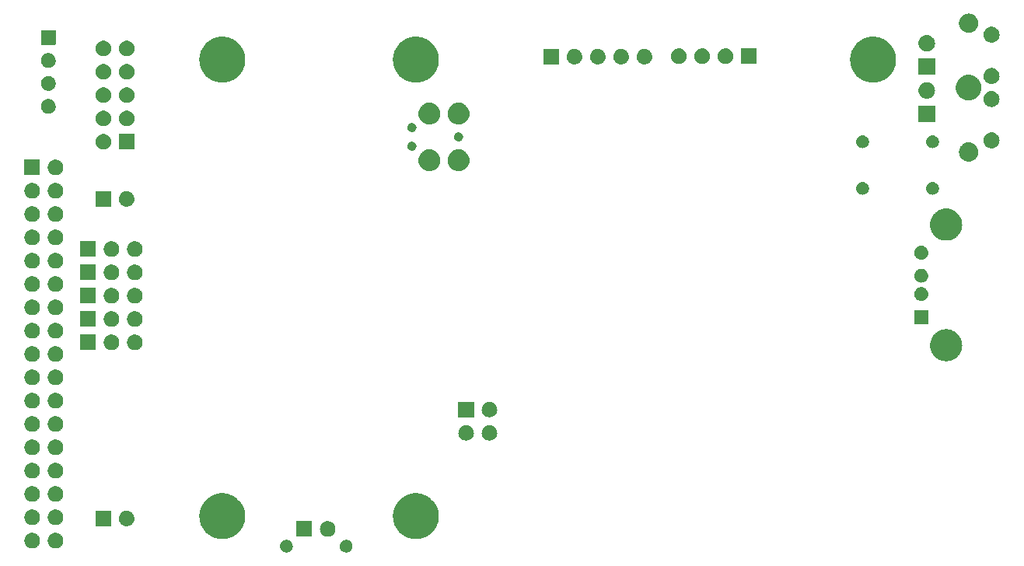
<source format=gbr>
%TF.GenerationSoftware,KiCad,Pcbnew,7.0.7-7.0.7~ubuntu23.04.1*%
%TF.CreationDate,2023-09-24T09:12:25+02:00*%
%TF.ProjectId,SweFlops,53776546-6c6f-4707-932e-6b696361645f,1.03*%
%TF.SameCoordinates,PX6312cb0PY6bcb370*%
%TF.FileFunction,Soldermask,Bot*%
%TF.FilePolarity,Negative*%
%FSLAX46Y46*%
G04 Gerber Fmt 4.6, Leading zero omitted, Abs format (unit mm)*
G04 Created by KiCad (PCBNEW 7.0.7-7.0.7~ubuntu23.04.1) date 2023-09-24 09:12:25*
%MOMM*%
%LPD*%
G01*
G04 APERTURE LIST*
G04 APERTURE END LIST*
G36*
X21665852Y89896D02*
G01*
X21674376Y89896D01*
X21727782Y76733D01*
X21806098Y60086D01*
X21819465Y54135D01*
X21838223Y49511D01*
X21885057Y24931D01*
X21939655Y622D01*
X21961202Y-15033D01*
X21987645Y-28911D01*
X22021108Y-58556D01*
X22057930Y-85309D01*
X22084047Y-114315D01*
X22113958Y-140814D01*
X22133835Y-169611D01*
X22155754Y-193955D01*
X22181916Y-239269D01*
X22209819Y-279694D01*
X22218556Y-302732D01*
X22228852Y-320565D01*
X22249982Y-385596D01*
X22269659Y-437479D01*
X22271340Y-451328D01*
X22274030Y-459605D01*
X22284875Y-562795D01*
X22290000Y-605000D01*
X22284874Y-647215D01*
X22274030Y-750394D01*
X22271340Y-758670D01*
X22269659Y-772521D01*
X22249980Y-824409D01*
X22228852Y-889434D01*
X22218557Y-907265D01*
X22209819Y-930306D01*
X22181912Y-970735D01*
X22155754Y-1016044D01*
X22133838Y-1040384D01*
X22113958Y-1069186D01*
X22084042Y-1095688D01*
X22057930Y-1124690D01*
X22021114Y-1151437D01*
X21987645Y-1181089D01*
X21961197Y-1194969D01*
X21939655Y-1210621D01*
X21885069Y-1234924D01*
X21838223Y-1259511D01*
X21819460Y-1264135D01*
X21806098Y-1270085D01*
X21727795Y-1286729D01*
X21674376Y-1299896D01*
X21665852Y-1299896D01*
X21663100Y-1300481D01*
X21516900Y-1300481D01*
X21514148Y-1299896D01*
X21505624Y-1299896D01*
X21452207Y-1286729D01*
X21373901Y-1270085D01*
X21360537Y-1264135D01*
X21341777Y-1259511D01*
X21294935Y-1234927D01*
X21240344Y-1210621D01*
X21218798Y-1194967D01*
X21192355Y-1181089D01*
X21158890Y-1151441D01*
X21122069Y-1124690D01*
X21095952Y-1095684D01*
X21066042Y-1069186D01*
X21046165Y-1040389D01*
X21024245Y-1016044D01*
X20998081Y-970727D01*
X20970181Y-930306D01*
X20961444Y-907270D01*
X20951147Y-889434D01*
X20930012Y-824390D01*
X20910341Y-772521D01*
X20908659Y-758675D01*
X20905969Y-750394D01*
X20895118Y-647153D01*
X20890000Y-605000D01*
X20895117Y-562857D01*
X20905969Y-459605D01*
X20908659Y-451323D01*
X20910341Y-437479D01*
X20930010Y-385615D01*
X20951147Y-320565D01*
X20961445Y-302727D01*
X20970181Y-279694D01*
X20998077Y-239278D01*
X21024245Y-193955D01*
X21046168Y-169606D01*
X21066042Y-140814D01*
X21095947Y-114320D01*
X21122068Y-85310D01*
X21158894Y-58554D01*
X21192355Y-28911D01*
X21218795Y-15033D01*
X21240346Y623D01*
X21294947Y24933D01*
X21341777Y49511D01*
X21360534Y54135D01*
X21373902Y60086D01*
X21452217Y76733D01*
X21505624Y89896D01*
X21514148Y89896D01*
X21516900Y90481D01*
X21663100Y90481D01*
X21665852Y89896D01*
G37*
G36*
X28165852Y89896D02*
G01*
X28174376Y89896D01*
X28227782Y76733D01*
X28306098Y60086D01*
X28319465Y54135D01*
X28338223Y49511D01*
X28385057Y24931D01*
X28439655Y622D01*
X28461202Y-15033D01*
X28487645Y-28911D01*
X28521108Y-58556D01*
X28557930Y-85309D01*
X28584047Y-114315D01*
X28613958Y-140814D01*
X28633835Y-169611D01*
X28655754Y-193955D01*
X28681916Y-239269D01*
X28709819Y-279694D01*
X28718556Y-302732D01*
X28728852Y-320565D01*
X28749982Y-385596D01*
X28769659Y-437479D01*
X28771340Y-451328D01*
X28774030Y-459605D01*
X28784875Y-562795D01*
X28790000Y-605000D01*
X28784874Y-647215D01*
X28774030Y-750394D01*
X28771340Y-758670D01*
X28769659Y-772521D01*
X28749980Y-824409D01*
X28728852Y-889434D01*
X28718557Y-907265D01*
X28709819Y-930306D01*
X28681912Y-970735D01*
X28655754Y-1016044D01*
X28633838Y-1040384D01*
X28613958Y-1069186D01*
X28584042Y-1095688D01*
X28557930Y-1124690D01*
X28521114Y-1151437D01*
X28487645Y-1181089D01*
X28461197Y-1194969D01*
X28439655Y-1210621D01*
X28385069Y-1234924D01*
X28338223Y-1259511D01*
X28319460Y-1264135D01*
X28306098Y-1270085D01*
X28227795Y-1286729D01*
X28174376Y-1299896D01*
X28165852Y-1299896D01*
X28163100Y-1300481D01*
X28016900Y-1300481D01*
X28014148Y-1299896D01*
X28005624Y-1299896D01*
X27952207Y-1286729D01*
X27873901Y-1270085D01*
X27860537Y-1264135D01*
X27841777Y-1259511D01*
X27794935Y-1234927D01*
X27740344Y-1210621D01*
X27718798Y-1194967D01*
X27692355Y-1181089D01*
X27658890Y-1151441D01*
X27622069Y-1124690D01*
X27595952Y-1095684D01*
X27566042Y-1069186D01*
X27546165Y-1040389D01*
X27524245Y-1016044D01*
X27498081Y-970727D01*
X27470181Y-930306D01*
X27461444Y-907270D01*
X27451147Y-889434D01*
X27430012Y-824390D01*
X27410341Y-772521D01*
X27408659Y-758675D01*
X27405969Y-750394D01*
X27395118Y-647153D01*
X27390000Y-605000D01*
X27395117Y-562857D01*
X27405969Y-459605D01*
X27408659Y-451323D01*
X27410341Y-437479D01*
X27430010Y-385615D01*
X27451147Y-320565D01*
X27461445Y-302727D01*
X27470181Y-279694D01*
X27498077Y-239278D01*
X27524245Y-193955D01*
X27546168Y-169606D01*
X27566042Y-140814D01*
X27595947Y-114320D01*
X27622068Y-85310D01*
X27658894Y-58554D01*
X27692355Y-28911D01*
X27718795Y-15033D01*
X27740346Y623D01*
X27794947Y24933D01*
X27841777Y49511D01*
X27860534Y54135D01*
X27873902Y60086D01*
X27952217Y76733D01*
X28005624Y89896D01*
X28014148Y89896D01*
X28016900Y90481D01*
X28163100Y90481D01*
X28165852Y89896D01*
G37*
G36*
X-6054861Y845344D02*
G01*
X-6007151Y845344D01*
X-5965955Y836588D01*
X-5930294Y833075D01*
X-5885487Y819484D01*
X-5833336Y808398D01*
X-5799970Y793543D01*
X-5770948Y784739D01*
X-5724833Y760090D01*
X-5671000Y736122D01*
X-5645969Y717936D01*
X-5624103Y706248D01*
X-5579503Y669645D01*
X-5527239Y631673D01*
X-5510269Y612826D01*
X-5495388Y600613D01*
X-5455392Y551878D01*
X-5408336Y499617D01*
X-5398453Y482498D01*
X-5389753Y471898D01*
X-5357573Y411693D01*
X-5319486Y345726D01*
X-5315106Y332243D01*
X-5311262Y325053D01*
X-5290074Y255204D01*
X-5264575Y176725D01*
X-5263678Y168184D01*
X-5262926Y165707D01*
X-5255615Y91471D01*
X-5246000Y0D01*
X-5255617Y-91491D01*
X-5262926Y-165706D01*
X-5263678Y-168182D01*
X-5264575Y-176725D01*
X-5290079Y-255217D01*
X-5311262Y-325052D01*
X-5315105Y-332240D01*
X-5319486Y-345726D01*
X-5357580Y-411704D01*
X-5389753Y-471897D01*
X-5398451Y-482494D01*
X-5408336Y-499617D01*
X-5455401Y-551888D01*
X-5495388Y-600612D01*
X-5510266Y-612821D01*
X-5527239Y-631673D01*
X-5579514Y-669652D01*
X-5624103Y-706247D01*
X-5645964Y-717931D01*
X-5671000Y-736122D01*
X-5724845Y-760094D01*
X-5770948Y-784738D01*
X-5799963Y-793539D01*
X-5833336Y-808398D01*
X-5885498Y-819485D01*
X-5930294Y-833074D01*
X-5965946Y-836585D01*
X-6007151Y-845344D01*
X-6054871Y-845344D01*
X-6096001Y-849395D01*
X-6137131Y-845344D01*
X-6184849Y-845344D01*
X-6226054Y-836585D01*
X-6261707Y-833074D01*
X-6306507Y-819484D01*
X-6358664Y-808398D01*
X-6392036Y-793540D01*
X-6421053Y-784738D01*
X-6467162Y-760092D01*
X-6521000Y-736122D01*
X-6546034Y-717933D01*
X-6567898Y-706247D01*
X-6612496Y-669646D01*
X-6664761Y-631673D01*
X-6681733Y-612824D01*
X-6696613Y-600612D01*
X-6736611Y-551875D01*
X-6783664Y-499617D01*
X-6793548Y-482498D01*
X-6802248Y-471897D01*
X-6834435Y-411681D01*
X-6872514Y-345726D01*
X-6876895Y-332245D01*
X-6880739Y-325052D01*
X-6901937Y-255171D01*
X-6927425Y-176725D01*
X-6928323Y-168187D01*
X-6929075Y-165706D01*
X-6936400Y-91340D01*
X-6946000Y0D01*
X-6936402Y91320D01*
X-6929075Y165707D01*
X-6928323Y168189D01*
X-6927425Y176725D01*
X-6901942Y255158D01*
X-6880739Y325053D01*
X-6876894Y332248D01*
X-6872514Y345726D01*
X-6834442Y411670D01*
X-6802248Y471898D01*
X-6793546Y482502D01*
X-6783664Y499617D01*
X-6736620Y551866D01*
X-6696613Y600613D01*
X-6681729Y612829D01*
X-6664761Y631673D01*
X-6612507Y669639D01*
X-6567898Y706248D01*
X-6546029Y717938D01*
X-6521000Y736122D01*
X-6467174Y760088D01*
X-6421053Y784739D01*
X-6392029Y793544D01*
X-6358664Y808398D01*
X-6306518Y819483D01*
X-6261707Y833075D01*
X-6226045Y836588D01*
X-6184849Y845344D01*
X-6137141Y845344D01*
X-6096001Y849396D01*
X-6054861Y845344D01*
G37*
G36*
X-3514860Y845344D02*
G01*
X-3467151Y845344D01*
X-3425955Y836588D01*
X-3390294Y833075D01*
X-3345487Y819484D01*
X-3293336Y808398D01*
X-3259970Y793543D01*
X-3230948Y784739D01*
X-3184833Y760090D01*
X-3131000Y736122D01*
X-3105969Y717936D01*
X-3084103Y706248D01*
X-3039503Y669645D01*
X-2987239Y631673D01*
X-2970269Y612826D01*
X-2955388Y600613D01*
X-2915392Y551878D01*
X-2868336Y499617D01*
X-2858453Y482498D01*
X-2849753Y471898D01*
X-2817573Y411693D01*
X-2779486Y345726D01*
X-2775106Y332243D01*
X-2771262Y325053D01*
X-2750074Y255204D01*
X-2724575Y176725D01*
X-2723678Y168184D01*
X-2722926Y165707D01*
X-2715615Y91478D01*
X-2706000Y0D01*
X-2715616Y-91485D01*
X-2722926Y-165706D01*
X-2723678Y-168182D01*
X-2724575Y-176725D01*
X-2750079Y-255217D01*
X-2771262Y-325052D01*
X-2775105Y-332240D01*
X-2779486Y-345726D01*
X-2817580Y-411704D01*
X-2849753Y-471897D01*
X-2858451Y-482494D01*
X-2868336Y-499617D01*
X-2915401Y-551888D01*
X-2955388Y-600612D01*
X-2970266Y-612821D01*
X-2987239Y-631673D01*
X-3039514Y-669652D01*
X-3084103Y-706247D01*
X-3105964Y-717931D01*
X-3131000Y-736122D01*
X-3184845Y-760094D01*
X-3230948Y-784738D01*
X-3259963Y-793539D01*
X-3293336Y-808398D01*
X-3345498Y-819485D01*
X-3390294Y-833074D01*
X-3425947Y-836585D01*
X-3467151Y-845344D01*
X-3514870Y-845344D01*
X-3556000Y-849395D01*
X-3597130Y-845344D01*
X-3644849Y-845344D01*
X-3686054Y-836585D01*
X-3721707Y-833074D01*
X-3766507Y-819484D01*
X-3818664Y-808398D01*
X-3852036Y-793540D01*
X-3881053Y-784738D01*
X-3927162Y-760092D01*
X-3981000Y-736122D01*
X-4006034Y-717933D01*
X-4027898Y-706247D01*
X-4072496Y-669646D01*
X-4124761Y-631673D01*
X-4141733Y-612824D01*
X-4156613Y-600612D01*
X-4196611Y-551875D01*
X-4243664Y-499617D01*
X-4253548Y-482498D01*
X-4262248Y-471897D01*
X-4294435Y-411681D01*
X-4332514Y-345726D01*
X-4336895Y-332245D01*
X-4340739Y-325052D01*
X-4361937Y-255171D01*
X-4387425Y-176725D01*
X-4388323Y-168187D01*
X-4389075Y-165706D01*
X-4396401Y-91334D01*
X-4406000Y0D01*
X-4396402Y91326D01*
X-4389075Y165707D01*
X-4388323Y168189D01*
X-4387425Y176725D01*
X-4361942Y255158D01*
X-4340739Y325053D01*
X-4336894Y332248D01*
X-4332514Y345726D01*
X-4294442Y411670D01*
X-4262248Y471898D01*
X-4253546Y482502D01*
X-4243664Y499617D01*
X-4196620Y551866D01*
X-4156613Y600613D01*
X-4141729Y612829D01*
X-4124761Y631673D01*
X-4072507Y669639D01*
X-4027898Y706248D01*
X-4006029Y717938D01*
X-3981000Y736122D01*
X-3927174Y760088D01*
X-3881053Y784739D01*
X-3852029Y793544D01*
X-3818664Y808398D01*
X-3766518Y819483D01*
X-3721707Y833075D01*
X-3686045Y836588D01*
X-3644849Y845344D01*
X-3597140Y845344D01*
X-3556000Y849396D01*
X-3514860Y845344D01*
G37*
G36*
X14682784Y5162067D02*
G01*
X14761976Y5162067D01*
X14834726Y5152877D01*
X14906318Y5148546D01*
X14989121Y5133372D01*
X15073453Y5122718D01*
X15138770Y5105948D01*
X15203233Y5094134D01*
X15289605Y5067220D01*
X15377542Y5044641D01*
X15434753Y5021990D01*
X15491425Y5004330D01*
X15579682Y4964609D01*
X15669448Y4929068D01*
X15718197Y4902268D01*
X15766701Y4880438D01*
X15854993Y4827064D01*
X15944567Y4777820D01*
X15984768Y4748613D01*
X16025035Y4724270D01*
X16111376Y4656626D01*
X16198560Y4593283D01*
X16230443Y4563343D01*
X16262649Y4538111D01*
X16344882Y4455878D01*
X16427422Y4378368D01*
X16451512Y4349248D01*
X16476110Y4324650D01*
X16552082Y4227679D01*
X16627542Y4136463D01*
X16644584Y4109610D01*
X16662269Y4087036D01*
X16729735Y3975433D01*
X16795767Y3871384D01*
X16806769Y3848003D01*
X16818437Y3828702D01*
X16875206Y3702567D01*
X16929441Y3587311D01*
X16935574Y3568434D01*
X16942329Y3553426D01*
X16986298Y3412324D01*
X17026458Y3288725D01*
X17029054Y3275113D01*
X17032133Y3265234D01*
X17061293Y3106111D01*
X17085287Y2980333D01*
X17085780Y2972492D01*
X17086545Y2968319D01*
X17099062Y2761375D01*
X17105000Y2667000D01*
X17099062Y2572618D01*
X17086545Y2365682D01*
X17085780Y2361510D01*
X17085287Y2353667D01*
X17061289Y2227866D01*
X17032133Y2068767D01*
X17029055Y2058890D01*
X17026458Y2045275D01*
X16986290Y1921653D01*
X16942329Y1780575D01*
X16935576Y1765571D01*
X16929441Y1746689D01*
X16875195Y1631412D01*
X16818437Y1505299D01*
X16806771Y1486002D01*
X16795767Y1462616D01*
X16729722Y1358548D01*
X16662269Y1246965D01*
X16644587Y1224397D01*
X16627542Y1197537D01*
X16552067Y1106304D01*
X16476110Y1009351D01*
X16451516Y984758D01*
X16427422Y955632D01*
X16344866Y878108D01*
X16262649Y795890D01*
X16230450Y770664D01*
X16198560Y740717D01*
X16111359Y677362D01*
X16025035Y609731D01*
X15984776Y585394D01*
X15944567Y556180D01*
X15854974Y506927D01*
X15766701Y453563D01*
X15718207Y431738D01*
X15669448Y404932D01*
X15579663Y369385D01*
X15491425Y329671D01*
X15434765Y312016D01*
X15377542Y289359D01*
X15289587Y266777D01*
X15203233Y239867D01*
X15138784Y228057D01*
X15073453Y211282D01*
X14989103Y200627D01*
X14906318Y185455D01*
X14834741Y181126D01*
X14761976Y171933D01*
X14682767Y171933D01*
X14604999Y167229D01*
X14527231Y171933D01*
X14448024Y171933D01*
X14375259Y181126D01*
X14303681Y185455D01*
X14220893Y200627D01*
X14136547Y211282D01*
X14071218Y228056D01*
X14006766Y239867D01*
X13920407Y266778D01*
X13832458Y289359D01*
X13775238Y312014D01*
X13718574Y329671D01*
X13630328Y369388D01*
X13540552Y404932D01*
X13491796Y431736D01*
X13443298Y453563D01*
X13355014Y506933D01*
X13265433Y556180D01*
X13225228Y585391D01*
X13184964Y609731D01*
X13098626Y677372D01*
X13011440Y740717D01*
X12979554Y770660D01*
X12947350Y795890D01*
X12865117Y878123D01*
X12782578Y955632D01*
X12758487Y984753D01*
X12733889Y1009351D01*
X12657913Y1106327D01*
X12582458Y1197537D01*
X12565416Y1224390D01*
X12547730Y1246965D01*
X12480256Y1358581D01*
X12414233Y1462616D01*
X12403232Y1485995D01*
X12391562Y1505299D01*
X12334781Y1631461D01*
X12280559Y1746689D01*
X12274426Y1765563D01*
X12267670Y1780575D01*
X12223685Y1921728D01*
X12183542Y2045275D01*
X12180946Y2058882D01*
X12177866Y2068767D01*
X12148685Y2227999D01*
X12124713Y2353667D01*
X12124220Y2361502D01*
X12123454Y2365682D01*
X12110913Y2573013D01*
X12105000Y2667000D01*
X12110910Y2760946D01*
X12123454Y2968319D01*
X12124220Y2972500D01*
X12124713Y2980333D01*
X12148680Y3105977D01*
X12177866Y3265234D01*
X12180946Y3275121D01*
X12183542Y3288725D01*
X12223677Y3412249D01*
X12267670Y3553426D01*
X12274427Y3568442D01*
X12280559Y3587311D01*
X12334770Y3702518D01*
X12391562Y3828702D01*
X12403234Y3848011D01*
X12414233Y3871384D01*
X12480243Y3975400D01*
X12547730Y4087036D01*
X12565420Y4109616D01*
X12582458Y4136463D01*
X12657898Y4227656D01*
X12733889Y4324650D01*
X12758492Y4349254D01*
X12782578Y4378368D01*
X12865100Y4455862D01*
X12947350Y4538111D01*
X12979561Y4563347D01*
X13011440Y4593283D01*
X13098609Y4656616D01*
X13184964Y4724270D01*
X13225236Y4748616D01*
X13265433Y4777820D01*
X13354995Y4827058D01*
X13443298Y4880438D01*
X13491806Y4902271D01*
X13540552Y4929068D01*
X13630309Y4964606D01*
X13718574Y5004330D01*
X13775250Y5021991D01*
X13832458Y5044641D01*
X13920388Y5067218D01*
X14006766Y5094134D01*
X14071231Y5105948D01*
X14136547Y5122718D01*
X14220875Y5133372D01*
X14303681Y5148546D01*
X14375274Y5152877D01*
X14448024Y5162067D01*
X14527214Y5162067D01*
X14604999Y5166772D01*
X14682784Y5162067D01*
G37*
G36*
X35764785Y5162067D02*
G01*
X35843976Y5162067D01*
X35916726Y5152877D01*
X35988318Y5148546D01*
X36071121Y5133372D01*
X36155453Y5122718D01*
X36220770Y5105948D01*
X36285233Y5094134D01*
X36371605Y5067220D01*
X36459542Y5044641D01*
X36516753Y5021990D01*
X36573425Y5004330D01*
X36661682Y4964609D01*
X36751448Y4929068D01*
X36800197Y4902268D01*
X36848701Y4880438D01*
X36936993Y4827064D01*
X37026567Y4777820D01*
X37066768Y4748613D01*
X37107035Y4724270D01*
X37193376Y4656626D01*
X37280560Y4593283D01*
X37312443Y4563343D01*
X37344649Y4538111D01*
X37426882Y4455878D01*
X37509422Y4378368D01*
X37533512Y4349248D01*
X37558110Y4324650D01*
X37634082Y4227679D01*
X37709542Y4136463D01*
X37726584Y4109610D01*
X37744269Y4087036D01*
X37811735Y3975433D01*
X37877767Y3871384D01*
X37888769Y3848003D01*
X37900437Y3828702D01*
X37957206Y3702567D01*
X38011441Y3587311D01*
X38017574Y3568434D01*
X38024329Y3553426D01*
X38068298Y3412324D01*
X38108458Y3288725D01*
X38111054Y3275113D01*
X38114133Y3265234D01*
X38143293Y3106111D01*
X38167287Y2980333D01*
X38167780Y2972492D01*
X38168545Y2968319D01*
X38181062Y2761375D01*
X38187000Y2667000D01*
X38181062Y2572618D01*
X38168545Y2365682D01*
X38167780Y2361510D01*
X38167287Y2353667D01*
X38143289Y2227866D01*
X38114133Y2068767D01*
X38111055Y2058890D01*
X38108458Y2045275D01*
X38068290Y1921653D01*
X38024329Y1780575D01*
X38017576Y1765571D01*
X38011441Y1746689D01*
X37957195Y1631412D01*
X37900437Y1505299D01*
X37888771Y1486002D01*
X37877767Y1462616D01*
X37811722Y1358548D01*
X37744269Y1246965D01*
X37726587Y1224397D01*
X37709542Y1197537D01*
X37634067Y1106304D01*
X37558110Y1009351D01*
X37533516Y984758D01*
X37509422Y955632D01*
X37426866Y878108D01*
X37344649Y795890D01*
X37312450Y770664D01*
X37280560Y740717D01*
X37193359Y677362D01*
X37107035Y609731D01*
X37066776Y585394D01*
X37026567Y556180D01*
X36936974Y506927D01*
X36848701Y453563D01*
X36800207Y431738D01*
X36751448Y404932D01*
X36661663Y369385D01*
X36573425Y329671D01*
X36516765Y312016D01*
X36459542Y289359D01*
X36371587Y266777D01*
X36285233Y239867D01*
X36220784Y228057D01*
X36155453Y211282D01*
X36071103Y200627D01*
X35988318Y185455D01*
X35916741Y181126D01*
X35843976Y171933D01*
X35764768Y171933D01*
X35687000Y167229D01*
X35609232Y171933D01*
X35530024Y171933D01*
X35457258Y181126D01*
X35385681Y185455D01*
X35302893Y200627D01*
X35218547Y211282D01*
X35153218Y228056D01*
X35088766Y239867D01*
X35002407Y266778D01*
X34914458Y289359D01*
X34857238Y312014D01*
X34800574Y329671D01*
X34712328Y369388D01*
X34622552Y404932D01*
X34573796Y431736D01*
X34525298Y453563D01*
X34437014Y506933D01*
X34347433Y556180D01*
X34307228Y585391D01*
X34266964Y609731D01*
X34180626Y677372D01*
X34093440Y740717D01*
X34061554Y770660D01*
X34029350Y795890D01*
X33947117Y878123D01*
X33864578Y955632D01*
X33840487Y984753D01*
X33815889Y1009351D01*
X33739913Y1106327D01*
X33664458Y1197537D01*
X33647416Y1224390D01*
X33629730Y1246965D01*
X33562256Y1358581D01*
X33496233Y1462616D01*
X33485232Y1485995D01*
X33473562Y1505299D01*
X33416781Y1631461D01*
X33362559Y1746689D01*
X33356426Y1765563D01*
X33349670Y1780575D01*
X33305685Y1921728D01*
X33265542Y2045275D01*
X33262946Y2058882D01*
X33259866Y2068767D01*
X33230685Y2227999D01*
X33206713Y2353667D01*
X33206220Y2361502D01*
X33205454Y2365682D01*
X33192912Y2573030D01*
X33187000Y2667000D01*
X33192911Y2760963D01*
X33205454Y2968319D01*
X33206220Y2972500D01*
X33206713Y2980333D01*
X33230680Y3105977D01*
X33259866Y3265234D01*
X33262946Y3275121D01*
X33265542Y3288725D01*
X33305677Y3412249D01*
X33349670Y3553426D01*
X33356427Y3568442D01*
X33362559Y3587311D01*
X33416770Y3702518D01*
X33473562Y3828702D01*
X33485234Y3848011D01*
X33496233Y3871384D01*
X33562243Y3975400D01*
X33629730Y4087036D01*
X33647420Y4109616D01*
X33664458Y4136463D01*
X33739898Y4227656D01*
X33815889Y4324650D01*
X33840492Y4349254D01*
X33864578Y4378368D01*
X33947100Y4455862D01*
X34029350Y4538111D01*
X34061561Y4563347D01*
X34093440Y4593283D01*
X34180609Y4656616D01*
X34266964Y4724270D01*
X34307236Y4748616D01*
X34347433Y4777820D01*
X34436995Y4827058D01*
X34525298Y4880438D01*
X34573806Y4902271D01*
X34622552Y4929068D01*
X34712309Y4964606D01*
X34800574Y5004330D01*
X34857250Y5021991D01*
X34914458Y5044641D01*
X35002388Y5067218D01*
X35088766Y5094134D01*
X35153231Y5105948D01*
X35218547Y5122718D01*
X35302875Y5133372D01*
X35385681Y5148546D01*
X35457274Y5152877D01*
X35530024Y5162067D01*
X35609215Y5162067D01*
X35687000Y5166772D01*
X35764785Y5162067D01*
G37*
G36*
X24390000Y420000D02*
G01*
X22690000Y420000D01*
X22690000Y2120000D01*
X24390000Y2120000D01*
X24390000Y420000D01*
G37*
G36*
X26121139Y2115344D02*
G01*
X26168849Y2115344D01*
X26210045Y2106588D01*
X26245706Y2103075D01*
X26290513Y2089484D01*
X26342664Y2078398D01*
X26376030Y2063543D01*
X26405052Y2054739D01*
X26451167Y2030090D01*
X26505000Y2006122D01*
X26530031Y1987936D01*
X26551897Y1976248D01*
X26596497Y1939645D01*
X26648761Y1901673D01*
X26665731Y1882826D01*
X26680612Y1870613D01*
X26720608Y1821878D01*
X26767664Y1769617D01*
X26777547Y1752498D01*
X26786247Y1741898D01*
X26818427Y1681693D01*
X26856514Y1615726D01*
X26860894Y1602243D01*
X26864738Y1595053D01*
X26885926Y1525204D01*
X26911425Y1446725D01*
X26912322Y1438184D01*
X26913074Y1435707D01*
X26920385Y1361478D01*
X26930000Y1270000D01*
X26920384Y1178515D01*
X26913074Y1104294D01*
X26912322Y1101818D01*
X26911425Y1093275D01*
X26885921Y1014783D01*
X26864738Y944948D01*
X26860895Y937760D01*
X26856514Y924274D01*
X26818420Y858296D01*
X26786247Y798103D01*
X26777549Y787506D01*
X26767664Y770383D01*
X26720599Y718112D01*
X26680612Y669388D01*
X26665734Y657179D01*
X26648761Y638327D01*
X26596486Y600348D01*
X26551897Y563753D01*
X26530036Y552069D01*
X26505000Y533878D01*
X26451155Y509906D01*
X26405052Y485262D01*
X26376037Y476461D01*
X26342664Y461602D01*
X26290502Y450515D01*
X26245706Y436926D01*
X26210054Y433415D01*
X26168849Y424656D01*
X26121129Y424656D01*
X26079999Y420605D01*
X26038869Y424656D01*
X25991151Y424656D01*
X25949946Y433415D01*
X25914293Y436926D01*
X25869493Y450516D01*
X25817336Y461602D01*
X25783964Y476460D01*
X25754947Y485262D01*
X25708838Y509908D01*
X25655000Y533878D01*
X25629966Y552067D01*
X25608102Y563753D01*
X25563504Y600354D01*
X25511239Y638327D01*
X25494267Y657176D01*
X25479387Y669388D01*
X25439389Y718125D01*
X25392336Y770383D01*
X25382452Y787502D01*
X25373752Y798103D01*
X25341565Y858319D01*
X25303486Y924274D01*
X25299105Y937755D01*
X25295261Y944948D01*
X25274063Y1014829D01*
X25248575Y1093275D01*
X25247677Y1101813D01*
X25246925Y1104294D01*
X25239599Y1178666D01*
X25230000Y1270000D01*
X25239598Y1361326D01*
X25246925Y1435707D01*
X25247677Y1438189D01*
X25248575Y1446725D01*
X25274058Y1525158D01*
X25295261Y1595053D01*
X25299106Y1602248D01*
X25303486Y1615726D01*
X25341558Y1681670D01*
X25373752Y1741898D01*
X25382454Y1752502D01*
X25392336Y1769617D01*
X25439380Y1821866D01*
X25479387Y1870613D01*
X25494271Y1882829D01*
X25511239Y1901673D01*
X25563493Y1939639D01*
X25608102Y1976248D01*
X25629971Y1987938D01*
X25655000Y2006122D01*
X25708826Y2030088D01*
X25754947Y2054739D01*
X25783971Y2063544D01*
X25817336Y2078398D01*
X25869482Y2089483D01*
X25914293Y2103075D01*
X25949955Y2106588D01*
X25991151Y2115344D01*
X26038859Y2115344D01*
X26079999Y2119396D01*
X26121139Y2115344D01*
G37*
G36*
X2501000Y1563000D02*
G01*
X801000Y1563000D01*
X801000Y3263000D01*
X2501000Y3263000D01*
X2501000Y1563000D01*
G37*
G36*
X4232140Y3258344D02*
G01*
X4279849Y3258344D01*
X4321045Y3249588D01*
X4356706Y3246075D01*
X4401513Y3232484D01*
X4453664Y3221398D01*
X4487030Y3206543D01*
X4516052Y3197739D01*
X4562167Y3173090D01*
X4616000Y3149122D01*
X4641031Y3130936D01*
X4662897Y3119248D01*
X4707497Y3082645D01*
X4759761Y3044673D01*
X4776731Y3025826D01*
X4791612Y3013613D01*
X4831608Y2964878D01*
X4878664Y2912617D01*
X4888547Y2895498D01*
X4897247Y2884898D01*
X4929427Y2824693D01*
X4967514Y2758726D01*
X4971894Y2745243D01*
X4975738Y2738053D01*
X4996926Y2668204D01*
X5022425Y2589725D01*
X5023322Y2581184D01*
X5024074Y2578707D01*
X5031385Y2504478D01*
X5041000Y2413000D01*
X5031384Y2321515D01*
X5024074Y2247294D01*
X5023322Y2244818D01*
X5022425Y2236275D01*
X4996921Y2157783D01*
X4975738Y2087948D01*
X4971895Y2080760D01*
X4967514Y2067274D01*
X4929420Y2001296D01*
X4897247Y1941103D01*
X4888549Y1930506D01*
X4878664Y1913383D01*
X4831599Y1861112D01*
X4791612Y1812388D01*
X4776734Y1800179D01*
X4759761Y1781327D01*
X4707486Y1743348D01*
X4662897Y1706753D01*
X4641036Y1695069D01*
X4616000Y1676878D01*
X4562155Y1652906D01*
X4516052Y1628262D01*
X4487037Y1619461D01*
X4453664Y1604602D01*
X4401502Y1593515D01*
X4356706Y1579926D01*
X4321053Y1576415D01*
X4279849Y1567656D01*
X4232130Y1567656D01*
X4191000Y1563605D01*
X4149870Y1567656D01*
X4102151Y1567656D01*
X4060946Y1576415D01*
X4025293Y1579926D01*
X3980493Y1593516D01*
X3928336Y1604602D01*
X3894964Y1619460D01*
X3865947Y1628262D01*
X3819838Y1652908D01*
X3766000Y1676878D01*
X3740966Y1695067D01*
X3719102Y1706753D01*
X3674504Y1743354D01*
X3622239Y1781327D01*
X3605267Y1800176D01*
X3590387Y1812388D01*
X3550389Y1861125D01*
X3503336Y1913383D01*
X3493452Y1930502D01*
X3484752Y1941103D01*
X3452565Y2001319D01*
X3414486Y2067274D01*
X3410105Y2080755D01*
X3406261Y2087948D01*
X3385063Y2157829D01*
X3359575Y2236275D01*
X3358677Y2244813D01*
X3357925Y2247294D01*
X3350599Y2321666D01*
X3341000Y2413000D01*
X3350598Y2504326D01*
X3357925Y2578707D01*
X3358677Y2581189D01*
X3359575Y2589725D01*
X3385058Y2668158D01*
X3406261Y2738053D01*
X3410106Y2745248D01*
X3414486Y2758726D01*
X3452558Y2824670D01*
X3484752Y2884898D01*
X3493454Y2895502D01*
X3503336Y2912617D01*
X3550380Y2964866D01*
X3590387Y3013613D01*
X3605271Y3025829D01*
X3622239Y3044673D01*
X3674493Y3082639D01*
X3719102Y3119248D01*
X3740971Y3130938D01*
X3766000Y3149122D01*
X3819826Y3173088D01*
X3865947Y3197739D01*
X3894971Y3206544D01*
X3928336Y3221398D01*
X3980482Y3232483D01*
X4025293Y3246075D01*
X4060955Y3249588D01*
X4102151Y3258344D01*
X4149860Y3258344D01*
X4191000Y3262396D01*
X4232140Y3258344D01*
G37*
G36*
X-6054860Y3385344D02*
G01*
X-6007151Y3385344D01*
X-5965955Y3376588D01*
X-5930294Y3373075D01*
X-5885487Y3359484D01*
X-5833336Y3348398D01*
X-5799970Y3333543D01*
X-5770948Y3324739D01*
X-5724833Y3300090D01*
X-5671000Y3276122D01*
X-5645969Y3257936D01*
X-5624103Y3246248D01*
X-5579503Y3209645D01*
X-5527239Y3171673D01*
X-5510269Y3152826D01*
X-5495388Y3140613D01*
X-5455392Y3091878D01*
X-5408336Y3039617D01*
X-5398453Y3022498D01*
X-5389753Y3011898D01*
X-5357573Y2951693D01*
X-5319486Y2885726D01*
X-5315106Y2872243D01*
X-5311262Y2865053D01*
X-5290074Y2795204D01*
X-5264575Y2716725D01*
X-5263678Y2708184D01*
X-5262926Y2705707D01*
X-5255615Y2631478D01*
X-5246000Y2540000D01*
X-5255616Y2448515D01*
X-5262926Y2374294D01*
X-5263678Y2371818D01*
X-5264575Y2363275D01*
X-5290079Y2284783D01*
X-5311262Y2214948D01*
X-5315105Y2207760D01*
X-5319486Y2194274D01*
X-5357580Y2128296D01*
X-5389753Y2068103D01*
X-5398451Y2057506D01*
X-5408336Y2040383D01*
X-5455401Y1988112D01*
X-5495388Y1939388D01*
X-5510266Y1927179D01*
X-5527239Y1908327D01*
X-5579514Y1870348D01*
X-5624103Y1833753D01*
X-5645964Y1822069D01*
X-5671000Y1803878D01*
X-5724845Y1779906D01*
X-5770948Y1755262D01*
X-5799963Y1746461D01*
X-5833336Y1731602D01*
X-5885498Y1720515D01*
X-5930294Y1706926D01*
X-5965947Y1703415D01*
X-6007151Y1694656D01*
X-6054870Y1694656D01*
X-6096000Y1690605D01*
X-6137130Y1694656D01*
X-6184849Y1694656D01*
X-6226054Y1703415D01*
X-6261707Y1706926D01*
X-6306507Y1720516D01*
X-6358664Y1731602D01*
X-6392036Y1746460D01*
X-6421053Y1755262D01*
X-6467162Y1779908D01*
X-6521000Y1803878D01*
X-6546034Y1822067D01*
X-6567898Y1833753D01*
X-6612496Y1870354D01*
X-6664761Y1908327D01*
X-6681733Y1927176D01*
X-6696613Y1939388D01*
X-6736611Y1988125D01*
X-6783664Y2040383D01*
X-6793548Y2057502D01*
X-6802248Y2068103D01*
X-6834435Y2128319D01*
X-6872514Y2194274D01*
X-6876895Y2207755D01*
X-6880739Y2214948D01*
X-6901937Y2284829D01*
X-6927425Y2363275D01*
X-6928323Y2371813D01*
X-6929075Y2374294D01*
X-6936401Y2448666D01*
X-6946000Y2540000D01*
X-6936402Y2631326D01*
X-6929075Y2705707D01*
X-6928323Y2708189D01*
X-6927425Y2716725D01*
X-6901942Y2795158D01*
X-6880739Y2865053D01*
X-6876894Y2872248D01*
X-6872514Y2885726D01*
X-6834442Y2951670D01*
X-6802248Y3011898D01*
X-6793546Y3022502D01*
X-6783664Y3039617D01*
X-6736620Y3091866D01*
X-6696613Y3140613D01*
X-6681729Y3152829D01*
X-6664761Y3171673D01*
X-6612507Y3209639D01*
X-6567898Y3246248D01*
X-6546029Y3257938D01*
X-6521000Y3276122D01*
X-6467174Y3300088D01*
X-6421053Y3324739D01*
X-6392029Y3333544D01*
X-6358664Y3348398D01*
X-6306518Y3359483D01*
X-6261707Y3373075D01*
X-6226045Y3376588D01*
X-6184849Y3385344D01*
X-6137140Y3385344D01*
X-6096000Y3389396D01*
X-6054860Y3385344D01*
G37*
G36*
X-3514861Y3385344D02*
G01*
X-3467151Y3385344D01*
X-3425955Y3376588D01*
X-3390294Y3373075D01*
X-3345487Y3359484D01*
X-3293336Y3348398D01*
X-3259970Y3333543D01*
X-3230948Y3324739D01*
X-3184833Y3300090D01*
X-3131000Y3276122D01*
X-3105969Y3257936D01*
X-3084103Y3246248D01*
X-3039503Y3209645D01*
X-2987239Y3171673D01*
X-2970269Y3152826D01*
X-2955388Y3140613D01*
X-2915392Y3091878D01*
X-2868336Y3039617D01*
X-2858453Y3022498D01*
X-2849753Y3011898D01*
X-2817573Y2951693D01*
X-2779486Y2885726D01*
X-2775106Y2872243D01*
X-2771262Y2865053D01*
X-2750074Y2795204D01*
X-2724575Y2716725D01*
X-2723678Y2708184D01*
X-2722926Y2705707D01*
X-2715615Y2631471D01*
X-2706000Y2540000D01*
X-2715617Y2448509D01*
X-2722926Y2374294D01*
X-2723678Y2371818D01*
X-2724575Y2363275D01*
X-2750079Y2284783D01*
X-2771262Y2214948D01*
X-2775105Y2207760D01*
X-2779486Y2194274D01*
X-2817580Y2128296D01*
X-2849753Y2068103D01*
X-2858451Y2057506D01*
X-2868336Y2040383D01*
X-2915401Y1988112D01*
X-2955388Y1939388D01*
X-2970266Y1927179D01*
X-2987239Y1908327D01*
X-3039514Y1870348D01*
X-3084103Y1833753D01*
X-3105964Y1822069D01*
X-3131000Y1803878D01*
X-3184845Y1779906D01*
X-3230948Y1755262D01*
X-3259963Y1746461D01*
X-3293336Y1731602D01*
X-3345498Y1720515D01*
X-3390294Y1706926D01*
X-3425946Y1703415D01*
X-3467151Y1694656D01*
X-3514871Y1694656D01*
X-3556001Y1690605D01*
X-3597131Y1694656D01*
X-3644849Y1694656D01*
X-3686054Y1703415D01*
X-3721707Y1706926D01*
X-3766507Y1720516D01*
X-3818664Y1731602D01*
X-3852036Y1746460D01*
X-3881053Y1755262D01*
X-3927162Y1779908D01*
X-3981000Y1803878D01*
X-4006034Y1822067D01*
X-4027898Y1833753D01*
X-4072496Y1870354D01*
X-4124761Y1908327D01*
X-4141733Y1927176D01*
X-4156613Y1939388D01*
X-4196611Y1988125D01*
X-4243664Y2040383D01*
X-4253548Y2057502D01*
X-4262248Y2068103D01*
X-4294435Y2128319D01*
X-4332514Y2194274D01*
X-4336895Y2207755D01*
X-4340739Y2214948D01*
X-4361937Y2284829D01*
X-4387425Y2363275D01*
X-4388323Y2371813D01*
X-4389075Y2374294D01*
X-4396400Y2448660D01*
X-4406000Y2540000D01*
X-4396402Y2631320D01*
X-4389075Y2705707D01*
X-4388323Y2708189D01*
X-4387425Y2716725D01*
X-4361942Y2795158D01*
X-4340739Y2865053D01*
X-4336894Y2872248D01*
X-4332514Y2885726D01*
X-4294442Y2951670D01*
X-4262248Y3011898D01*
X-4253546Y3022502D01*
X-4243664Y3039617D01*
X-4196620Y3091866D01*
X-4156613Y3140613D01*
X-4141729Y3152829D01*
X-4124761Y3171673D01*
X-4072507Y3209639D01*
X-4027898Y3246248D01*
X-4006029Y3257938D01*
X-3981000Y3276122D01*
X-3927174Y3300088D01*
X-3881053Y3324739D01*
X-3852029Y3333544D01*
X-3818664Y3348398D01*
X-3766518Y3359483D01*
X-3721707Y3373075D01*
X-3686045Y3376588D01*
X-3644849Y3385344D01*
X-3597141Y3385344D01*
X-3556001Y3389396D01*
X-3514861Y3385344D01*
G37*
G36*
X-6054861Y5925344D02*
G01*
X-6007151Y5925344D01*
X-5965955Y5916588D01*
X-5930294Y5913075D01*
X-5885487Y5899484D01*
X-5833336Y5888398D01*
X-5799970Y5873543D01*
X-5770948Y5864739D01*
X-5724833Y5840090D01*
X-5671000Y5816122D01*
X-5645969Y5797936D01*
X-5624103Y5786248D01*
X-5579503Y5749645D01*
X-5527239Y5711673D01*
X-5510269Y5692826D01*
X-5495388Y5680613D01*
X-5455392Y5631878D01*
X-5408336Y5579617D01*
X-5398453Y5562498D01*
X-5389753Y5551898D01*
X-5357573Y5491693D01*
X-5319486Y5425726D01*
X-5315106Y5412243D01*
X-5311262Y5405053D01*
X-5290074Y5335204D01*
X-5264575Y5256725D01*
X-5263678Y5248184D01*
X-5262926Y5245707D01*
X-5255615Y5171471D01*
X-5246000Y5080000D01*
X-5255617Y4988509D01*
X-5262926Y4914294D01*
X-5263678Y4911818D01*
X-5264575Y4903275D01*
X-5290079Y4824783D01*
X-5311262Y4754948D01*
X-5315105Y4747760D01*
X-5319486Y4734274D01*
X-5357580Y4668296D01*
X-5389753Y4608103D01*
X-5398451Y4597506D01*
X-5408336Y4580383D01*
X-5455401Y4528112D01*
X-5495388Y4479388D01*
X-5510266Y4467179D01*
X-5527239Y4448327D01*
X-5579514Y4410348D01*
X-5624103Y4373753D01*
X-5645964Y4362069D01*
X-5671000Y4343878D01*
X-5724845Y4319906D01*
X-5770948Y4295262D01*
X-5799963Y4286461D01*
X-5833336Y4271602D01*
X-5885498Y4260515D01*
X-5930294Y4246926D01*
X-5965946Y4243415D01*
X-6007151Y4234656D01*
X-6054871Y4234656D01*
X-6096001Y4230605D01*
X-6137131Y4234656D01*
X-6184849Y4234656D01*
X-6226054Y4243415D01*
X-6261707Y4246926D01*
X-6306507Y4260516D01*
X-6358664Y4271602D01*
X-6392036Y4286460D01*
X-6421053Y4295262D01*
X-6467162Y4319908D01*
X-6521000Y4343878D01*
X-6546034Y4362067D01*
X-6567898Y4373753D01*
X-6612496Y4410354D01*
X-6664761Y4448327D01*
X-6681733Y4467176D01*
X-6696613Y4479388D01*
X-6736611Y4528125D01*
X-6783664Y4580383D01*
X-6793548Y4597502D01*
X-6802248Y4608103D01*
X-6834435Y4668319D01*
X-6872514Y4734274D01*
X-6876895Y4747755D01*
X-6880739Y4754948D01*
X-6901937Y4824829D01*
X-6927425Y4903275D01*
X-6928323Y4911813D01*
X-6929075Y4914294D01*
X-6936400Y4988660D01*
X-6946000Y5080000D01*
X-6936402Y5171320D01*
X-6929075Y5245707D01*
X-6928323Y5248189D01*
X-6927425Y5256725D01*
X-6901942Y5335158D01*
X-6880739Y5405053D01*
X-6876894Y5412248D01*
X-6872514Y5425726D01*
X-6834442Y5491670D01*
X-6802248Y5551898D01*
X-6793546Y5562502D01*
X-6783664Y5579617D01*
X-6736620Y5631866D01*
X-6696613Y5680613D01*
X-6681729Y5692829D01*
X-6664761Y5711673D01*
X-6612507Y5749639D01*
X-6567898Y5786248D01*
X-6546029Y5797938D01*
X-6521000Y5816122D01*
X-6467174Y5840088D01*
X-6421053Y5864739D01*
X-6392029Y5873544D01*
X-6358664Y5888398D01*
X-6306518Y5899483D01*
X-6261707Y5913075D01*
X-6226045Y5916588D01*
X-6184849Y5925344D01*
X-6137141Y5925344D01*
X-6096001Y5929396D01*
X-6054861Y5925344D01*
G37*
G36*
X-3514860Y5925344D02*
G01*
X-3467151Y5925344D01*
X-3425955Y5916588D01*
X-3390294Y5913075D01*
X-3345487Y5899484D01*
X-3293336Y5888398D01*
X-3259970Y5873543D01*
X-3230948Y5864739D01*
X-3184833Y5840090D01*
X-3131000Y5816122D01*
X-3105969Y5797936D01*
X-3084103Y5786248D01*
X-3039503Y5749645D01*
X-2987239Y5711673D01*
X-2970269Y5692826D01*
X-2955388Y5680613D01*
X-2915392Y5631878D01*
X-2868336Y5579617D01*
X-2858453Y5562498D01*
X-2849753Y5551898D01*
X-2817573Y5491693D01*
X-2779486Y5425726D01*
X-2775106Y5412243D01*
X-2771262Y5405053D01*
X-2750074Y5335204D01*
X-2724575Y5256725D01*
X-2723678Y5248184D01*
X-2722926Y5245707D01*
X-2715615Y5171471D01*
X-2706000Y5080000D01*
X-2715617Y4988509D01*
X-2722926Y4914294D01*
X-2723678Y4911818D01*
X-2724575Y4903275D01*
X-2750079Y4824783D01*
X-2771262Y4754948D01*
X-2775105Y4747760D01*
X-2779486Y4734274D01*
X-2817580Y4668296D01*
X-2849753Y4608103D01*
X-2858451Y4597506D01*
X-2868336Y4580383D01*
X-2915401Y4528112D01*
X-2955388Y4479388D01*
X-2970266Y4467179D01*
X-2987239Y4448327D01*
X-3039514Y4410348D01*
X-3084103Y4373753D01*
X-3105964Y4362069D01*
X-3131000Y4343878D01*
X-3184845Y4319906D01*
X-3230948Y4295262D01*
X-3259963Y4286461D01*
X-3293336Y4271602D01*
X-3345498Y4260515D01*
X-3390294Y4246926D01*
X-3425947Y4243415D01*
X-3467151Y4234656D01*
X-3514870Y4234656D01*
X-3556000Y4230605D01*
X-3597130Y4234656D01*
X-3644849Y4234656D01*
X-3686054Y4243415D01*
X-3721707Y4246926D01*
X-3766507Y4260516D01*
X-3818664Y4271602D01*
X-3852036Y4286460D01*
X-3881053Y4295262D01*
X-3927162Y4319908D01*
X-3981000Y4343878D01*
X-4006034Y4362067D01*
X-4027898Y4373753D01*
X-4072496Y4410354D01*
X-4124761Y4448327D01*
X-4141733Y4467176D01*
X-4156613Y4479388D01*
X-4196611Y4528125D01*
X-4243664Y4580383D01*
X-4253548Y4597502D01*
X-4262248Y4608103D01*
X-4294435Y4668319D01*
X-4332514Y4734274D01*
X-4336895Y4747755D01*
X-4340739Y4754948D01*
X-4361937Y4824829D01*
X-4387425Y4903275D01*
X-4388323Y4911813D01*
X-4389075Y4914294D01*
X-4396400Y4988660D01*
X-4406000Y5080000D01*
X-4396402Y5171320D01*
X-4389075Y5245707D01*
X-4388323Y5248189D01*
X-4387425Y5256725D01*
X-4361942Y5335158D01*
X-4340739Y5405053D01*
X-4336894Y5412248D01*
X-4332514Y5425726D01*
X-4294442Y5491670D01*
X-4262248Y5551898D01*
X-4253546Y5562502D01*
X-4243664Y5579617D01*
X-4196620Y5631866D01*
X-4156613Y5680613D01*
X-4141729Y5692829D01*
X-4124761Y5711673D01*
X-4072507Y5749639D01*
X-4027898Y5786248D01*
X-4006029Y5797938D01*
X-3981000Y5816122D01*
X-3927174Y5840088D01*
X-3881053Y5864739D01*
X-3852029Y5873544D01*
X-3818664Y5888398D01*
X-3766518Y5899483D01*
X-3721707Y5913075D01*
X-3686045Y5916588D01*
X-3644849Y5925344D01*
X-3597140Y5925344D01*
X-3556000Y5929396D01*
X-3514860Y5925344D01*
G37*
G36*
X-6054861Y8465344D02*
G01*
X-6007151Y8465344D01*
X-5965955Y8456588D01*
X-5930294Y8453075D01*
X-5885487Y8439484D01*
X-5833336Y8428398D01*
X-5799970Y8413543D01*
X-5770948Y8404739D01*
X-5724833Y8380090D01*
X-5671000Y8356122D01*
X-5645969Y8337936D01*
X-5624103Y8326248D01*
X-5579503Y8289645D01*
X-5527239Y8251673D01*
X-5510269Y8232826D01*
X-5495388Y8220613D01*
X-5455392Y8171878D01*
X-5408336Y8119617D01*
X-5398453Y8102498D01*
X-5389753Y8091898D01*
X-5357573Y8031693D01*
X-5319486Y7965726D01*
X-5315106Y7952243D01*
X-5311262Y7945053D01*
X-5290074Y7875204D01*
X-5264575Y7796725D01*
X-5263678Y7788184D01*
X-5262926Y7785707D01*
X-5255615Y7711478D01*
X-5246000Y7620000D01*
X-5255616Y7528515D01*
X-5262926Y7454294D01*
X-5263678Y7451818D01*
X-5264575Y7443275D01*
X-5290079Y7364783D01*
X-5311262Y7294948D01*
X-5315105Y7287760D01*
X-5319486Y7274274D01*
X-5357580Y7208296D01*
X-5389753Y7148103D01*
X-5398451Y7137506D01*
X-5408336Y7120383D01*
X-5455401Y7068112D01*
X-5495388Y7019388D01*
X-5510266Y7007179D01*
X-5527239Y6988327D01*
X-5579514Y6950348D01*
X-5624103Y6913753D01*
X-5645964Y6902069D01*
X-5671000Y6883878D01*
X-5724845Y6859906D01*
X-5770948Y6835262D01*
X-5799963Y6826461D01*
X-5833336Y6811602D01*
X-5885498Y6800515D01*
X-5930294Y6786926D01*
X-5965946Y6783415D01*
X-6007151Y6774656D01*
X-6054871Y6774656D01*
X-6096001Y6770605D01*
X-6137131Y6774656D01*
X-6184849Y6774656D01*
X-6226054Y6783415D01*
X-6261707Y6786926D01*
X-6306507Y6800516D01*
X-6358664Y6811602D01*
X-6392036Y6826460D01*
X-6421053Y6835262D01*
X-6467162Y6859908D01*
X-6521000Y6883878D01*
X-6546034Y6902067D01*
X-6567898Y6913753D01*
X-6612496Y6950354D01*
X-6664761Y6988327D01*
X-6681733Y7007176D01*
X-6696613Y7019388D01*
X-6736611Y7068125D01*
X-6783664Y7120383D01*
X-6793548Y7137502D01*
X-6802248Y7148103D01*
X-6834435Y7208319D01*
X-6872514Y7274274D01*
X-6876895Y7287755D01*
X-6880739Y7294948D01*
X-6901937Y7364829D01*
X-6927425Y7443275D01*
X-6928323Y7451813D01*
X-6929075Y7454294D01*
X-6936401Y7528666D01*
X-6946000Y7620000D01*
X-6936402Y7711326D01*
X-6929075Y7785707D01*
X-6928323Y7788189D01*
X-6927425Y7796725D01*
X-6901942Y7875158D01*
X-6880739Y7945053D01*
X-6876894Y7952248D01*
X-6872514Y7965726D01*
X-6834442Y8031670D01*
X-6802248Y8091898D01*
X-6793546Y8102502D01*
X-6783664Y8119617D01*
X-6736620Y8171866D01*
X-6696613Y8220613D01*
X-6681729Y8232829D01*
X-6664761Y8251673D01*
X-6612507Y8289639D01*
X-6567898Y8326248D01*
X-6546029Y8337938D01*
X-6521000Y8356122D01*
X-6467174Y8380088D01*
X-6421053Y8404739D01*
X-6392029Y8413544D01*
X-6358664Y8428398D01*
X-6306518Y8439483D01*
X-6261707Y8453075D01*
X-6226045Y8456588D01*
X-6184849Y8465344D01*
X-6137141Y8465344D01*
X-6096001Y8469396D01*
X-6054861Y8465344D01*
G37*
G36*
X-3514861Y8465344D02*
G01*
X-3467151Y8465344D01*
X-3425955Y8456588D01*
X-3390294Y8453075D01*
X-3345487Y8439484D01*
X-3293336Y8428398D01*
X-3259970Y8413543D01*
X-3230948Y8404739D01*
X-3184833Y8380090D01*
X-3131000Y8356122D01*
X-3105969Y8337936D01*
X-3084103Y8326248D01*
X-3039503Y8289645D01*
X-2987239Y8251673D01*
X-2970269Y8232826D01*
X-2955388Y8220613D01*
X-2915392Y8171878D01*
X-2868336Y8119617D01*
X-2858453Y8102498D01*
X-2849753Y8091898D01*
X-2817573Y8031693D01*
X-2779486Y7965726D01*
X-2775106Y7952243D01*
X-2771262Y7945053D01*
X-2750074Y7875204D01*
X-2724575Y7796725D01*
X-2723678Y7788184D01*
X-2722926Y7785707D01*
X-2715615Y7711478D01*
X-2706000Y7620000D01*
X-2715616Y7528515D01*
X-2722926Y7454294D01*
X-2723678Y7451818D01*
X-2724575Y7443275D01*
X-2750079Y7364783D01*
X-2771262Y7294948D01*
X-2775105Y7287760D01*
X-2779486Y7274274D01*
X-2817580Y7208296D01*
X-2849753Y7148103D01*
X-2858451Y7137506D01*
X-2868336Y7120383D01*
X-2915401Y7068112D01*
X-2955388Y7019388D01*
X-2970266Y7007179D01*
X-2987239Y6988327D01*
X-3039514Y6950348D01*
X-3084103Y6913753D01*
X-3105964Y6902069D01*
X-3131000Y6883878D01*
X-3184845Y6859906D01*
X-3230948Y6835262D01*
X-3259963Y6826461D01*
X-3293336Y6811602D01*
X-3345498Y6800515D01*
X-3390294Y6786926D01*
X-3425946Y6783415D01*
X-3467151Y6774656D01*
X-3514871Y6774656D01*
X-3556001Y6770605D01*
X-3597131Y6774656D01*
X-3644849Y6774656D01*
X-3686054Y6783415D01*
X-3721707Y6786926D01*
X-3766507Y6800516D01*
X-3818664Y6811602D01*
X-3852036Y6826460D01*
X-3881053Y6835262D01*
X-3927162Y6859908D01*
X-3981000Y6883878D01*
X-4006034Y6902067D01*
X-4027898Y6913753D01*
X-4072496Y6950354D01*
X-4124761Y6988327D01*
X-4141733Y7007176D01*
X-4156613Y7019388D01*
X-4196611Y7068125D01*
X-4243664Y7120383D01*
X-4253548Y7137502D01*
X-4262248Y7148103D01*
X-4294435Y7208319D01*
X-4332514Y7274274D01*
X-4336895Y7287755D01*
X-4340739Y7294948D01*
X-4361937Y7364829D01*
X-4387425Y7443275D01*
X-4388323Y7451813D01*
X-4389075Y7454294D01*
X-4396401Y7528666D01*
X-4406000Y7620000D01*
X-4396402Y7711326D01*
X-4389075Y7785707D01*
X-4388323Y7788189D01*
X-4387425Y7796725D01*
X-4361942Y7875158D01*
X-4340739Y7945053D01*
X-4336894Y7952248D01*
X-4332514Y7965726D01*
X-4294442Y8031670D01*
X-4262248Y8091898D01*
X-4253546Y8102502D01*
X-4243664Y8119617D01*
X-4196620Y8171866D01*
X-4156613Y8220613D01*
X-4141729Y8232829D01*
X-4124761Y8251673D01*
X-4072507Y8289639D01*
X-4027898Y8326248D01*
X-4006029Y8337938D01*
X-3981000Y8356122D01*
X-3927174Y8380088D01*
X-3881053Y8404739D01*
X-3852029Y8413544D01*
X-3818664Y8428398D01*
X-3766518Y8439483D01*
X-3721707Y8453075D01*
X-3686045Y8456588D01*
X-3644849Y8465344D01*
X-3597141Y8465344D01*
X-3556001Y8469396D01*
X-3514861Y8465344D01*
G37*
G36*
X-6054861Y11005344D02*
G01*
X-6007151Y11005344D01*
X-5965955Y10996588D01*
X-5930294Y10993075D01*
X-5885487Y10979484D01*
X-5833336Y10968398D01*
X-5799970Y10953543D01*
X-5770948Y10944739D01*
X-5724833Y10920090D01*
X-5671000Y10896122D01*
X-5645969Y10877936D01*
X-5624103Y10866248D01*
X-5579503Y10829645D01*
X-5527239Y10791673D01*
X-5510269Y10772826D01*
X-5495388Y10760613D01*
X-5455392Y10711878D01*
X-5408336Y10659617D01*
X-5398453Y10642498D01*
X-5389753Y10631898D01*
X-5357573Y10571693D01*
X-5319486Y10505726D01*
X-5315106Y10492243D01*
X-5311262Y10485053D01*
X-5290074Y10415204D01*
X-5264575Y10336725D01*
X-5263678Y10328184D01*
X-5262926Y10325707D01*
X-5255615Y10251478D01*
X-5246000Y10160000D01*
X-5255616Y10068515D01*
X-5262926Y9994294D01*
X-5263678Y9991818D01*
X-5264575Y9983275D01*
X-5290079Y9904783D01*
X-5311262Y9834948D01*
X-5315105Y9827760D01*
X-5319486Y9814274D01*
X-5357580Y9748296D01*
X-5389753Y9688103D01*
X-5398451Y9677506D01*
X-5408336Y9660383D01*
X-5455401Y9608112D01*
X-5495388Y9559388D01*
X-5510266Y9547179D01*
X-5527239Y9528327D01*
X-5579514Y9490348D01*
X-5624103Y9453753D01*
X-5645964Y9442069D01*
X-5671000Y9423878D01*
X-5724845Y9399906D01*
X-5770948Y9375262D01*
X-5799963Y9366461D01*
X-5833336Y9351602D01*
X-5885498Y9340515D01*
X-5930294Y9326926D01*
X-5965946Y9323415D01*
X-6007151Y9314656D01*
X-6054871Y9314656D01*
X-6096001Y9310605D01*
X-6137131Y9314656D01*
X-6184849Y9314656D01*
X-6226054Y9323415D01*
X-6261707Y9326926D01*
X-6306507Y9340516D01*
X-6358664Y9351602D01*
X-6392036Y9366460D01*
X-6421053Y9375262D01*
X-6467162Y9399908D01*
X-6521000Y9423878D01*
X-6546034Y9442067D01*
X-6567898Y9453753D01*
X-6612496Y9490354D01*
X-6664761Y9528327D01*
X-6681733Y9547176D01*
X-6696613Y9559388D01*
X-6736611Y9608125D01*
X-6783664Y9660383D01*
X-6793548Y9677502D01*
X-6802248Y9688103D01*
X-6834435Y9748319D01*
X-6872514Y9814274D01*
X-6876895Y9827755D01*
X-6880739Y9834948D01*
X-6901937Y9904829D01*
X-6927425Y9983275D01*
X-6928323Y9991813D01*
X-6929075Y9994294D01*
X-6936401Y10068666D01*
X-6946000Y10160000D01*
X-6936402Y10251326D01*
X-6929075Y10325707D01*
X-6928323Y10328189D01*
X-6927425Y10336725D01*
X-6901942Y10415158D01*
X-6880739Y10485053D01*
X-6876894Y10492248D01*
X-6872514Y10505726D01*
X-6834442Y10571670D01*
X-6802248Y10631898D01*
X-6793546Y10642502D01*
X-6783664Y10659617D01*
X-6736620Y10711866D01*
X-6696613Y10760613D01*
X-6681729Y10772829D01*
X-6664761Y10791673D01*
X-6612507Y10829639D01*
X-6567898Y10866248D01*
X-6546029Y10877938D01*
X-6521000Y10896122D01*
X-6467174Y10920088D01*
X-6421053Y10944739D01*
X-6392029Y10953544D01*
X-6358664Y10968398D01*
X-6306518Y10979483D01*
X-6261707Y10993075D01*
X-6226045Y10996588D01*
X-6184849Y11005344D01*
X-6137141Y11005344D01*
X-6096001Y11009396D01*
X-6054861Y11005344D01*
G37*
G36*
X-3514861Y11005344D02*
G01*
X-3467151Y11005344D01*
X-3425955Y10996588D01*
X-3390294Y10993075D01*
X-3345487Y10979484D01*
X-3293336Y10968398D01*
X-3259970Y10953543D01*
X-3230948Y10944739D01*
X-3184833Y10920090D01*
X-3131000Y10896122D01*
X-3105969Y10877936D01*
X-3084103Y10866248D01*
X-3039503Y10829645D01*
X-2987239Y10791673D01*
X-2970269Y10772826D01*
X-2955388Y10760613D01*
X-2915392Y10711878D01*
X-2868336Y10659617D01*
X-2858453Y10642498D01*
X-2849753Y10631898D01*
X-2817573Y10571693D01*
X-2779486Y10505726D01*
X-2775106Y10492243D01*
X-2771262Y10485053D01*
X-2750074Y10415204D01*
X-2724575Y10336725D01*
X-2723678Y10328184D01*
X-2722926Y10325707D01*
X-2715615Y10251478D01*
X-2706000Y10160000D01*
X-2715616Y10068515D01*
X-2722926Y9994294D01*
X-2723678Y9991818D01*
X-2724575Y9983275D01*
X-2750079Y9904783D01*
X-2771262Y9834948D01*
X-2775105Y9827760D01*
X-2779486Y9814274D01*
X-2817580Y9748296D01*
X-2849753Y9688103D01*
X-2858451Y9677506D01*
X-2868336Y9660383D01*
X-2915401Y9608112D01*
X-2955388Y9559388D01*
X-2970266Y9547179D01*
X-2987239Y9528327D01*
X-3039514Y9490348D01*
X-3084103Y9453753D01*
X-3105964Y9442069D01*
X-3131000Y9423878D01*
X-3184845Y9399906D01*
X-3230948Y9375262D01*
X-3259963Y9366461D01*
X-3293336Y9351602D01*
X-3345498Y9340515D01*
X-3390294Y9326926D01*
X-3425946Y9323415D01*
X-3467151Y9314656D01*
X-3514871Y9314656D01*
X-3556001Y9310605D01*
X-3597131Y9314656D01*
X-3644849Y9314656D01*
X-3686054Y9323415D01*
X-3721707Y9326926D01*
X-3766507Y9340516D01*
X-3818664Y9351602D01*
X-3852036Y9366460D01*
X-3881053Y9375262D01*
X-3927162Y9399908D01*
X-3981000Y9423878D01*
X-4006034Y9442067D01*
X-4027898Y9453753D01*
X-4072496Y9490354D01*
X-4124761Y9528327D01*
X-4141733Y9547176D01*
X-4156613Y9559388D01*
X-4196611Y9608125D01*
X-4243664Y9660383D01*
X-4253548Y9677502D01*
X-4262248Y9688103D01*
X-4294435Y9748319D01*
X-4332514Y9814274D01*
X-4336895Y9827755D01*
X-4340739Y9834948D01*
X-4361937Y9904829D01*
X-4387425Y9983275D01*
X-4388323Y9991813D01*
X-4389075Y9994294D01*
X-4396401Y10068666D01*
X-4406000Y10160000D01*
X-4396402Y10251326D01*
X-4389075Y10325707D01*
X-4388323Y10328189D01*
X-4387425Y10336725D01*
X-4361942Y10415158D01*
X-4340739Y10485053D01*
X-4336894Y10492248D01*
X-4332514Y10505726D01*
X-4294442Y10571670D01*
X-4262248Y10631898D01*
X-4253546Y10642502D01*
X-4243664Y10659617D01*
X-4196620Y10711866D01*
X-4156613Y10760613D01*
X-4141729Y10772829D01*
X-4124761Y10791673D01*
X-4072507Y10829639D01*
X-4027898Y10866248D01*
X-4006029Y10877938D01*
X-3981000Y10896122D01*
X-3927174Y10920088D01*
X-3881053Y10944739D01*
X-3852029Y10953544D01*
X-3818664Y10968398D01*
X-3766518Y10979483D01*
X-3721707Y10993075D01*
X-3686045Y10996588D01*
X-3644849Y11005344D01*
X-3597141Y11005344D01*
X-3556001Y11009396D01*
X-3514861Y11005344D01*
G37*
G36*
X41195140Y12585344D02*
G01*
X41242849Y12585344D01*
X41284045Y12576588D01*
X41319706Y12573075D01*
X41364513Y12559484D01*
X41416664Y12548398D01*
X41450030Y12533543D01*
X41479052Y12524739D01*
X41525167Y12500090D01*
X41579000Y12476122D01*
X41604031Y12457936D01*
X41625897Y12446248D01*
X41670497Y12409645D01*
X41722761Y12371673D01*
X41739731Y12352826D01*
X41754612Y12340613D01*
X41794608Y12291878D01*
X41841664Y12239617D01*
X41851547Y12222498D01*
X41860247Y12211898D01*
X41892427Y12151693D01*
X41930514Y12085726D01*
X41934894Y12072243D01*
X41938738Y12065053D01*
X41959926Y11995204D01*
X41985425Y11916725D01*
X41986322Y11908184D01*
X41987074Y11905707D01*
X41994385Y11831471D01*
X42004000Y11740000D01*
X41994383Y11648509D01*
X41987074Y11574294D01*
X41986322Y11571818D01*
X41985425Y11563275D01*
X41959921Y11484783D01*
X41938738Y11414948D01*
X41934895Y11407760D01*
X41930514Y11394274D01*
X41892420Y11328296D01*
X41860247Y11268103D01*
X41851549Y11257506D01*
X41841664Y11240383D01*
X41794599Y11188112D01*
X41754612Y11139388D01*
X41739734Y11127179D01*
X41722761Y11108327D01*
X41670486Y11070348D01*
X41625897Y11033753D01*
X41604036Y11022069D01*
X41579000Y11003878D01*
X41525155Y10979906D01*
X41479052Y10955262D01*
X41450037Y10946461D01*
X41416664Y10931602D01*
X41364502Y10920515D01*
X41319706Y10906926D01*
X41284053Y10903415D01*
X41242849Y10894656D01*
X41195130Y10894656D01*
X41154000Y10890605D01*
X41112870Y10894656D01*
X41065151Y10894656D01*
X41023946Y10903415D01*
X40988293Y10906926D01*
X40943493Y10920516D01*
X40891336Y10931602D01*
X40857964Y10946460D01*
X40828947Y10955262D01*
X40782838Y10979908D01*
X40729000Y11003878D01*
X40703966Y11022067D01*
X40682102Y11033753D01*
X40637504Y11070354D01*
X40585239Y11108327D01*
X40568267Y11127176D01*
X40553387Y11139388D01*
X40513389Y11188125D01*
X40466336Y11240383D01*
X40456452Y11257502D01*
X40447752Y11268103D01*
X40415565Y11328319D01*
X40377486Y11394274D01*
X40373105Y11407755D01*
X40369261Y11414948D01*
X40348063Y11484829D01*
X40322575Y11563275D01*
X40321677Y11571813D01*
X40320925Y11574294D01*
X40313600Y11648660D01*
X40304000Y11740000D01*
X40313598Y11831320D01*
X40320925Y11905707D01*
X40321677Y11908189D01*
X40322575Y11916725D01*
X40348058Y11995158D01*
X40369261Y12065053D01*
X40373106Y12072248D01*
X40377486Y12085726D01*
X40415558Y12151670D01*
X40447752Y12211898D01*
X40456454Y12222502D01*
X40466336Y12239617D01*
X40513380Y12291866D01*
X40553387Y12340613D01*
X40568271Y12352829D01*
X40585239Y12371673D01*
X40637493Y12409639D01*
X40682102Y12446248D01*
X40703971Y12457938D01*
X40729000Y12476122D01*
X40782826Y12500088D01*
X40828947Y12524739D01*
X40857971Y12533544D01*
X40891336Y12548398D01*
X40943482Y12559483D01*
X40988293Y12573075D01*
X41023955Y12576588D01*
X41065151Y12585344D01*
X41112860Y12585344D01*
X41154000Y12589396D01*
X41195140Y12585344D01*
G37*
G36*
X43735139Y12585344D02*
G01*
X43782849Y12585344D01*
X43824045Y12576588D01*
X43859706Y12573075D01*
X43904513Y12559484D01*
X43956664Y12548398D01*
X43990030Y12533543D01*
X44019052Y12524739D01*
X44065167Y12500090D01*
X44119000Y12476122D01*
X44144031Y12457936D01*
X44165897Y12446248D01*
X44210497Y12409645D01*
X44262761Y12371673D01*
X44279731Y12352826D01*
X44294612Y12340613D01*
X44334608Y12291878D01*
X44381664Y12239617D01*
X44391547Y12222498D01*
X44400247Y12211898D01*
X44432427Y12151693D01*
X44470514Y12085726D01*
X44474894Y12072243D01*
X44478738Y12065053D01*
X44499926Y11995204D01*
X44525425Y11916725D01*
X44526322Y11908184D01*
X44527074Y11905707D01*
X44534385Y11831478D01*
X44544000Y11740000D01*
X44534384Y11648515D01*
X44527074Y11574294D01*
X44526322Y11571818D01*
X44525425Y11563275D01*
X44499921Y11484783D01*
X44478738Y11414948D01*
X44474895Y11407760D01*
X44470514Y11394274D01*
X44432420Y11328296D01*
X44400247Y11268103D01*
X44391549Y11257506D01*
X44381664Y11240383D01*
X44334599Y11188112D01*
X44294612Y11139388D01*
X44279734Y11127179D01*
X44262761Y11108327D01*
X44210486Y11070348D01*
X44165897Y11033753D01*
X44144036Y11022069D01*
X44119000Y11003878D01*
X44065155Y10979906D01*
X44019052Y10955262D01*
X43990037Y10946461D01*
X43956664Y10931602D01*
X43904502Y10920515D01*
X43859706Y10906926D01*
X43824054Y10903415D01*
X43782849Y10894656D01*
X43735129Y10894656D01*
X43693999Y10890605D01*
X43652869Y10894656D01*
X43605151Y10894656D01*
X43563946Y10903415D01*
X43528293Y10906926D01*
X43483493Y10920516D01*
X43431336Y10931602D01*
X43397964Y10946460D01*
X43368947Y10955262D01*
X43322838Y10979908D01*
X43269000Y11003878D01*
X43243966Y11022067D01*
X43222102Y11033753D01*
X43177504Y11070354D01*
X43125239Y11108327D01*
X43108267Y11127176D01*
X43093387Y11139388D01*
X43053389Y11188125D01*
X43006336Y11240383D01*
X42996452Y11257502D01*
X42987752Y11268103D01*
X42955565Y11328319D01*
X42917486Y11394274D01*
X42913105Y11407755D01*
X42909261Y11414948D01*
X42888063Y11484829D01*
X42862575Y11563275D01*
X42861677Y11571813D01*
X42860925Y11574294D01*
X42853600Y11648660D01*
X42844000Y11740000D01*
X42853598Y11831320D01*
X42860925Y11905707D01*
X42861677Y11908189D01*
X42862575Y11916725D01*
X42888058Y11995158D01*
X42909261Y12065053D01*
X42913106Y12072248D01*
X42917486Y12085726D01*
X42955558Y12151670D01*
X42987752Y12211898D01*
X42996454Y12222502D01*
X43006336Y12239617D01*
X43053380Y12291866D01*
X43093387Y12340613D01*
X43108271Y12352829D01*
X43125239Y12371673D01*
X43177493Y12409639D01*
X43222102Y12446248D01*
X43243971Y12457938D01*
X43269000Y12476122D01*
X43322826Y12500088D01*
X43368947Y12524739D01*
X43397971Y12533544D01*
X43431336Y12548398D01*
X43483482Y12559483D01*
X43528293Y12573075D01*
X43563955Y12576588D01*
X43605151Y12585344D01*
X43652859Y12585344D01*
X43693999Y12589396D01*
X43735139Y12585344D01*
G37*
G36*
X-6054861Y13545344D02*
G01*
X-6007151Y13545344D01*
X-5965955Y13536588D01*
X-5930294Y13533075D01*
X-5885487Y13519484D01*
X-5833336Y13508398D01*
X-5799970Y13493543D01*
X-5770948Y13484739D01*
X-5724833Y13460090D01*
X-5671000Y13436122D01*
X-5645969Y13417936D01*
X-5624103Y13406248D01*
X-5579503Y13369645D01*
X-5527239Y13331673D01*
X-5510269Y13312826D01*
X-5495388Y13300613D01*
X-5455392Y13251878D01*
X-5408336Y13199617D01*
X-5398453Y13182498D01*
X-5389753Y13171898D01*
X-5357573Y13111693D01*
X-5319486Y13045726D01*
X-5315106Y13032243D01*
X-5311262Y13025053D01*
X-5290074Y12955204D01*
X-5264575Y12876725D01*
X-5263678Y12868184D01*
X-5262926Y12865707D01*
X-5255615Y12791471D01*
X-5246000Y12700000D01*
X-5255617Y12608509D01*
X-5262926Y12534294D01*
X-5263678Y12531818D01*
X-5264575Y12523275D01*
X-5290079Y12444783D01*
X-5311262Y12374948D01*
X-5315105Y12367760D01*
X-5319486Y12354274D01*
X-5357580Y12288296D01*
X-5389753Y12228103D01*
X-5398451Y12217506D01*
X-5408336Y12200383D01*
X-5455401Y12148112D01*
X-5495388Y12099388D01*
X-5510266Y12087179D01*
X-5527239Y12068327D01*
X-5579514Y12030348D01*
X-5624103Y11993753D01*
X-5645964Y11982069D01*
X-5671000Y11963878D01*
X-5724845Y11939906D01*
X-5770948Y11915262D01*
X-5799963Y11906461D01*
X-5833336Y11891602D01*
X-5885498Y11880515D01*
X-5930294Y11866926D01*
X-5965946Y11863415D01*
X-6007151Y11854656D01*
X-6054871Y11854656D01*
X-6096001Y11850605D01*
X-6137131Y11854656D01*
X-6184849Y11854656D01*
X-6226054Y11863415D01*
X-6261707Y11866926D01*
X-6306507Y11880516D01*
X-6358664Y11891602D01*
X-6392036Y11906460D01*
X-6421053Y11915262D01*
X-6467162Y11939908D01*
X-6521000Y11963878D01*
X-6546034Y11982067D01*
X-6567898Y11993753D01*
X-6612496Y12030354D01*
X-6664761Y12068327D01*
X-6681733Y12087176D01*
X-6696613Y12099388D01*
X-6736611Y12148125D01*
X-6783664Y12200383D01*
X-6793548Y12217502D01*
X-6802248Y12228103D01*
X-6834435Y12288319D01*
X-6872514Y12354274D01*
X-6876895Y12367755D01*
X-6880739Y12374948D01*
X-6901937Y12444829D01*
X-6927425Y12523275D01*
X-6928323Y12531813D01*
X-6929075Y12534294D01*
X-6936400Y12608660D01*
X-6946000Y12700000D01*
X-6936402Y12791320D01*
X-6929075Y12865707D01*
X-6928323Y12868189D01*
X-6927425Y12876725D01*
X-6901942Y12955158D01*
X-6880739Y13025053D01*
X-6876894Y13032248D01*
X-6872514Y13045726D01*
X-6834442Y13111670D01*
X-6802248Y13171898D01*
X-6793546Y13182502D01*
X-6783664Y13199617D01*
X-6736620Y13251866D01*
X-6696613Y13300613D01*
X-6681729Y13312829D01*
X-6664761Y13331673D01*
X-6612507Y13369639D01*
X-6567898Y13406248D01*
X-6546029Y13417938D01*
X-6521000Y13436122D01*
X-6467174Y13460088D01*
X-6421053Y13484739D01*
X-6392029Y13493544D01*
X-6358664Y13508398D01*
X-6306518Y13519483D01*
X-6261707Y13533075D01*
X-6226045Y13536588D01*
X-6184849Y13545344D01*
X-6137141Y13545344D01*
X-6096001Y13549396D01*
X-6054861Y13545344D01*
G37*
G36*
X-3514861Y13545344D02*
G01*
X-3467151Y13545344D01*
X-3425955Y13536588D01*
X-3390294Y13533075D01*
X-3345487Y13519484D01*
X-3293336Y13508398D01*
X-3259970Y13493543D01*
X-3230948Y13484739D01*
X-3184833Y13460090D01*
X-3131000Y13436122D01*
X-3105969Y13417936D01*
X-3084103Y13406248D01*
X-3039503Y13369645D01*
X-2987239Y13331673D01*
X-2970269Y13312826D01*
X-2955388Y13300613D01*
X-2915392Y13251878D01*
X-2868336Y13199617D01*
X-2858453Y13182498D01*
X-2849753Y13171898D01*
X-2817573Y13111693D01*
X-2779486Y13045726D01*
X-2775106Y13032243D01*
X-2771262Y13025053D01*
X-2750074Y12955204D01*
X-2724575Y12876725D01*
X-2723678Y12868184D01*
X-2722926Y12865707D01*
X-2715615Y12791471D01*
X-2706000Y12700000D01*
X-2715617Y12608509D01*
X-2722926Y12534294D01*
X-2723678Y12531818D01*
X-2724575Y12523275D01*
X-2750079Y12444783D01*
X-2771262Y12374948D01*
X-2775105Y12367760D01*
X-2779486Y12354274D01*
X-2817580Y12288296D01*
X-2849753Y12228103D01*
X-2858451Y12217506D01*
X-2868336Y12200383D01*
X-2915401Y12148112D01*
X-2955388Y12099388D01*
X-2970266Y12087179D01*
X-2987239Y12068327D01*
X-3039514Y12030348D01*
X-3084103Y11993753D01*
X-3105964Y11982069D01*
X-3131000Y11963878D01*
X-3184845Y11939906D01*
X-3230948Y11915262D01*
X-3259963Y11906461D01*
X-3293336Y11891602D01*
X-3345498Y11880515D01*
X-3390294Y11866926D01*
X-3425946Y11863415D01*
X-3467151Y11854656D01*
X-3514871Y11854656D01*
X-3556001Y11850605D01*
X-3597131Y11854656D01*
X-3644849Y11854656D01*
X-3686054Y11863415D01*
X-3721707Y11866926D01*
X-3766507Y11880516D01*
X-3818664Y11891602D01*
X-3852036Y11906460D01*
X-3881053Y11915262D01*
X-3927162Y11939908D01*
X-3981000Y11963878D01*
X-4006034Y11982067D01*
X-4027898Y11993753D01*
X-4072496Y12030354D01*
X-4124761Y12068327D01*
X-4141733Y12087176D01*
X-4156613Y12099388D01*
X-4196611Y12148125D01*
X-4243664Y12200383D01*
X-4253548Y12217502D01*
X-4262248Y12228103D01*
X-4294435Y12288319D01*
X-4332514Y12354274D01*
X-4336895Y12367755D01*
X-4340739Y12374948D01*
X-4361937Y12444829D01*
X-4387425Y12523275D01*
X-4388323Y12531813D01*
X-4389075Y12534294D01*
X-4396400Y12608660D01*
X-4406000Y12700000D01*
X-4396402Y12791320D01*
X-4389075Y12865707D01*
X-4388323Y12868189D01*
X-4387425Y12876725D01*
X-4361942Y12955158D01*
X-4340739Y13025053D01*
X-4336894Y13032248D01*
X-4332514Y13045726D01*
X-4294442Y13111670D01*
X-4262248Y13171898D01*
X-4253546Y13182502D01*
X-4243664Y13199617D01*
X-4196620Y13251866D01*
X-4156613Y13300613D01*
X-4141729Y13312829D01*
X-4124761Y13331673D01*
X-4072507Y13369639D01*
X-4027898Y13406248D01*
X-4006029Y13417938D01*
X-3981000Y13436122D01*
X-3927174Y13460088D01*
X-3881053Y13484739D01*
X-3852029Y13493544D01*
X-3818664Y13508398D01*
X-3766518Y13519483D01*
X-3721707Y13533075D01*
X-3686045Y13536588D01*
X-3644849Y13545344D01*
X-3597141Y13545344D01*
X-3556001Y13549396D01*
X-3514861Y13545344D01*
G37*
G36*
X42004000Y13430000D02*
G01*
X40304000Y13430000D01*
X40304000Y15130000D01*
X42004000Y15130000D01*
X42004000Y13430000D01*
G37*
G36*
X43735139Y15125344D02*
G01*
X43782849Y15125344D01*
X43824045Y15116588D01*
X43859706Y15113075D01*
X43904513Y15099484D01*
X43956664Y15088398D01*
X43990030Y15073543D01*
X44019052Y15064739D01*
X44065167Y15040090D01*
X44119000Y15016122D01*
X44144031Y14997936D01*
X44165897Y14986248D01*
X44210497Y14949645D01*
X44262761Y14911673D01*
X44279731Y14892826D01*
X44294612Y14880613D01*
X44334608Y14831878D01*
X44381664Y14779617D01*
X44391547Y14762498D01*
X44400247Y14751898D01*
X44432427Y14691693D01*
X44470514Y14625726D01*
X44474894Y14612243D01*
X44478738Y14605053D01*
X44499926Y14535204D01*
X44525425Y14456725D01*
X44526322Y14448184D01*
X44527074Y14445707D01*
X44534385Y14371478D01*
X44544000Y14280000D01*
X44534384Y14188515D01*
X44527074Y14114294D01*
X44526322Y14111818D01*
X44525425Y14103275D01*
X44499921Y14024783D01*
X44478738Y13954948D01*
X44474895Y13947760D01*
X44470514Y13934274D01*
X44432420Y13868296D01*
X44400247Y13808103D01*
X44391549Y13797506D01*
X44381664Y13780383D01*
X44334599Y13728112D01*
X44294612Y13679388D01*
X44279734Y13667179D01*
X44262761Y13648327D01*
X44210486Y13610348D01*
X44165897Y13573753D01*
X44144036Y13562069D01*
X44119000Y13543878D01*
X44065155Y13519906D01*
X44019052Y13495262D01*
X43990037Y13486461D01*
X43956664Y13471602D01*
X43904502Y13460515D01*
X43859706Y13446926D01*
X43824054Y13443415D01*
X43782849Y13434656D01*
X43735129Y13434656D01*
X43693999Y13430605D01*
X43652869Y13434656D01*
X43605151Y13434656D01*
X43563946Y13443415D01*
X43528293Y13446926D01*
X43483493Y13460516D01*
X43431336Y13471602D01*
X43397964Y13486460D01*
X43368947Y13495262D01*
X43322838Y13519908D01*
X43269000Y13543878D01*
X43243966Y13562067D01*
X43222102Y13573753D01*
X43177504Y13610354D01*
X43125239Y13648327D01*
X43108267Y13667176D01*
X43093387Y13679388D01*
X43053389Y13728125D01*
X43006336Y13780383D01*
X42996452Y13797502D01*
X42987752Y13808103D01*
X42955565Y13868319D01*
X42917486Y13934274D01*
X42913105Y13947755D01*
X42909261Y13954948D01*
X42888063Y14024829D01*
X42862575Y14103275D01*
X42861677Y14111813D01*
X42860925Y14114294D01*
X42853600Y14188660D01*
X42844000Y14280000D01*
X42853598Y14371320D01*
X42860925Y14445707D01*
X42861677Y14448189D01*
X42862575Y14456725D01*
X42888058Y14535158D01*
X42909261Y14605053D01*
X42913106Y14612248D01*
X42917486Y14625726D01*
X42955558Y14691670D01*
X42987752Y14751898D01*
X42996454Y14762502D01*
X43006336Y14779617D01*
X43053380Y14831866D01*
X43093387Y14880613D01*
X43108271Y14892829D01*
X43125239Y14911673D01*
X43177493Y14949639D01*
X43222102Y14986248D01*
X43243971Y14997938D01*
X43269000Y15016122D01*
X43322826Y15040088D01*
X43368947Y15064739D01*
X43397971Y15073544D01*
X43431336Y15088398D01*
X43483482Y15099483D01*
X43528293Y15113075D01*
X43563955Y15116588D01*
X43605151Y15125344D01*
X43652859Y15125344D01*
X43693999Y15129396D01*
X43735139Y15125344D01*
G37*
G36*
X-6054861Y16085344D02*
G01*
X-6007151Y16085344D01*
X-5965955Y16076588D01*
X-5930294Y16073075D01*
X-5885487Y16059484D01*
X-5833336Y16048398D01*
X-5799970Y16033543D01*
X-5770948Y16024739D01*
X-5724833Y16000090D01*
X-5671000Y15976122D01*
X-5645969Y15957936D01*
X-5624103Y15946248D01*
X-5579503Y15909645D01*
X-5527239Y15871673D01*
X-5510269Y15852826D01*
X-5495388Y15840613D01*
X-5455392Y15791878D01*
X-5408336Y15739617D01*
X-5398453Y15722498D01*
X-5389753Y15711898D01*
X-5357573Y15651693D01*
X-5319486Y15585726D01*
X-5315106Y15572243D01*
X-5311262Y15565053D01*
X-5290074Y15495204D01*
X-5264575Y15416725D01*
X-5263678Y15408184D01*
X-5262926Y15405707D01*
X-5255615Y15331471D01*
X-5246000Y15240000D01*
X-5255617Y15148509D01*
X-5262926Y15074294D01*
X-5263678Y15071818D01*
X-5264575Y15063275D01*
X-5290079Y14984783D01*
X-5311262Y14914948D01*
X-5315105Y14907760D01*
X-5319486Y14894274D01*
X-5357580Y14828296D01*
X-5389753Y14768103D01*
X-5398451Y14757506D01*
X-5408336Y14740383D01*
X-5455401Y14688112D01*
X-5495388Y14639388D01*
X-5510266Y14627179D01*
X-5527239Y14608327D01*
X-5579514Y14570348D01*
X-5624103Y14533753D01*
X-5645964Y14522069D01*
X-5671000Y14503878D01*
X-5724845Y14479906D01*
X-5770948Y14455262D01*
X-5799963Y14446461D01*
X-5833336Y14431602D01*
X-5885498Y14420515D01*
X-5930294Y14406926D01*
X-5965946Y14403415D01*
X-6007151Y14394656D01*
X-6054871Y14394656D01*
X-6096001Y14390605D01*
X-6137131Y14394656D01*
X-6184849Y14394656D01*
X-6226054Y14403415D01*
X-6261707Y14406926D01*
X-6306507Y14420516D01*
X-6358664Y14431602D01*
X-6392036Y14446460D01*
X-6421053Y14455262D01*
X-6467162Y14479908D01*
X-6521000Y14503878D01*
X-6546034Y14522067D01*
X-6567898Y14533753D01*
X-6612496Y14570354D01*
X-6664761Y14608327D01*
X-6681733Y14627176D01*
X-6696613Y14639388D01*
X-6736611Y14688125D01*
X-6783664Y14740383D01*
X-6793548Y14757502D01*
X-6802248Y14768103D01*
X-6834435Y14828319D01*
X-6872514Y14894274D01*
X-6876895Y14907755D01*
X-6880739Y14914948D01*
X-6901937Y14984829D01*
X-6927425Y15063275D01*
X-6928323Y15071813D01*
X-6929075Y15074294D01*
X-6936400Y15148660D01*
X-6946000Y15240000D01*
X-6936402Y15331320D01*
X-6929075Y15405707D01*
X-6928323Y15408189D01*
X-6927425Y15416725D01*
X-6901942Y15495158D01*
X-6880739Y15565053D01*
X-6876894Y15572248D01*
X-6872514Y15585726D01*
X-6834442Y15651670D01*
X-6802248Y15711898D01*
X-6793546Y15722502D01*
X-6783664Y15739617D01*
X-6736620Y15791866D01*
X-6696613Y15840613D01*
X-6681729Y15852829D01*
X-6664761Y15871673D01*
X-6612507Y15909639D01*
X-6567898Y15946248D01*
X-6546029Y15957938D01*
X-6521000Y15976122D01*
X-6467174Y16000088D01*
X-6421053Y16024739D01*
X-6392029Y16033544D01*
X-6358664Y16048398D01*
X-6306518Y16059483D01*
X-6261707Y16073075D01*
X-6226045Y16076588D01*
X-6184849Y16085344D01*
X-6137141Y16085344D01*
X-6096001Y16089396D01*
X-6054861Y16085344D01*
G37*
G36*
X-3514861Y16085344D02*
G01*
X-3467151Y16085344D01*
X-3425955Y16076588D01*
X-3390294Y16073075D01*
X-3345487Y16059484D01*
X-3293336Y16048398D01*
X-3259970Y16033543D01*
X-3230948Y16024739D01*
X-3184833Y16000090D01*
X-3131000Y15976122D01*
X-3105969Y15957936D01*
X-3084103Y15946248D01*
X-3039503Y15909645D01*
X-2987239Y15871673D01*
X-2970269Y15852826D01*
X-2955388Y15840613D01*
X-2915392Y15791878D01*
X-2868336Y15739617D01*
X-2858453Y15722498D01*
X-2849753Y15711898D01*
X-2817573Y15651693D01*
X-2779486Y15585726D01*
X-2775106Y15572243D01*
X-2771262Y15565053D01*
X-2750074Y15495204D01*
X-2724575Y15416725D01*
X-2723678Y15408184D01*
X-2722926Y15405707D01*
X-2715615Y15331471D01*
X-2706000Y15240000D01*
X-2715617Y15148509D01*
X-2722926Y15074294D01*
X-2723678Y15071818D01*
X-2724575Y15063275D01*
X-2750079Y14984783D01*
X-2771262Y14914948D01*
X-2775105Y14907760D01*
X-2779486Y14894274D01*
X-2817580Y14828296D01*
X-2849753Y14768103D01*
X-2858451Y14757506D01*
X-2868336Y14740383D01*
X-2915401Y14688112D01*
X-2955388Y14639388D01*
X-2970266Y14627179D01*
X-2987239Y14608327D01*
X-3039514Y14570348D01*
X-3084103Y14533753D01*
X-3105964Y14522069D01*
X-3131000Y14503878D01*
X-3184845Y14479906D01*
X-3230948Y14455262D01*
X-3259963Y14446461D01*
X-3293336Y14431602D01*
X-3345498Y14420515D01*
X-3390294Y14406926D01*
X-3425946Y14403415D01*
X-3467151Y14394656D01*
X-3514871Y14394656D01*
X-3556001Y14390605D01*
X-3597131Y14394656D01*
X-3644849Y14394656D01*
X-3686054Y14403415D01*
X-3721707Y14406926D01*
X-3766507Y14420516D01*
X-3818664Y14431602D01*
X-3852036Y14446460D01*
X-3881053Y14455262D01*
X-3927162Y14479908D01*
X-3981000Y14503878D01*
X-4006034Y14522067D01*
X-4027898Y14533753D01*
X-4072496Y14570354D01*
X-4124761Y14608327D01*
X-4141733Y14627176D01*
X-4156613Y14639388D01*
X-4196611Y14688125D01*
X-4243664Y14740383D01*
X-4253548Y14757502D01*
X-4262248Y14768103D01*
X-4294435Y14828319D01*
X-4332514Y14894274D01*
X-4336895Y14907755D01*
X-4340739Y14914948D01*
X-4361937Y14984829D01*
X-4387425Y15063275D01*
X-4388323Y15071813D01*
X-4389075Y15074294D01*
X-4396400Y15148660D01*
X-4406000Y15240000D01*
X-4396402Y15331320D01*
X-4389075Y15405707D01*
X-4388323Y15408189D01*
X-4387425Y15416725D01*
X-4361942Y15495158D01*
X-4340739Y15565053D01*
X-4336894Y15572248D01*
X-4332514Y15585726D01*
X-4294442Y15651670D01*
X-4262248Y15711898D01*
X-4253546Y15722502D01*
X-4243664Y15739617D01*
X-4196620Y15791866D01*
X-4156613Y15840613D01*
X-4141729Y15852829D01*
X-4124761Y15871673D01*
X-4072507Y15909639D01*
X-4027898Y15946248D01*
X-4006029Y15957938D01*
X-3981000Y15976122D01*
X-3927174Y16000088D01*
X-3881053Y16024739D01*
X-3852029Y16033544D01*
X-3818664Y16048398D01*
X-3766518Y16059483D01*
X-3721707Y16073075D01*
X-3686045Y16076588D01*
X-3644849Y16085344D01*
X-3597141Y16085344D01*
X-3556001Y16089396D01*
X-3514861Y16085344D01*
G37*
G36*
X-6054861Y18625344D02*
G01*
X-6007151Y18625344D01*
X-5965955Y18616588D01*
X-5930294Y18613075D01*
X-5885487Y18599484D01*
X-5833336Y18588398D01*
X-5799970Y18573543D01*
X-5770948Y18564739D01*
X-5724833Y18540090D01*
X-5671000Y18516122D01*
X-5645969Y18497936D01*
X-5624103Y18486248D01*
X-5579503Y18449645D01*
X-5527239Y18411673D01*
X-5510269Y18392826D01*
X-5495388Y18380613D01*
X-5455392Y18331878D01*
X-5408336Y18279617D01*
X-5398453Y18262498D01*
X-5389753Y18251898D01*
X-5357573Y18191693D01*
X-5319486Y18125726D01*
X-5315106Y18112243D01*
X-5311262Y18105053D01*
X-5290074Y18035204D01*
X-5264575Y17956725D01*
X-5263678Y17948184D01*
X-5262926Y17945707D01*
X-5255615Y17871478D01*
X-5246000Y17780000D01*
X-5255616Y17688515D01*
X-5262926Y17614294D01*
X-5263678Y17611818D01*
X-5264575Y17603275D01*
X-5290079Y17524783D01*
X-5311262Y17454948D01*
X-5315105Y17447760D01*
X-5319486Y17434274D01*
X-5357580Y17368296D01*
X-5389753Y17308103D01*
X-5398451Y17297506D01*
X-5408336Y17280383D01*
X-5455401Y17228112D01*
X-5495388Y17179388D01*
X-5510266Y17167179D01*
X-5527239Y17148327D01*
X-5579514Y17110348D01*
X-5624103Y17073753D01*
X-5645964Y17062069D01*
X-5671000Y17043878D01*
X-5724845Y17019906D01*
X-5770948Y16995262D01*
X-5799963Y16986461D01*
X-5833336Y16971602D01*
X-5885498Y16960515D01*
X-5930294Y16946926D01*
X-5965946Y16943415D01*
X-6007151Y16934656D01*
X-6054871Y16934656D01*
X-6096001Y16930605D01*
X-6137131Y16934656D01*
X-6184849Y16934656D01*
X-6226054Y16943415D01*
X-6261707Y16946926D01*
X-6306507Y16960516D01*
X-6358664Y16971602D01*
X-6392036Y16986460D01*
X-6421053Y16995262D01*
X-6467162Y17019908D01*
X-6521000Y17043878D01*
X-6546034Y17062067D01*
X-6567898Y17073753D01*
X-6612496Y17110354D01*
X-6664761Y17148327D01*
X-6681733Y17167176D01*
X-6696613Y17179388D01*
X-6736611Y17228125D01*
X-6783664Y17280383D01*
X-6793548Y17297502D01*
X-6802248Y17308103D01*
X-6834435Y17368319D01*
X-6872514Y17434274D01*
X-6876895Y17447755D01*
X-6880739Y17454948D01*
X-6901937Y17524829D01*
X-6927425Y17603275D01*
X-6928323Y17611813D01*
X-6929075Y17614294D01*
X-6936401Y17688666D01*
X-6946000Y17780000D01*
X-6936402Y17871326D01*
X-6929075Y17945707D01*
X-6928323Y17948189D01*
X-6927425Y17956725D01*
X-6901942Y18035158D01*
X-6880739Y18105053D01*
X-6876894Y18112248D01*
X-6872514Y18125726D01*
X-6834442Y18191670D01*
X-6802248Y18251898D01*
X-6793546Y18262502D01*
X-6783664Y18279617D01*
X-6736620Y18331866D01*
X-6696613Y18380613D01*
X-6681729Y18392829D01*
X-6664761Y18411673D01*
X-6612507Y18449639D01*
X-6567898Y18486248D01*
X-6546029Y18497938D01*
X-6521000Y18516122D01*
X-6467174Y18540088D01*
X-6421053Y18564739D01*
X-6392029Y18573544D01*
X-6358664Y18588398D01*
X-6306518Y18599483D01*
X-6261707Y18613075D01*
X-6226045Y18616588D01*
X-6184849Y18625344D01*
X-6137141Y18625344D01*
X-6096001Y18629396D01*
X-6054861Y18625344D01*
G37*
G36*
X-3514860Y18625344D02*
G01*
X-3467151Y18625344D01*
X-3425955Y18616588D01*
X-3390294Y18613075D01*
X-3345487Y18599484D01*
X-3293336Y18588398D01*
X-3259970Y18573543D01*
X-3230948Y18564739D01*
X-3184833Y18540090D01*
X-3131000Y18516122D01*
X-3105969Y18497936D01*
X-3084103Y18486248D01*
X-3039503Y18449645D01*
X-2987239Y18411673D01*
X-2970269Y18392826D01*
X-2955388Y18380613D01*
X-2915392Y18331878D01*
X-2868336Y18279617D01*
X-2858453Y18262498D01*
X-2849753Y18251898D01*
X-2817573Y18191693D01*
X-2779486Y18125726D01*
X-2775106Y18112243D01*
X-2771262Y18105053D01*
X-2750074Y18035204D01*
X-2724575Y17956725D01*
X-2723678Y17948184D01*
X-2722926Y17945707D01*
X-2715615Y17871478D01*
X-2706000Y17780000D01*
X-2715616Y17688515D01*
X-2722926Y17614294D01*
X-2723678Y17611818D01*
X-2724575Y17603275D01*
X-2750079Y17524783D01*
X-2771262Y17454948D01*
X-2775105Y17447760D01*
X-2779486Y17434274D01*
X-2817580Y17368296D01*
X-2849753Y17308103D01*
X-2858451Y17297506D01*
X-2868336Y17280383D01*
X-2915401Y17228112D01*
X-2955388Y17179388D01*
X-2970266Y17167179D01*
X-2987239Y17148327D01*
X-3039514Y17110348D01*
X-3084103Y17073753D01*
X-3105964Y17062069D01*
X-3131000Y17043878D01*
X-3184845Y17019906D01*
X-3230948Y16995262D01*
X-3259963Y16986461D01*
X-3293336Y16971602D01*
X-3345498Y16960515D01*
X-3390294Y16946926D01*
X-3425947Y16943415D01*
X-3467151Y16934656D01*
X-3514870Y16934656D01*
X-3556000Y16930605D01*
X-3597130Y16934656D01*
X-3644849Y16934656D01*
X-3686054Y16943415D01*
X-3721707Y16946926D01*
X-3766507Y16960516D01*
X-3818664Y16971602D01*
X-3852036Y16986460D01*
X-3881053Y16995262D01*
X-3927162Y17019908D01*
X-3981000Y17043878D01*
X-4006034Y17062067D01*
X-4027898Y17073753D01*
X-4072496Y17110354D01*
X-4124761Y17148327D01*
X-4141733Y17167176D01*
X-4156613Y17179388D01*
X-4196611Y17228125D01*
X-4243664Y17280383D01*
X-4253548Y17297502D01*
X-4262248Y17308103D01*
X-4294435Y17368319D01*
X-4332514Y17434274D01*
X-4336895Y17447755D01*
X-4340739Y17454948D01*
X-4361937Y17524829D01*
X-4387425Y17603275D01*
X-4388323Y17611813D01*
X-4389075Y17614294D01*
X-4396401Y17688666D01*
X-4406000Y17780000D01*
X-4396402Y17871326D01*
X-4389075Y17945707D01*
X-4388323Y17948189D01*
X-4387425Y17956725D01*
X-4361942Y18035158D01*
X-4340739Y18105053D01*
X-4336894Y18112248D01*
X-4332514Y18125726D01*
X-4294442Y18191670D01*
X-4262248Y18251898D01*
X-4253546Y18262502D01*
X-4243664Y18279617D01*
X-4196620Y18331866D01*
X-4156613Y18380613D01*
X-4141729Y18392829D01*
X-4124761Y18411673D01*
X-4072507Y18449639D01*
X-4027898Y18486248D01*
X-4006029Y18497938D01*
X-3981000Y18516122D01*
X-3927174Y18540088D01*
X-3881053Y18564739D01*
X-3852029Y18573544D01*
X-3818664Y18588398D01*
X-3766518Y18599483D01*
X-3721707Y18613075D01*
X-3686045Y18616588D01*
X-3644849Y18625344D01*
X-3597140Y18625344D01*
X-3556000Y18629396D01*
X-3514860Y18625344D01*
G37*
G36*
X-6054860Y21165344D02*
G01*
X-6007151Y21165344D01*
X-5965955Y21156588D01*
X-5930294Y21153075D01*
X-5885487Y21139484D01*
X-5833336Y21128398D01*
X-5799970Y21113543D01*
X-5770948Y21104739D01*
X-5724833Y21080090D01*
X-5671000Y21056122D01*
X-5645969Y21037936D01*
X-5624103Y21026248D01*
X-5579503Y20989645D01*
X-5527239Y20951673D01*
X-5510269Y20932826D01*
X-5495388Y20920613D01*
X-5455392Y20871878D01*
X-5408336Y20819617D01*
X-5398453Y20802498D01*
X-5389753Y20791898D01*
X-5357573Y20731693D01*
X-5319486Y20665726D01*
X-5315106Y20652243D01*
X-5311262Y20645053D01*
X-5290074Y20575204D01*
X-5264575Y20496725D01*
X-5263678Y20488184D01*
X-5262926Y20485707D01*
X-5255615Y20411471D01*
X-5246000Y20320000D01*
X-5255617Y20228509D01*
X-5262926Y20154294D01*
X-5263678Y20151818D01*
X-5264575Y20143275D01*
X-5290079Y20064783D01*
X-5311262Y19994948D01*
X-5315105Y19987760D01*
X-5319486Y19974274D01*
X-5357580Y19908296D01*
X-5389753Y19848103D01*
X-5398451Y19837506D01*
X-5408336Y19820383D01*
X-5455401Y19768112D01*
X-5495388Y19719388D01*
X-5510266Y19707179D01*
X-5527239Y19688327D01*
X-5579514Y19650348D01*
X-5624103Y19613753D01*
X-5645964Y19602069D01*
X-5671000Y19583878D01*
X-5724845Y19559906D01*
X-5770948Y19535262D01*
X-5799963Y19526461D01*
X-5833336Y19511602D01*
X-5885498Y19500515D01*
X-5930294Y19486926D01*
X-5965947Y19483415D01*
X-6007151Y19474656D01*
X-6054870Y19474656D01*
X-6096000Y19470605D01*
X-6137130Y19474656D01*
X-6184849Y19474656D01*
X-6226054Y19483415D01*
X-6261707Y19486926D01*
X-6306507Y19500516D01*
X-6358664Y19511602D01*
X-6392036Y19526460D01*
X-6421053Y19535262D01*
X-6467162Y19559908D01*
X-6521000Y19583878D01*
X-6546034Y19602067D01*
X-6567898Y19613753D01*
X-6612496Y19650354D01*
X-6664761Y19688327D01*
X-6681733Y19707176D01*
X-6696613Y19719388D01*
X-6736611Y19768125D01*
X-6783664Y19820383D01*
X-6793548Y19837502D01*
X-6802248Y19848103D01*
X-6834435Y19908319D01*
X-6872514Y19974274D01*
X-6876895Y19987755D01*
X-6880739Y19994948D01*
X-6901937Y20064829D01*
X-6927425Y20143275D01*
X-6928323Y20151813D01*
X-6929075Y20154294D01*
X-6936400Y20228660D01*
X-6946000Y20320000D01*
X-6936402Y20411320D01*
X-6929075Y20485707D01*
X-6928323Y20488189D01*
X-6927425Y20496725D01*
X-6901942Y20575158D01*
X-6880739Y20645053D01*
X-6876894Y20652248D01*
X-6872514Y20665726D01*
X-6834442Y20731670D01*
X-6802248Y20791898D01*
X-6793546Y20802502D01*
X-6783664Y20819617D01*
X-6736620Y20871866D01*
X-6696613Y20920613D01*
X-6681729Y20932829D01*
X-6664761Y20951673D01*
X-6612507Y20989639D01*
X-6567898Y21026248D01*
X-6546029Y21037938D01*
X-6521000Y21056122D01*
X-6467174Y21080088D01*
X-6421053Y21104739D01*
X-6392029Y21113544D01*
X-6358664Y21128398D01*
X-6306518Y21139483D01*
X-6261707Y21153075D01*
X-6226045Y21156588D01*
X-6184849Y21165344D01*
X-6137140Y21165344D01*
X-6096000Y21169396D01*
X-6054860Y21165344D01*
G37*
G36*
X-3514861Y21165344D02*
G01*
X-3467151Y21165344D01*
X-3425955Y21156588D01*
X-3390294Y21153075D01*
X-3345487Y21139484D01*
X-3293336Y21128398D01*
X-3259970Y21113543D01*
X-3230948Y21104739D01*
X-3184833Y21080090D01*
X-3131000Y21056122D01*
X-3105969Y21037936D01*
X-3084103Y21026248D01*
X-3039503Y20989645D01*
X-2987239Y20951673D01*
X-2970269Y20932826D01*
X-2955388Y20920613D01*
X-2915392Y20871878D01*
X-2868336Y20819617D01*
X-2858453Y20802498D01*
X-2849753Y20791898D01*
X-2817573Y20731693D01*
X-2779486Y20665726D01*
X-2775106Y20652243D01*
X-2771262Y20645053D01*
X-2750074Y20575204D01*
X-2724575Y20496725D01*
X-2723678Y20488184D01*
X-2722926Y20485707D01*
X-2715615Y20411478D01*
X-2706000Y20320000D01*
X-2715616Y20228515D01*
X-2722926Y20154294D01*
X-2723678Y20151818D01*
X-2724575Y20143275D01*
X-2750079Y20064783D01*
X-2771262Y19994948D01*
X-2775105Y19987760D01*
X-2779486Y19974274D01*
X-2817580Y19908296D01*
X-2849753Y19848103D01*
X-2858451Y19837506D01*
X-2868336Y19820383D01*
X-2915401Y19768112D01*
X-2955388Y19719388D01*
X-2970266Y19707179D01*
X-2987239Y19688327D01*
X-3039514Y19650348D01*
X-3084103Y19613753D01*
X-3105964Y19602069D01*
X-3131000Y19583878D01*
X-3184845Y19559906D01*
X-3230948Y19535262D01*
X-3259963Y19526461D01*
X-3293336Y19511602D01*
X-3345498Y19500515D01*
X-3390294Y19486926D01*
X-3425946Y19483415D01*
X-3467151Y19474656D01*
X-3514871Y19474656D01*
X-3556001Y19470605D01*
X-3597131Y19474656D01*
X-3644849Y19474656D01*
X-3686054Y19483415D01*
X-3721707Y19486926D01*
X-3766507Y19500516D01*
X-3818664Y19511602D01*
X-3852036Y19526460D01*
X-3881053Y19535262D01*
X-3927162Y19559908D01*
X-3981000Y19583878D01*
X-4006034Y19602067D01*
X-4027898Y19613753D01*
X-4072496Y19650354D01*
X-4124761Y19688327D01*
X-4141733Y19707176D01*
X-4156613Y19719388D01*
X-4196611Y19768125D01*
X-4243664Y19820383D01*
X-4253548Y19837502D01*
X-4262248Y19848103D01*
X-4294435Y19908319D01*
X-4332514Y19974274D01*
X-4336895Y19987755D01*
X-4340739Y19994948D01*
X-4361937Y20064829D01*
X-4387425Y20143275D01*
X-4388323Y20151813D01*
X-4389075Y20154294D01*
X-4396401Y20228666D01*
X-4406000Y20320000D01*
X-4396402Y20411326D01*
X-4389075Y20485707D01*
X-4388323Y20488189D01*
X-4387425Y20496725D01*
X-4361942Y20575158D01*
X-4340739Y20645053D01*
X-4336894Y20652248D01*
X-4332514Y20665726D01*
X-4294442Y20731670D01*
X-4262248Y20791898D01*
X-4253546Y20802502D01*
X-4243664Y20819617D01*
X-4196620Y20871866D01*
X-4156613Y20920613D01*
X-4141729Y20932829D01*
X-4124761Y20951673D01*
X-4072507Y20989639D01*
X-4027898Y21026248D01*
X-4006029Y21037938D01*
X-3981000Y21056122D01*
X-3927174Y21080088D01*
X-3881053Y21104739D01*
X-3852029Y21113544D01*
X-3818664Y21128398D01*
X-3766518Y21139483D01*
X-3721707Y21153075D01*
X-3686045Y21156588D01*
X-3644849Y21165344D01*
X-3597141Y21165344D01*
X-3556001Y21169396D01*
X-3514861Y21165344D01*
G37*
G36*
X93487951Y23025107D02*
G01*
X93554778Y23025107D01*
X93615125Y23016012D01*
X93673010Y23011871D01*
X93741631Y22996944D01*
X93813412Y22986124D01*
X93866157Y22969855D01*
X93916940Y22958807D01*
X93988503Y22932116D01*
X94063347Y22909029D01*
X94107814Y22887615D01*
X94150845Y22871565D01*
X94223335Y22831983D01*
X94299000Y22795544D01*
X94334931Y22771047D01*
X94369946Y22751927D01*
X94441098Y22698664D01*
X94515107Y22648205D01*
X94542684Y22622617D01*
X94569794Y22602323D01*
X94637167Y22534950D01*
X94706841Y22470302D01*
X94726631Y22445486D01*
X94746322Y22425795D01*
X94807389Y22344219D01*
X94869918Y22265810D01*
X94882841Y22243426D01*
X94895926Y22225947D01*
X94948118Y22130364D01*
X95000696Y22039297D01*
X95007983Y22020729D01*
X95015564Y22006846D01*
X95056371Y21897438D01*
X95096252Y21795822D01*
X95099374Y21782141D01*
X95102806Y21772941D01*
X95129858Y21648582D01*
X95154454Y21540824D01*
X95155060Y21532733D01*
X95155870Y21529011D01*
X95166981Y21373651D01*
X95174000Y21280000D01*
X95166979Y21186316D01*
X95155870Y21030990D01*
X95155060Y21027269D01*
X95154454Y21019176D01*
X95129854Y20911398D01*
X95102806Y20787060D01*
X95099375Y20777862D01*
X95096252Y20764178D01*
X95056363Y20662544D01*
X95015564Y20553155D01*
X95007984Y20539275D01*
X95000696Y20520703D01*
X94948108Y20429619D01*
X94895926Y20334054D01*
X94882844Y20316579D01*
X94869918Y20294190D01*
X94807376Y20215766D01*
X94746322Y20134206D01*
X94726635Y20114520D01*
X94706841Y20089698D01*
X94637153Y20025038D01*
X94569794Y19957678D01*
X94542689Y19937389D01*
X94515107Y19911795D01*
X94441083Y19861327D01*
X94369946Y19808074D01*
X94334939Y19788959D01*
X94299000Y19764456D01*
X94223319Y19728011D01*
X94150845Y19688436D01*
X94107823Y19672390D01*
X94063347Y19650971D01*
X93988487Y19627880D01*
X93916940Y19601194D01*
X93866168Y19590150D01*
X93813412Y19573876D01*
X93741616Y19563055D01*
X93673010Y19548130D01*
X93615137Y19543991D01*
X93554778Y19534893D01*
X93487937Y19534893D01*
X93423999Y19530320D01*
X93360062Y19534893D01*
X93293222Y19534893D01*
X93232863Y19543991D01*
X93174989Y19548130D01*
X93106380Y19563056D01*
X93034588Y19573876D01*
X92981833Y19590149D01*
X92931059Y19601194D01*
X92859506Y19627882D01*
X92784653Y19650971D01*
X92740180Y19672389D01*
X92697154Y19688436D01*
X92624671Y19728015D01*
X92549000Y19764456D01*
X92513064Y19788957D01*
X92478053Y19808074D01*
X92406905Y19861335D01*
X92332893Y19911795D01*
X92305314Y19937385D01*
X92278205Y19957678D01*
X92210832Y20025051D01*
X92141159Y20089698D01*
X92121368Y20114515D01*
X92101677Y20134206D01*
X92040606Y20215787D01*
X91978082Y20294190D01*
X91965159Y20316573D01*
X91952073Y20334054D01*
X91899873Y20429651D01*
X91847304Y20520703D01*
X91840017Y20539269D01*
X91832435Y20553155D01*
X91791616Y20662595D01*
X91751748Y20764178D01*
X91748626Y20777855D01*
X91745193Y20787060D01*
X91718124Y20911492D01*
X91693546Y21019176D01*
X91692940Y21027262D01*
X91692129Y21030990D01*
X91680998Y21186609D01*
X91674000Y21280000D01*
X91680996Y21373358D01*
X91692129Y21529011D01*
X91692940Y21532740D01*
X91693546Y21540824D01*
X91718119Y21648489D01*
X91745193Y21772941D01*
X91748626Y21782148D01*
X91751748Y21795822D01*
X91791608Y21897386D01*
X91832435Y22006846D01*
X91840019Y22020736D01*
X91847304Y22039297D01*
X91899863Y22130332D01*
X91952073Y22225947D01*
X91965161Y22243432D01*
X91978082Y22265810D01*
X92040594Y22344199D01*
X92101677Y22425795D01*
X92121372Y22445491D01*
X92141159Y22470302D01*
X92210818Y22534937D01*
X92278205Y22602323D01*
X92305319Y22622621D01*
X92332893Y22648205D01*
X92406890Y22698656D01*
X92478053Y22751927D01*
X92513072Y22771049D01*
X92549000Y22795544D01*
X92624656Y22831979D01*
X92697154Y22871565D01*
X92740189Y22887617D01*
X92784653Y22909029D01*
X92859491Y22932114D01*
X92931059Y22958807D01*
X92981844Y22969855D01*
X93034588Y22986124D01*
X93106365Y22996943D01*
X93174989Y23011871D01*
X93232876Y23016012D01*
X93293222Y23025107D01*
X93360048Y23025107D01*
X93423999Y23029681D01*
X93487951Y23025107D01*
G37*
G36*
X850000Y20740000D02*
G01*
X-850000Y20740000D01*
X-850000Y22440000D01*
X850000Y22440000D01*
X850000Y20740000D01*
G37*
G36*
X2581139Y22435344D02*
G01*
X2628849Y22435344D01*
X2670045Y22426588D01*
X2705706Y22423075D01*
X2750513Y22409484D01*
X2802664Y22398398D01*
X2836030Y22383543D01*
X2865052Y22374739D01*
X2911167Y22350090D01*
X2965000Y22326122D01*
X2990031Y22307936D01*
X3011897Y22296248D01*
X3056497Y22259645D01*
X3108761Y22221673D01*
X3125731Y22202826D01*
X3140612Y22190613D01*
X3180608Y22141878D01*
X3227664Y22089617D01*
X3237547Y22072498D01*
X3246247Y22061898D01*
X3278427Y22001693D01*
X3316514Y21935726D01*
X3320894Y21922243D01*
X3324738Y21915053D01*
X3345926Y21845204D01*
X3371425Y21766725D01*
X3372322Y21758184D01*
X3373074Y21755707D01*
X3380385Y21681478D01*
X3390000Y21590000D01*
X3380384Y21498515D01*
X3373074Y21424294D01*
X3372322Y21421818D01*
X3371425Y21413275D01*
X3345921Y21334783D01*
X3324738Y21264948D01*
X3320895Y21257760D01*
X3316514Y21244274D01*
X3278420Y21178296D01*
X3246247Y21118103D01*
X3237549Y21107506D01*
X3227664Y21090383D01*
X3180599Y21038112D01*
X3140612Y20989388D01*
X3125734Y20977179D01*
X3108761Y20958327D01*
X3056486Y20920348D01*
X3011897Y20883753D01*
X2990036Y20872069D01*
X2965000Y20853878D01*
X2911155Y20829906D01*
X2865052Y20805262D01*
X2836037Y20796461D01*
X2802664Y20781602D01*
X2750502Y20770515D01*
X2705706Y20756926D01*
X2670054Y20753415D01*
X2628849Y20744656D01*
X2581129Y20744656D01*
X2539999Y20740605D01*
X2498869Y20744656D01*
X2451151Y20744656D01*
X2409946Y20753415D01*
X2374293Y20756926D01*
X2329493Y20770516D01*
X2277336Y20781602D01*
X2243964Y20796460D01*
X2214947Y20805262D01*
X2168838Y20829908D01*
X2115000Y20853878D01*
X2089966Y20872067D01*
X2068102Y20883753D01*
X2023504Y20920354D01*
X1971239Y20958327D01*
X1954267Y20977176D01*
X1939387Y20989388D01*
X1899389Y21038125D01*
X1852336Y21090383D01*
X1842452Y21107502D01*
X1833752Y21118103D01*
X1801565Y21178319D01*
X1763486Y21244274D01*
X1759105Y21257755D01*
X1755261Y21264948D01*
X1734063Y21334829D01*
X1708575Y21413275D01*
X1707677Y21421813D01*
X1706925Y21424294D01*
X1699599Y21498666D01*
X1690000Y21590000D01*
X1699598Y21681326D01*
X1706925Y21755707D01*
X1707677Y21758189D01*
X1708575Y21766725D01*
X1734058Y21845158D01*
X1755261Y21915053D01*
X1759106Y21922248D01*
X1763486Y21935726D01*
X1801558Y22001670D01*
X1833752Y22061898D01*
X1842454Y22072502D01*
X1852336Y22089617D01*
X1899380Y22141866D01*
X1939387Y22190613D01*
X1954271Y22202829D01*
X1971239Y22221673D01*
X2023493Y22259639D01*
X2068102Y22296248D01*
X2089971Y22307938D01*
X2115000Y22326122D01*
X2168826Y22350088D01*
X2214947Y22374739D01*
X2243971Y22383544D01*
X2277336Y22398398D01*
X2329482Y22409483D01*
X2374293Y22423075D01*
X2409955Y22426588D01*
X2451151Y22435344D01*
X2498859Y22435344D01*
X2539999Y22439396D01*
X2581139Y22435344D01*
G37*
G36*
X5121140Y22435344D02*
G01*
X5168849Y22435344D01*
X5210045Y22426588D01*
X5245706Y22423075D01*
X5290513Y22409484D01*
X5342664Y22398398D01*
X5376030Y22383543D01*
X5405052Y22374739D01*
X5451167Y22350090D01*
X5505000Y22326122D01*
X5530031Y22307936D01*
X5551897Y22296248D01*
X5596497Y22259645D01*
X5648761Y22221673D01*
X5665731Y22202826D01*
X5680612Y22190613D01*
X5720608Y22141878D01*
X5767664Y22089617D01*
X5777547Y22072498D01*
X5786247Y22061898D01*
X5818427Y22001693D01*
X5856514Y21935726D01*
X5860894Y21922243D01*
X5864738Y21915053D01*
X5885926Y21845204D01*
X5911425Y21766725D01*
X5912322Y21758184D01*
X5913074Y21755707D01*
X5920385Y21681478D01*
X5930000Y21590000D01*
X5920384Y21498515D01*
X5913074Y21424294D01*
X5912322Y21421818D01*
X5911425Y21413275D01*
X5885921Y21334783D01*
X5864738Y21264948D01*
X5860895Y21257760D01*
X5856514Y21244274D01*
X5818420Y21178296D01*
X5786247Y21118103D01*
X5777549Y21107506D01*
X5767664Y21090383D01*
X5720599Y21038112D01*
X5680612Y20989388D01*
X5665734Y20977179D01*
X5648761Y20958327D01*
X5596486Y20920348D01*
X5551897Y20883753D01*
X5530036Y20872069D01*
X5505000Y20853878D01*
X5451155Y20829906D01*
X5405052Y20805262D01*
X5376037Y20796461D01*
X5342664Y20781602D01*
X5290502Y20770515D01*
X5245706Y20756926D01*
X5210053Y20753415D01*
X5168849Y20744656D01*
X5121130Y20744656D01*
X5080000Y20740605D01*
X5038870Y20744656D01*
X4991151Y20744656D01*
X4949946Y20753415D01*
X4914293Y20756926D01*
X4869493Y20770516D01*
X4817336Y20781602D01*
X4783964Y20796460D01*
X4754947Y20805262D01*
X4708838Y20829908D01*
X4655000Y20853878D01*
X4629966Y20872067D01*
X4608102Y20883753D01*
X4563504Y20920354D01*
X4511239Y20958327D01*
X4494267Y20977176D01*
X4479387Y20989388D01*
X4439389Y21038125D01*
X4392336Y21090383D01*
X4382452Y21107502D01*
X4373752Y21118103D01*
X4341565Y21178319D01*
X4303486Y21244274D01*
X4299105Y21257755D01*
X4295261Y21264948D01*
X4274063Y21334829D01*
X4248575Y21413275D01*
X4247677Y21421813D01*
X4246925Y21424294D01*
X4239599Y21498666D01*
X4230000Y21590000D01*
X4239598Y21681326D01*
X4246925Y21755707D01*
X4247677Y21758189D01*
X4248575Y21766725D01*
X4274058Y21845158D01*
X4295261Y21915053D01*
X4299106Y21922248D01*
X4303486Y21935726D01*
X4341558Y22001670D01*
X4373752Y22061898D01*
X4382454Y22072502D01*
X4392336Y22089617D01*
X4439380Y22141866D01*
X4479387Y22190613D01*
X4494271Y22202829D01*
X4511239Y22221673D01*
X4563493Y22259639D01*
X4608102Y22296248D01*
X4629971Y22307938D01*
X4655000Y22326122D01*
X4708826Y22350088D01*
X4754947Y22374739D01*
X4783971Y22383544D01*
X4817336Y22398398D01*
X4869482Y22409483D01*
X4914293Y22423075D01*
X4949955Y22426588D01*
X4991151Y22435344D01*
X5038860Y22435344D01*
X5080000Y22439396D01*
X5121140Y22435344D01*
G37*
G36*
X-6054861Y23705344D02*
G01*
X-6007151Y23705344D01*
X-5965955Y23696588D01*
X-5930294Y23693075D01*
X-5885487Y23679484D01*
X-5833336Y23668398D01*
X-5799970Y23653543D01*
X-5770948Y23644739D01*
X-5724833Y23620090D01*
X-5671000Y23596122D01*
X-5645969Y23577936D01*
X-5624103Y23566248D01*
X-5579503Y23529645D01*
X-5527239Y23491673D01*
X-5510269Y23472826D01*
X-5495388Y23460613D01*
X-5455392Y23411878D01*
X-5408336Y23359617D01*
X-5398453Y23342498D01*
X-5389753Y23331898D01*
X-5357573Y23271693D01*
X-5319486Y23205726D01*
X-5315106Y23192243D01*
X-5311262Y23185053D01*
X-5290074Y23115204D01*
X-5264575Y23036725D01*
X-5263678Y23028184D01*
X-5262926Y23025707D01*
X-5255615Y22951478D01*
X-5246000Y22860000D01*
X-5255616Y22768515D01*
X-5262926Y22694294D01*
X-5263678Y22691818D01*
X-5264575Y22683275D01*
X-5290079Y22604783D01*
X-5311262Y22534948D01*
X-5315105Y22527760D01*
X-5319486Y22514274D01*
X-5357580Y22448296D01*
X-5389753Y22388103D01*
X-5398451Y22377506D01*
X-5408336Y22360383D01*
X-5455401Y22308112D01*
X-5495388Y22259388D01*
X-5510266Y22247179D01*
X-5527239Y22228327D01*
X-5579514Y22190348D01*
X-5624103Y22153753D01*
X-5645964Y22142069D01*
X-5671000Y22123878D01*
X-5724845Y22099906D01*
X-5770948Y22075262D01*
X-5799963Y22066461D01*
X-5833336Y22051602D01*
X-5885498Y22040515D01*
X-5930294Y22026926D01*
X-5965946Y22023415D01*
X-6007151Y22014656D01*
X-6054871Y22014656D01*
X-6096001Y22010605D01*
X-6137131Y22014656D01*
X-6184849Y22014656D01*
X-6226054Y22023415D01*
X-6261707Y22026926D01*
X-6306507Y22040516D01*
X-6358664Y22051602D01*
X-6392036Y22066460D01*
X-6421053Y22075262D01*
X-6467162Y22099908D01*
X-6521000Y22123878D01*
X-6546034Y22142067D01*
X-6567898Y22153753D01*
X-6612496Y22190354D01*
X-6664761Y22228327D01*
X-6681733Y22247176D01*
X-6696613Y22259388D01*
X-6736611Y22308125D01*
X-6783664Y22360383D01*
X-6793548Y22377502D01*
X-6802248Y22388103D01*
X-6834435Y22448319D01*
X-6872514Y22514274D01*
X-6876895Y22527755D01*
X-6880739Y22534948D01*
X-6901937Y22604829D01*
X-6927425Y22683275D01*
X-6928323Y22691813D01*
X-6929075Y22694294D01*
X-6936401Y22768666D01*
X-6946000Y22860000D01*
X-6936402Y22951326D01*
X-6929075Y23025707D01*
X-6928323Y23028189D01*
X-6927425Y23036725D01*
X-6901942Y23115158D01*
X-6880739Y23185053D01*
X-6876894Y23192248D01*
X-6872514Y23205726D01*
X-6834442Y23271670D01*
X-6802248Y23331898D01*
X-6793546Y23342502D01*
X-6783664Y23359617D01*
X-6736620Y23411866D01*
X-6696613Y23460613D01*
X-6681729Y23472829D01*
X-6664761Y23491673D01*
X-6612507Y23529639D01*
X-6567898Y23566248D01*
X-6546029Y23577938D01*
X-6521000Y23596122D01*
X-6467174Y23620088D01*
X-6421053Y23644739D01*
X-6392029Y23653544D01*
X-6358664Y23668398D01*
X-6306518Y23679483D01*
X-6261707Y23693075D01*
X-6226045Y23696588D01*
X-6184849Y23705344D01*
X-6137141Y23705344D01*
X-6096001Y23709396D01*
X-6054861Y23705344D01*
G37*
G36*
X-3514860Y23705344D02*
G01*
X-3467151Y23705344D01*
X-3425955Y23696588D01*
X-3390294Y23693075D01*
X-3345487Y23679484D01*
X-3293336Y23668398D01*
X-3259970Y23653543D01*
X-3230948Y23644739D01*
X-3184833Y23620090D01*
X-3131000Y23596122D01*
X-3105969Y23577936D01*
X-3084103Y23566248D01*
X-3039503Y23529645D01*
X-2987239Y23491673D01*
X-2970269Y23472826D01*
X-2955388Y23460613D01*
X-2915392Y23411878D01*
X-2868336Y23359617D01*
X-2858453Y23342498D01*
X-2849753Y23331898D01*
X-2817573Y23271693D01*
X-2779486Y23205726D01*
X-2775106Y23192243D01*
X-2771262Y23185053D01*
X-2750074Y23115204D01*
X-2724575Y23036725D01*
X-2723678Y23028184D01*
X-2722926Y23025707D01*
X-2715615Y22951471D01*
X-2706000Y22860000D01*
X-2715617Y22768509D01*
X-2722926Y22694294D01*
X-2723678Y22691818D01*
X-2724575Y22683275D01*
X-2750079Y22604783D01*
X-2771262Y22534948D01*
X-2775105Y22527760D01*
X-2779486Y22514274D01*
X-2817580Y22448296D01*
X-2849753Y22388103D01*
X-2858451Y22377506D01*
X-2868336Y22360383D01*
X-2915401Y22308112D01*
X-2955388Y22259388D01*
X-2970266Y22247179D01*
X-2987239Y22228327D01*
X-3039514Y22190348D01*
X-3084103Y22153753D01*
X-3105964Y22142069D01*
X-3131000Y22123878D01*
X-3184845Y22099906D01*
X-3230948Y22075262D01*
X-3259963Y22066461D01*
X-3293336Y22051602D01*
X-3345498Y22040515D01*
X-3390294Y22026926D01*
X-3425947Y22023415D01*
X-3467151Y22014656D01*
X-3514870Y22014656D01*
X-3556000Y22010605D01*
X-3597130Y22014656D01*
X-3644849Y22014656D01*
X-3686054Y22023415D01*
X-3721707Y22026926D01*
X-3766507Y22040516D01*
X-3818664Y22051602D01*
X-3852036Y22066460D01*
X-3881053Y22075262D01*
X-3927162Y22099908D01*
X-3981000Y22123878D01*
X-4006034Y22142067D01*
X-4027898Y22153753D01*
X-4072496Y22190354D01*
X-4124761Y22228327D01*
X-4141733Y22247176D01*
X-4156613Y22259388D01*
X-4196611Y22308125D01*
X-4243664Y22360383D01*
X-4253548Y22377502D01*
X-4262248Y22388103D01*
X-4294435Y22448319D01*
X-4332514Y22514274D01*
X-4336895Y22527755D01*
X-4340739Y22534948D01*
X-4361937Y22604829D01*
X-4387425Y22683275D01*
X-4388323Y22691813D01*
X-4389075Y22694294D01*
X-4396400Y22768660D01*
X-4406000Y22860000D01*
X-4396402Y22951320D01*
X-4389075Y23025707D01*
X-4388323Y23028189D01*
X-4387425Y23036725D01*
X-4361942Y23115158D01*
X-4340739Y23185053D01*
X-4336894Y23192248D01*
X-4332514Y23205726D01*
X-4294442Y23271670D01*
X-4262248Y23331898D01*
X-4253546Y23342502D01*
X-4243664Y23359617D01*
X-4196620Y23411866D01*
X-4156613Y23460613D01*
X-4141729Y23472829D01*
X-4124761Y23491673D01*
X-4072507Y23529639D01*
X-4027898Y23566248D01*
X-4006029Y23577938D01*
X-3981000Y23596122D01*
X-3927174Y23620088D01*
X-3881053Y23644739D01*
X-3852029Y23653544D01*
X-3818664Y23668398D01*
X-3766518Y23679483D01*
X-3721707Y23693075D01*
X-3686045Y23696588D01*
X-3644849Y23705344D01*
X-3597140Y23705344D01*
X-3556000Y23709396D01*
X-3514860Y23705344D01*
G37*
G36*
X850000Y23280000D02*
G01*
X-850000Y23280000D01*
X-850000Y24980000D01*
X850000Y24980000D01*
X850000Y23280000D01*
G37*
G36*
X2581140Y24975344D02*
G01*
X2628849Y24975344D01*
X2670045Y24966588D01*
X2705706Y24963075D01*
X2750513Y24949484D01*
X2802664Y24938398D01*
X2836030Y24923543D01*
X2865052Y24914739D01*
X2911167Y24890090D01*
X2965000Y24866122D01*
X2990031Y24847936D01*
X3011897Y24836248D01*
X3056497Y24799645D01*
X3108761Y24761673D01*
X3125731Y24742826D01*
X3140612Y24730613D01*
X3180608Y24681878D01*
X3227664Y24629617D01*
X3237547Y24612498D01*
X3246247Y24601898D01*
X3278427Y24541693D01*
X3316514Y24475726D01*
X3320894Y24462243D01*
X3324738Y24455053D01*
X3345926Y24385204D01*
X3371425Y24306725D01*
X3372322Y24298184D01*
X3373074Y24295707D01*
X3380385Y24221471D01*
X3390000Y24130000D01*
X3380383Y24038509D01*
X3373074Y23964294D01*
X3372322Y23961818D01*
X3371425Y23953275D01*
X3345921Y23874783D01*
X3324738Y23804948D01*
X3320895Y23797760D01*
X3316514Y23784274D01*
X3278420Y23718296D01*
X3246247Y23658103D01*
X3237549Y23647506D01*
X3227664Y23630383D01*
X3180599Y23578112D01*
X3140612Y23529388D01*
X3125734Y23517179D01*
X3108761Y23498327D01*
X3056486Y23460348D01*
X3011897Y23423753D01*
X2990036Y23412069D01*
X2965000Y23393878D01*
X2911155Y23369906D01*
X2865052Y23345262D01*
X2836037Y23336461D01*
X2802664Y23321602D01*
X2750502Y23310515D01*
X2705706Y23296926D01*
X2670054Y23293415D01*
X2628849Y23284656D01*
X2581129Y23284656D01*
X2539999Y23280605D01*
X2498869Y23284656D01*
X2451151Y23284656D01*
X2409946Y23293415D01*
X2374293Y23296926D01*
X2329493Y23310516D01*
X2277336Y23321602D01*
X2243964Y23336460D01*
X2214947Y23345262D01*
X2168838Y23369908D01*
X2115000Y23393878D01*
X2089966Y23412067D01*
X2068102Y23423753D01*
X2023504Y23460354D01*
X1971239Y23498327D01*
X1954267Y23517176D01*
X1939387Y23529388D01*
X1899389Y23578125D01*
X1852336Y23630383D01*
X1842452Y23647502D01*
X1833752Y23658103D01*
X1801565Y23718319D01*
X1763486Y23784274D01*
X1759105Y23797755D01*
X1755261Y23804948D01*
X1734063Y23874829D01*
X1708575Y23953275D01*
X1707677Y23961813D01*
X1706925Y23964294D01*
X1699600Y24038660D01*
X1690000Y24130000D01*
X1699598Y24221320D01*
X1706925Y24295707D01*
X1707677Y24298189D01*
X1708575Y24306725D01*
X1734058Y24385158D01*
X1755261Y24455053D01*
X1759106Y24462248D01*
X1763486Y24475726D01*
X1801558Y24541670D01*
X1833752Y24601898D01*
X1842454Y24612502D01*
X1852336Y24629617D01*
X1899380Y24681866D01*
X1939387Y24730613D01*
X1954271Y24742829D01*
X1971239Y24761673D01*
X2023493Y24799639D01*
X2068102Y24836248D01*
X2089971Y24847938D01*
X2115000Y24866122D01*
X2168826Y24890088D01*
X2214947Y24914739D01*
X2243971Y24923544D01*
X2277336Y24938398D01*
X2329482Y24949483D01*
X2374293Y24963075D01*
X2409955Y24966588D01*
X2451151Y24975344D01*
X2498860Y24975344D01*
X2540000Y24979396D01*
X2581140Y24975344D01*
G37*
G36*
X5121139Y24975344D02*
G01*
X5168849Y24975344D01*
X5210045Y24966588D01*
X5245706Y24963075D01*
X5290513Y24949484D01*
X5342664Y24938398D01*
X5376030Y24923543D01*
X5405052Y24914739D01*
X5451167Y24890090D01*
X5505000Y24866122D01*
X5530031Y24847936D01*
X5551897Y24836248D01*
X5596497Y24799645D01*
X5648761Y24761673D01*
X5665731Y24742826D01*
X5680612Y24730613D01*
X5720608Y24681878D01*
X5767664Y24629617D01*
X5777547Y24612498D01*
X5786247Y24601898D01*
X5818427Y24541693D01*
X5856514Y24475726D01*
X5860894Y24462243D01*
X5864738Y24455053D01*
X5885926Y24385204D01*
X5911425Y24306725D01*
X5912322Y24298184D01*
X5913074Y24295707D01*
X5920385Y24221478D01*
X5930000Y24130000D01*
X5920384Y24038515D01*
X5913074Y23964294D01*
X5912322Y23961818D01*
X5911425Y23953275D01*
X5885921Y23874783D01*
X5864738Y23804948D01*
X5860895Y23797760D01*
X5856514Y23784274D01*
X5818420Y23718296D01*
X5786247Y23658103D01*
X5777549Y23647506D01*
X5767664Y23630383D01*
X5720599Y23578112D01*
X5680612Y23529388D01*
X5665734Y23517179D01*
X5648761Y23498327D01*
X5596486Y23460348D01*
X5551897Y23423753D01*
X5530036Y23412069D01*
X5505000Y23393878D01*
X5451155Y23369906D01*
X5405052Y23345262D01*
X5376037Y23336461D01*
X5342664Y23321602D01*
X5290502Y23310515D01*
X5245706Y23296926D01*
X5210053Y23293415D01*
X5168849Y23284656D01*
X5121130Y23284656D01*
X5080000Y23280605D01*
X5038870Y23284656D01*
X4991151Y23284656D01*
X4949946Y23293415D01*
X4914293Y23296926D01*
X4869493Y23310516D01*
X4817336Y23321602D01*
X4783964Y23336460D01*
X4754947Y23345262D01*
X4708838Y23369908D01*
X4655000Y23393878D01*
X4629966Y23412067D01*
X4608102Y23423753D01*
X4563504Y23460354D01*
X4511239Y23498327D01*
X4494267Y23517176D01*
X4479387Y23529388D01*
X4439389Y23578125D01*
X4392336Y23630383D01*
X4382452Y23647502D01*
X4373752Y23658103D01*
X4341565Y23718319D01*
X4303486Y23784274D01*
X4299105Y23797755D01*
X4295261Y23804948D01*
X4274063Y23874829D01*
X4248575Y23953275D01*
X4247677Y23961813D01*
X4246925Y23964294D01*
X4239599Y24038666D01*
X4230000Y24130000D01*
X4239598Y24221326D01*
X4246925Y24295707D01*
X4247677Y24298189D01*
X4248575Y24306725D01*
X4274058Y24385158D01*
X4295261Y24455053D01*
X4299106Y24462248D01*
X4303486Y24475726D01*
X4341558Y24541670D01*
X4373752Y24601898D01*
X4382454Y24612502D01*
X4392336Y24629617D01*
X4439380Y24681866D01*
X4479387Y24730613D01*
X4494271Y24742829D01*
X4511239Y24761673D01*
X4563493Y24799639D01*
X4608102Y24836248D01*
X4629971Y24847938D01*
X4655000Y24866122D01*
X4708826Y24890088D01*
X4754947Y24914739D01*
X4783971Y24923544D01*
X4817336Y24938398D01*
X4869482Y24949483D01*
X4914293Y24963075D01*
X4949955Y24966588D01*
X4991151Y24975344D01*
X5038859Y24975344D01*
X5079999Y24979396D01*
X5121139Y24975344D01*
G37*
G36*
X91476000Y23588000D02*
G01*
X89952000Y23588000D01*
X89952000Y25112000D01*
X91476000Y25112000D01*
X91476000Y23588000D01*
G37*
G36*
X-6054861Y26245344D02*
G01*
X-6007151Y26245344D01*
X-5965955Y26236588D01*
X-5930294Y26233075D01*
X-5885487Y26219484D01*
X-5833336Y26208398D01*
X-5799970Y26193543D01*
X-5770948Y26184739D01*
X-5724833Y26160090D01*
X-5671000Y26136122D01*
X-5645969Y26117936D01*
X-5624103Y26106248D01*
X-5579503Y26069645D01*
X-5527239Y26031673D01*
X-5510269Y26012826D01*
X-5495388Y26000613D01*
X-5455392Y25951878D01*
X-5408336Y25899617D01*
X-5398453Y25882498D01*
X-5389753Y25871898D01*
X-5357573Y25811693D01*
X-5319486Y25745726D01*
X-5315106Y25732243D01*
X-5311262Y25725053D01*
X-5290074Y25655204D01*
X-5264575Y25576725D01*
X-5263678Y25568184D01*
X-5262926Y25565707D01*
X-5255615Y25491471D01*
X-5246000Y25400000D01*
X-5255617Y25308509D01*
X-5262926Y25234294D01*
X-5263678Y25231818D01*
X-5264575Y25223275D01*
X-5290079Y25144783D01*
X-5311262Y25074948D01*
X-5315105Y25067760D01*
X-5319486Y25054274D01*
X-5357580Y24988296D01*
X-5389753Y24928103D01*
X-5398451Y24917506D01*
X-5408336Y24900383D01*
X-5455401Y24848112D01*
X-5495388Y24799388D01*
X-5510266Y24787179D01*
X-5527239Y24768327D01*
X-5579514Y24730348D01*
X-5624103Y24693753D01*
X-5645964Y24682069D01*
X-5671000Y24663878D01*
X-5724845Y24639906D01*
X-5770948Y24615262D01*
X-5799963Y24606461D01*
X-5833336Y24591602D01*
X-5885498Y24580515D01*
X-5930294Y24566926D01*
X-5965946Y24563415D01*
X-6007151Y24554656D01*
X-6054871Y24554656D01*
X-6096001Y24550605D01*
X-6137131Y24554656D01*
X-6184849Y24554656D01*
X-6226054Y24563415D01*
X-6261707Y24566926D01*
X-6306507Y24580516D01*
X-6358664Y24591602D01*
X-6392036Y24606460D01*
X-6421053Y24615262D01*
X-6467162Y24639908D01*
X-6521000Y24663878D01*
X-6546034Y24682067D01*
X-6567898Y24693753D01*
X-6612496Y24730354D01*
X-6664761Y24768327D01*
X-6681733Y24787176D01*
X-6696613Y24799388D01*
X-6736611Y24848125D01*
X-6783664Y24900383D01*
X-6793548Y24917502D01*
X-6802248Y24928103D01*
X-6834435Y24988319D01*
X-6872514Y25054274D01*
X-6876895Y25067755D01*
X-6880739Y25074948D01*
X-6901937Y25144829D01*
X-6927425Y25223275D01*
X-6928323Y25231813D01*
X-6929075Y25234294D01*
X-6936400Y25308660D01*
X-6946000Y25400000D01*
X-6936402Y25491320D01*
X-6929075Y25565707D01*
X-6928323Y25568189D01*
X-6927425Y25576725D01*
X-6901942Y25655158D01*
X-6880739Y25725053D01*
X-6876894Y25732248D01*
X-6872514Y25745726D01*
X-6834442Y25811670D01*
X-6802248Y25871898D01*
X-6793546Y25882502D01*
X-6783664Y25899617D01*
X-6736620Y25951866D01*
X-6696613Y26000613D01*
X-6681729Y26012829D01*
X-6664761Y26031673D01*
X-6612507Y26069639D01*
X-6567898Y26106248D01*
X-6546029Y26117938D01*
X-6521000Y26136122D01*
X-6467174Y26160088D01*
X-6421053Y26184739D01*
X-6392029Y26193544D01*
X-6358664Y26208398D01*
X-6306518Y26219483D01*
X-6261707Y26233075D01*
X-6226045Y26236588D01*
X-6184849Y26245344D01*
X-6137141Y26245344D01*
X-6096001Y26249396D01*
X-6054861Y26245344D01*
G37*
G36*
X-3514861Y26245344D02*
G01*
X-3467151Y26245344D01*
X-3425955Y26236588D01*
X-3390294Y26233075D01*
X-3345487Y26219484D01*
X-3293336Y26208398D01*
X-3259970Y26193543D01*
X-3230948Y26184739D01*
X-3184833Y26160090D01*
X-3131000Y26136122D01*
X-3105969Y26117936D01*
X-3084103Y26106248D01*
X-3039503Y26069645D01*
X-2987239Y26031673D01*
X-2970269Y26012826D01*
X-2955388Y26000613D01*
X-2915392Y25951878D01*
X-2868336Y25899617D01*
X-2858453Y25882498D01*
X-2849753Y25871898D01*
X-2817573Y25811693D01*
X-2779486Y25745726D01*
X-2775106Y25732243D01*
X-2771262Y25725053D01*
X-2750074Y25655204D01*
X-2724575Y25576725D01*
X-2723678Y25568184D01*
X-2722926Y25565707D01*
X-2715615Y25491471D01*
X-2706000Y25400000D01*
X-2715617Y25308509D01*
X-2722926Y25234294D01*
X-2723678Y25231818D01*
X-2724575Y25223275D01*
X-2750079Y25144783D01*
X-2771262Y25074948D01*
X-2775105Y25067760D01*
X-2779486Y25054274D01*
X-2817580Y24988296D01*
X-2849753Y24928103D01*
X-2858451Y24917506D01*
X-2868336Y24900383D01*
X-2915401Y24848112D01*
X-2955388Y24799388D01*
X-2970266Y24787179D01*
X-2987239Y24768327D01*
X-3039514Y24730348D01*
X-3084103Y24693753D01*
X-3105964Y24682069D01*
X-3131000Y24663878D01*
X-3184845Y24639906D01*
X-3230948Y24615262D01*
X-3259963Y24606461D01*
X-3293336Y24591602D01*
X-3345498Y24580515D01*
X-3390294Y24566926D01*
X-3425946Y24563415D01*
X-3467151Y24554656D01*
X-3514871Y24554656D01*
X-3556001Y24550605D01*
X-3597131Y24554656D01*
X-3644849Y24554656D01*
X-3686054Y24563415D01*
X-3721707Y24566926D01*
X-3766507Y24580516D01*
X-3818664Y24591602D01*
X-3852036Y24606460D01*
X-3881053Y24615262D01*
X-3927162Y24639908D01*
X-3981000Y24663878D01*
X-4006034Y24682067D01*
X-4027898Y24693753D01*
X-4072496Y24730354D01*
X-4124761Y24768327D01*
X-4141733Y24787176D01*
X-4156613Y24799388D01*
X-4196611Y24848125D01*
X-4243664Y24900383D01*
X-4253548Y24917502D01*
X-4262248Y24928103D01*
X-4294435Y24988319D01*
X-4332514Y25054274D01*
X-4336895Y25067755D01*
X-4340739Y25074948D01*
X-4361937Y25144829D01*
X-4387425Y25223275D01*
X-4388323Y25231813D01*
X-4389075Y25234294D01*
X-4396400Y25308660D01*
X-4406000Y25400000D01*
X-4396402Y25491320D01*
X-4389075Y25565707D01*
X-4388323Y25568189D01*
X-4387425Y25576725D01*
X-4361942Y25655158D01*
X-4340739Y25725053D01*
X-4336894Y25732248D01*
X-4332514Y25745726D01*
X-4294442Y25811670D01*
X-4262248Y25871898D01*
X-4253546Y25882502D01*
X-4243664Y25899617D01*
X-4196620Y25951866D01*
X-4156613Y26000613D01*
X-4141729Y26012829D01*
X-4124761Y26031673D01*
X-4072507Y26069639D01*
X-4027898Y26106248D01*
X-4006029Y26117938D01*
X-3981000Y26136122D01*
X-3927174Y26160088D01*
X-3881053Y26184739D01*
X-3852029Y26193544D01*
X-3818664Y26208398D01*
X-3766518Y26219483D01*
X-3721707Y26233075D01*
X-3686045Y26236588D01*
X-3644849Y26245344D01*
X-3597141Y26245344D01*
X-3556001Y26249396D01*
X-3514861Y26245344D01*
G37*
G36*
X850000Y25820000D02*
G01*
X-850000Y25820000D01*
X-850000Y27520000D01*
X850000Y27520000D01*
X850000Y25820000D01*
G37*
G36*
X2581139Y27515344D02*
G01*
X2628849Y27515344D01*
X2670045Y27506588D01*
X2705706Y27503075D01*
X2750513Y27489484D01*
X2802664Y27478398D01*
X2836030Y27463543D01*
X2865052Y27454739D01*
X2911167Y27430090D01*
X2965000Y27406122D01*
X2990031Y27387936D01*
X3011897Y27376248D01*
X3056497Y27339645D01*
X3108761Y27301673D01*
X3125731Y27282826D01*
X3140612Y27270613D01*
X3180608Y27221878D01*
X3227664Y27169617D01*
X3237547Y27152498D01*
X3246247Y27141898D01*
X3278427Y27081693D01*
X3316514Y27015726D01*
X3320894Y27002243D01*
X3324738Y26995053D01*
X3345926Y26925204D01*
X3371425Y26846725D01*
X3372322Y26838184D01*
X3373074Y26835707D01*
X3380385Y26761478D01*
X3390000Y26670000D01*
X3380384Y26578515D01*
X3373074Y26504294D01*
X3372322Y26501818D01*
X3371425Y26493275D01*
X3345921Y26414783D01*
X3324738Y26344948D01*
X3320895Y26337760D01*
X3316514Y26324274D01*
X3278420Y26258296D01*
X3246247Y26198103D01*
X3237549Y26187506D01*
X3227664Y26170383D01*
X3180599Y26118112D01*
X3140612Y26069388D01*
X3125734Y26057179D01*
X3108761Y26038327D01*
X3056486Y26000348D01*
X3011897Y25963753D01*
X2990036Y25952069D01*
X2965000Y25933878D01*
X2911155Y25909906D01*
X2865052Y25885262D01*
X2836037Y25876461D01*
X2802664Y25861602D01*
X2750502Y25850515D01*
X2705706Y25836926D01*
X2670054Y25833415D01*
X2628849Y25824656D01*
X2581129Y25824656D01*
X2539999Y25820605D01*
X2498869Y25824656D01*
X2451151Y25824656D01*
X2409946Y25833415D01*
X2374293Y25836926D01*
X2329493Y25850516D01*
X2277336Y25861602D01*
X2243964Y25876460D01*
X2214947Y25885262D01*
X2168838Y25909908D01*
X2115000Y25933878D01*
X2089966Y25952067D01*
X2068102Y25963753D01*
X2023504Y26000354D01*
X1971239Y26038327D01*
X1954267Y26057176D01*
X1939387Y26069388D01*
X1899389Y26118125D01*
X1852336Y26170383D01*
X1842452Y26187502D01*
X1833752Y26198103D01*
X1801565Y26258319D01*
X1763486Y26324274D01*
X1759105Y26337755D01*
X1755261Y26344948D01*
X1734063Y26414829D01*
X1708575Y26493275D01*
X1707677Y26501813D01*
X1706925Y26504294D01*
X1699599Y26578666D01*
X1690000Y26670000D01*
X1699598Y26761326D01*
X1706925Y26835707D01*
X1707677Y26838189D01*
X1708575Y26846725D01*
X1734058Y26925158D01*
X1755261Y26995053D01*
X1759106Y27002248D01*
X1763486Y27015726D01*
X1801558Y27081670D01*
X1833752Y27141898D01*
X1842454Y27152502D01*
X1852336Y27169617D01*
X1899380Y27221866D01*
X1939387Y27270613D01*
X1954271Y27282829D01*
X1971239Y27301673D01*
X2023493Y27339639D01*
X2068102Y27376248D01*
X2089971Y27387938D01*
X2115000Y27406122D01*
X2168826Y27430088D01*
X2214947Y27454739D01*
X2243971Y27463544D01*
X2277336Y27478398D01*
X2329482Y27489483D01*
X2374293Y27503075D01*
X2409955Y27506588D01*
X2451151Y27515344D01*
X2498859Y27515344D01*
X2539999Y27519396D01*
X2581139Y27515344D01*
G37*
G36*
X5121140Y27515344D02*
G01*
X5168849Y27515344D01*
X5210045Y27506588D01*
X5245706Y27503075D01*
X5290513Y27489484D01*
X5342664Y27478398D01*
X5376030Y27463543D01*
X5405052Y27454739D01*
X5451167Y27430090D01*
X5505000Y27406122D01*
X5530031Y27387936D01*
X5551897Y27376248D01*
X5596497Y27339645D01*
X5648761Y27301673D01*
X5665731Y27282826D01*
X5680612Y27270613D01*
X5720608Y27221878D01*
X5767664Y27169617D01*
X5777547Y27152498D01*
X5786247Y27141898D01*
X5818427Y27081693D01*
X5856514Y27015726D01*
X5860894Y27002243D01*
X5864738Y26995053D01*
X5885926Y26925204D01*
X5911425Y26846725D01*
X5912322Y26838184D01*
X5913074Y26835707D01*
X5920385Y26761471D01*
X5930000Y26670000D01*
X5920383Y26578509D01*
X5913074Y26504294D01*
X5912322Y26501818D01*
X5911425Y26493275D01*
X5885921Y26414783D01*
X5864738Y26344948D01*
X5860895Y26337760D01*
X5856514Y26324274D01*
X5818420Y26258296D01*
X5786247Y26198103D01*
X5777549Y26187506D01*
X5767664Y26170383D01*
X5720599Y26118112D01*
X5680612Y26069388D01*
X5665734Y26057179D01*
X5648761Y26038327D01*
X5596486Y26000348D01*
X5551897Y25963753D01*
X5530036Y25952069D01*
X5505000Y25933878D01*
X5451155Y25909906D01*
X5405052Y25885262D01*
X5376037Y25876461D01*
X5342664Y25861602D01*
X5290502Y25850515D01*
X5245706Y25836926D01*
X5210053Y25833415D01*
X5168849Y25824656D01*
X5121130Y25824656D01*
X5080000Y25820605D01*
X5038870Y25824656D01*
X4991151Y25824656D01*
X4949946Y25833415D01*
X4914293Y25836926D01*
X4869493Y25850516D01*
X4817336Y25861602D01*
X4783964Y25876460D01*
X4754947Y25885262D01*
X4708838Y25909908D01*
X4655000Y25933878D01*
X4629966Y25952067D01*
X4608102Y25963753D01*
X4563504Y26000354D01*
X4511239Y26038327D01*
X4494267Y26057176D01*
X4479387Y26069388D01*
X4439389Y26118125D01*
X4392336Y26170383D01*
X4382452Y26187502D01*
X4373752Y26198103D01*
X4341565Y26258319D01*
X4303486Y26324274D01*
X4299105Y26337755D01*
X4295261Y26344948D01*
X4274063Y26414829D01*
X4248575Y26493275D01*
X4247677Y26501813D01*
X4246925Y26504294D01*
X4239600Y26578660D01*
X4230000Y26670000D01*
X4239598Y26761320D01*
X4246925Y26835707D01*
X4247677Y26838189D01*
X4248575Y26846725D01*
X4274058Y26925158D01*
X4295261Y26995053D01*
X4299106Y27002248D01*
X4303486Y27015726D01*
X4341558Y27081670D01*
X4373752Y27141898D01*
X4382454Y27152502D01*
X4392336Y27169617D01*
X4439380Y27221866D01*
X4479387Y27270613D01*
X4494271Y27282829D01*
X4511239Y27301673D01*
X4563493Y27339639D01*
X4608102Y27376248D01*
X4629971Y27387938D01*
X4655000Y27406122D01*
X4708826Y27430088D01*
X4754947Y27454739D01*
X4783971Y27463544D01*
X4817336Y27478398D01*
X4869482Y27489483D01*
X4914293Y27503075D01*
X4949955Y27506588D01*
X4991151Y27515344D01*
X5038860Y27515344D01*
X5080000Y27519396D01*
X5121140Y27515344D01*
G37*
G36*
X90757125Y27607141D02*
G01*
X90793581Y27607141D01*
X90834706Y27598400D01*
X90883561Y27592895D01*
X90919084Y27580465D01*
X90949259Y27574051D01*
X90992746Y27554689D01*
X91044619Y27536538D01*
X91071619Y27519573D01*
X91094654Y27509317D01*
X91137602Y27478114D01*
X91189099Y27445756D01*
X91207592Y27427263D01*
X91223416Y27415766D01*
X91262530Y27372325D01*
X91309756Y27325099D01*
X91320619Y27307810D01*
X91329913Y27297488D01*
X91361712Y27242410D01*
X91400538Y27180619D01*
X91405384Y27166768D01*
X91409492Y27159654D01*
X91430523Y27094925D01*
X91456895Y27019561D01*
X91457895Y27010686D01*
X91458675Y27008285D01*
X91465747Y26940991D01*
X91476000Y26850000D01*
X91465745Y26758991D01*
X91458675Y26691716D01*
X91457895Y26689317D01*
X91456895Y26680439D01*
X91430519Y26605063D01*
X91409492Y26540347D01*
X91405385Y26533235D01*
X91400538Y26519381D01*
X91361705Y26457579D01*
X91329913Y26402513D01*
X91320621Y26392194D01*
X91309756Y26374901D01*
X91262521Y26327667D01*
X91223416Y26284235D01*
X91207596Y26272742D01*
X91189099Y26254244D01*
X91137592Y26221881D01*
X91094654Y26190684D01*
X91071624Y26180431D01*
X91044619Y26163462D01*
X90992736Y26145308D01*
X90949259Y26125950D01*
X90919090Y26119538D01*
X90883561Y26107105D01*
X90834703Y26101601D01*
X90793581Y26092859D01*
X90757125Y26092859D01*
X90714000Y26088000D01*
X90670875Y26092859D01*
X90634419Y26092859D01*
X90593295Y26101601D01*
X90544439Y26107105D01*
X90508910Y26119537D01*
X90478740Y26125950D01*
X90435258Y26145309D01*
X90383381Y26163462D01*
X90356377Y26180430D01*
X90333345Y26190684D01*
X90290400Y26221886D01*
X90238901Y26254244D01*
X90220406Y26272739D01*
X90204583Y26284235D01*
X90165468Y26327677D01*
X90118244Y26374901D01*
X90107380Y26392191D01*
X90098086Y26402513D01*
X90066282Y26457599D01*
X90027462Y26519381D01*
X90022615Y26533231D01*
X90018507Y26540347D01*
X89997466Y26605103D01*
X89971105Y26680439D01*
X89970105Y26689312D01*
X89969324Y26691716D01*
X89962238Y26759129D01*
X89952000Y26850000D01*
X89962237Y26940864D01*
X89969324Y27008285D01*
X89970105Y27010691D01*
X89971105Y27019561D01*
X89997462Y27094885D01*
X90018507Y27159654D01*
X90022616Y27166773D01*
X90027462Y27180619D01*
X90066275Y27242391D01*
X90098086Y27297488D01*
X90107382Y27307813D01*
X90118244Y27325099D01*
X90165466Y27372322D01*
X90204585Y27415767D01*
X90220408Y27427264D01*
X90238901Y27445756D01*
X90290390Y27478109D01*
X90333342Y27509315D01*
X90356379Y27519572D01*
X90383381Y27536538D01*
X90435257Y27554691D01*
X90478742Y27574051D01*
X90508914Y27580465D01*
X90544439Y27592895D01*
X90593293Y27598400D01*
X90634419Y27607141D01*
X90670875Y27607141D01*
X90714000Y27612000D01*
X90757125Y27607141D01*
G37*
G36*
X-6054861Y28785344D02*
G01*
X-6007151Y28785344D01*
X-5965955Y28776588D01*
X-5930294Y28773075D01*
X-5885487Y28759484D01*
X-5833336Y28748398D01*
X-5799970Y28733543D01*
X-5770948Y28724739D01*
X-5724833Y28700090D01*
X-5671000Y28676122D01*
X-5645969Y28657936D01*
X-5624103Y28646248D01*
X-5579503Y28609645D01*
X-5527239Y28571673D01*
X-5510269Y28552826D01*
X-5495388Y28540613D01*
X-5455392Y28491878D01*
X-5408336Y28439617D01*
X-5398453Y28422498D01*
X-5389753Y28411898D01*
X-5357573Y28351693D01*
X-5319486Y28285726D01*
X-5315106Y28272243D01*
X-5311262Y28265053D01*
X-5290074Y28195204D01*
X-5264575Y28116725D01*
X-5263678Y28108184D01*
X-5262926Y28105707D01*
X-5255615Y28031478D01*
X-5246000Y27940000D01*
X-5255616Y27848515D01*
X-5262926Y27774294D01*
X-5263678Y27771818D01*
X-5264575Y27763275D01*
X-5290079Y27684783D01*
X-5311262Y27614948D01*
X-5315105Y27607760D01*
X-5319486Y27594274D01*
X-5357580Y27528296D01*
X-5389753Y27468103D01*
X-5398451Y27457506D01*
X-5408336Y27440383D01*
X-5455401Y27388112D01*
X-5495388Y27339388D01*
X-5510266Y27327179D01*
X-5527239Y27308327D01*
X-5579514Y27270348D01*
X-5624103Y27233753D01*
X-5645964Y27222069D01*
X-5671000Y27203878D01*
X-5724845Y27179906D01*
X-5770948Y27155262D01*
X-5799963Y27146461D01*
X-5833336Y27131602D01*
X-5885498Y27120515D01*
X-5930294Y27106926D01*
X-5965946Y27103415D01*
X-6007151Y27094656D01*
X-6054871Y27094656D01*
X-6096001Y27090605D01*
X-6137131Y27094656D01*
X-6184849Y27094656D01*
X-6226054Y27103415D01*
X-6261707Y27106926D01*
X-6306507Y27120516D01*
X-6358664Y27131602D01*
X-6392036Y27146460D01*
X-6421053Y27155262D01*
X-6467162Y27179908D01*
X-6521000Y27203878D01*
X-6546034Y27222067D01*
X-6567898Y27233753D01*
X-6612496Y27270354D01*
X-6664761Y27308327D01*
X-6681733Y27327176D01*
X-6696613Y27339388D01*
X-6736611Y27388125D01*
X-6783664Y27440383D01*
X-6793548Y27457502D01*
X-6802248Y27468103D01*
X-6834435Y27528319D01*
X-6872514Y27594274D01*
X-6876895Y27607755D01*
X-6880739Y27614948D01*
X-6901937Y27684829D01*
X-6927425Y27763275D01*
X-6928323Y27771813D01*
X-6929075Y27774294D01*
X-6936401Y27848666D01*
X-6946000Y27940000D01*
X-6936402Y28031326D01*
X-6929075Y28105707D01*
X-6928323Y28108189D01*
X-6927425Y28116725D01*
X-6901942Y28195158D01*
X-6880739Y28265053D01*
X-6876894Y28272248D01*
X-6872514Y28285726D01*
X-6834442Y28351670D01*
X-6802248Y28411898D01*
X-6793546Y28422502D01*
X-6783664Y28439617D01*
X-6736620Y28491866D01*
X-6696613Y28540613D01*
X-6681729Y28552829D01*
X-6664761Y28571673D01*
X-6612507Y28609639D01*
X-6567898Y28646248D01*
X-6546029Y28657938D01*
X-6521000Y28676122D01*
X-6467174Y28700088D01*
X-6421053Y28724739D01*
X-6392029Y28733544D01*
X-6358664Y28748398D01*
X-6306518Y28759483D01*
X-6261707Y28773075D01*
X-6226045Y28776588D01*
X-6184849Y28785344D01*
X-6137141Y28785344D01*
X-6096001Y28789396D01*
X-6054861Y28785344D01*
G37*
G36*
X-3514860Y28785344D02*
G01*
X-3467151Y28785344D01*
X-3425955Y28776588D01*
X-3390294Y28773075D01*
X-3345487Y28759484D01*
X-3293336Y28748398D01*
X-3259970Y28733543D01*
X-3230948Y28724739D01*
X-3184833Y28700090D01*
X-3131000Y28676122D01*
X-3105969Y28657936D01*
X-3084103Y28646248D01*
X-3039503Y28609645D01*
X-2987239Y28571673D01*
X-2970269Y28552826D01*
X-2955388Y28540613D01*
X-2915392Y28491878D01*
X-2868336Y28439617D01*
X-2858453Y28422498D01*
X-2849753Y28411898D01*
X-2817573Y28351693D01*
X-2779486Y28285726D01*
X-2775106Y28272243D01*
X-2771262Y28265053D01*
X-2750074Y28195204D01*
X-2724575Y28116725D01*
X-2723678Y28108184D01*
X-2722926Y28105707D01*
X-2715615Y28031478D01*
X-2706000Y27940000D01*
X-2715616Y27848515D01*
X-2722926Y27774294D01*
X-2723678Y27771818D01*
X-2724575Y27763275D01*
X-2750079Y27684783D01*
X-2771262Y27614948D01*
X-2775105Y27607760D01*
X-2779486Y27594274D01*
X-2817580Y27528296D01*
X-2849753Y27468103D01*
X-2858451Y27457506D01*
X-2868336Y27440383D01*
X-2915401Y27388112D01*
X-2955388Y27339388D01*
X-2970266Y27327179D01*
X-2987239Y27308327D01*
X-3039514Y27270348D01*
X-3084103Y27233753D01*
X-3105964Y27222069D01*
X-3131000Y27203878D01*
X-3184845Y27179906D01*
X-3230948Y27155262D01*
X-3259963Y27146461D01*
X-3293336Y27131602D01*
X-3345498Y27120515D01*
X-3390294Y27106926D01*
X-3425947Y27103415D01*
X-3467151Y27094656D01*
X-3514870Y27094656D01*
X-3556000Y27090605D01*
X-3597130Y27094656D01*
X-3644849Y27094656D01*
X-3686054Y27103415D01*
X-3721707Y27106926D01*
X-3766507Y27120516D01*
X-3818664Y27131602D01*
X-3852036Y27146460D01*
X-3881053Y27155262D01*
X-3927162Y27179908D01*
X-3981000Y27203878D01*
X-4006034Y27222067D01*
X-4027898Y27233753D01*
X-4072496Y27270354D01*
X-4124761Y27308327D01*
X-4141733Y27327176D01*
X-4156613Y27339388D01*
X-4196611Y27388125D01*
X-4243664Y27440383D01*
X-4253548Y27457502D01*
X-4262248Y27468103D01*
X-4294435Y27528319D01*
X-4332514Y27594274D01*
X-4336895Y27607755D01*
X-4340739Y27614948D01*
X-4361937Y27684829D01*
X-4387425Y27763275D01*
X-4388323Y27771813D01*
X-4389075Y27774294D01*
X-4396401Y27848666D01*
X-4406000Y27940000D01*
X-4396402Y28031326D01*
X-4389075Y28105707D01*
X-4388323Y28108189D01*
X-4387425Y28116725D01*
X-4361942Y28195158D01*
X-4340739Y28265053D01*
X-4336894Y28272248D01*
X-4332514Y28285726D01*
X-4294442Y28351670D01*
X-4262248Y28411898D01*
X-4253546Y28422502D01*
X-4243664Y28439617D01*
X-4196620Y28491866D01*
X-4156613Y28540613D01*
X-4141729Y28552829D01*
X-4124761Y28571673D01*
X-4072507Y28609639D01*
X-4027898Y28646248D01*
X-4006029Y28657938D01*
X-3981000Y28676122D01*
X-3927174Y28700088D01*
X-3881053Y28724739D01*
X-3852029Y28733544D01*
X-3818664Y28748398D01*
X-3766518Y28759483D01*
X-3721707Y28773075D01*
X-3686045Y28776588D01*
X-3644849Y28785344D01*
X-3597140Y28785344D01*
X-3556000Y28789396D01*
X-3514860Y28785344D01*
G37*
G36*
X90757125Y29607141D02*
G01*
X90793581Y29607141D01*
X90834706Y29598400D01*
X90883561Y29592895D01*
X90919084Y29580465D01*
X90949259Y29574051D01*
X90992746Y29554689D01*
X91044619Y29536538D01*
X91071619Y29519573D01*
X91094654Y29509317D01*
X91137602Y29478114D01*
X91189099Y29445756D01*
X91207592Y29427263D01*
X91223416Y29415766D01*
X91262530Y29372325D01*
X91309756Y29325099D01*
X91320619Y29307810D01*
X91329913Y29297488D01*
X91361712Y29242410D01*
X91400538Y29180619D01*
X91405384Y29166768D01*
X91409492Y29159654D01*
X91430523Y29094925D01*
X91456895Y29019561D01*
X91457895Y29010686D01*
X91458675Y29008285D01*
X91465747Y28940997D01*
X91476000Y28850000D01*
X91465746Y28758996D01*
X91458675Y28691716D01*
X91457895Y28689317D01*
X91456895Y28680439D01*
X91430519Y28605063D01*
X91409492Y28540347D01*
X91405385Y28533235D01*
X91400538Y28519381D01*
X91361705Y28457579D01*
X91329913Y28402513D01*
X91320621Y28392194D01*
X91309756Y28374901D01*
X91262521Y28327667D01*
X91223416Y28284235D01*
X91207596Y28272742D01*
X91189099Y28254244D01*
X91137592Y28221881D01*
X91094654Y28190684D01*
X91071624Y28180431D01*
X91044619Y28163462D01*
X90992736Y28145308D01*
X90949259Y28125950D01*
X90919090Y28119538D01*
X90883561Y28107105D01*
X90834703Y28101601D01*
X90793581Y28092859D01*
X90757125Y28092859D01*
X90714000Y28088000D01*
X90670875Y28092859D01*
X90634419Y28092859D01*
X90593295Y28101601D01*
X90544439Y28107105D01*
X90508910Y28119537D01*
X90478740Y28125950D01*
X90435258Y28145309D01*
X90383381Y28163462D01*
X90356377Y28180430D01*
X90333345Y28190684D01*
X90290400Y28221886D01*
X90238901Y28254244D01*
X90220406Y28272739D01*
X90204583Y28284235D01*
X90165468Y28327677D01*
X90118244Y28374901D01*
X90107380Y28392191D01*
X90098086Y28402513D01*
X90066282Y28457599D01*
X90027462Y28519381D01*
X90022615Y28533231D01*
X90018507Y28540347D01*
X89997466Y28605103D01*
X89971105Y28680439D01*
X89970105Y28689312D01*
X89969324Y28691716D01*
X89962238Y28759129D01*
X89952000Y28850000D01*
X89962237Y28940864D01*
X89969324Y29008285D01*
X89970105Y29010691D01*
X89971105Y29019561D01*
X89997462Y29094885D01*
X90018507Y29159654D01*
X90022616Y29166773D01*
X90027462Y29180619D01*
X90066275Y29242391D01*
X90098086Y29297488D01*
X90107382Y29307813D01*
X90118244Y29325099D01*
X90165466Y29372322D01*
X90204585Y29415767D01*
X90220408Y29427264D01*
X90238901Y29445756D01*
X90290390Y29478109D01*
X90333342Y29509315D01*
X90356379Y29519572D01*
X90383381Y29536538D01*
X90435257Y29554691D01*
X90478742Y29574051D01*
X90508914Y29580465D01*
X90544439Y29592895D01*
X90593293Y29598400D01*
X90634419Y29607141D01*
X90670875Y29607141D01*
X90714000Y29612000D01*
X90757125Y29607141D01*
G37*
G36*
X850000Y28360000D02*
G01*
X-850000Y28360000D01*
X-850000Y30060000D01*
X850000Y30060000D01*
X850000Y28360000D01*
G37*
G36*
X2581140Y30055344D02*
G01*
X2628849Y30055344D01*
X2670045Y30046588D01*
X2705706Y30043075D01*
X2750513Y30029484D01*
X2802664Y30018398D01*
X2836030Y30003543D01*
X2865052Y29994739D01*
X2911167Y29970090D01*
X2965000Y29946122D01*
X2990031Y29927936D01*
X3011897Y29916248D01*
X3056497Y29879645D01*
X3108761Y29841673D01*
X3125731Y29822826D01*
X3140612Y29810613D01*
X3180608Y29761878D01*
X3227664Y29709617D01*
X3237547Y29692498D01*
X3246247Y29681898D01*
X3278427Y29621693D01*
X3316514Y29555726D01*
X3320894Y29542243D01*
X3324738Y29535053D01*
X3345926Y29465204D01*
X3371425Y29386725D01*
X3372322Y29378184D01*
X3373074Y29375707D01*
X3380385Y29301471D01*
X3390000Y29210000D01*
X3380383Y29118509D01*
X3373074Y29044294D01*
X3372322Y29041818D01*
X3371425Y29033275D01*
X3345921Y28954783D01*
X3324738Y28884948D01*
X3320895Y28877760D01*
X3316514Y28864274D01*
X3278420Y28798296D01*
X3246247Y28738103D01*
X3237549Y28727506D01*
X3227664Y28710383D01*
X3180599Y28658112D01*
X3140612Y28609388D01*
X3125734Y28597179D01*
X3108761Y28578327D01*
X3056486Y28540348D01*
X3011897Y28503753D01*
X2990036Y28492069D01*
X2965000Y28473878D01*
X2911155Y28449906D01*
X2865052Y28425262D01*
X2836037Y28416461D01*
X2802664Y28401602D01*
X2750502Y28390515D01*
X2705706Y28376926D01*
X2670053Y28373415D01*
X2628849Y28364656D01*
X2581130Y28364656D01*
X2540000Y28360605D01*
X2498870Y28364656D01*
X2451151Y28364656D01*
X2409946Y28373415D01*
X2374293Y28376926D01*
X2329493Y28390516D01*
X2277336Y28401602D01*
X2243964Y28416460D01*
X2214947Y28425262D01*
X2168838Y28449908D01*
X2115000Y28473878D01*
X2089966Y28492067D01*
X2068102Y28503753D01*
X2023504Y28540354D01*
X1971239Y28578327D01*
X1954267Y28597176D01*
X1939387Y28609388D01*
X1899389Y28658125D01*
X1852336Y28710383D01*
X1842452Y28727502D01*
X1833752Y28738103D01*
X1801565Y28798319D01*
X1763486Y28864274D01*
X1759105Y28877755D01*
X1755261Y28884948D01*
X1734063Y28954829D01*
X1708575Y29033275D01*
X1707677Y29041813D01*
X1706925Y29044294D01*
X1699600Y29118660D01*
X1690000Y29210000D01*
X1699598Y29301320D01*
X1706925Y29375707D01*
X1707677Y29378189D01*
X1708575Y29386725D01*
X1734058Y29465158D01*
X1755261Y29535053D01*
X1759106Y29542248D01*
X1763486Y29555726D01*
X1801558Y29621670D01*
X1833752Y29681898D01*
X1842454Y29692502D01*
X1852336Y29709617D01*
X1899380Y29761866D01*
X1939387Y29810613D01*
X1954271Y29822829D01*
X1971239Y29841673D01*
X2023493Y29879639D01*
X2068102Y29916248D01*
X2089971Y29927938D01*
X2115000Y29946122D01*
X2168826Y29970088D01*
X2214947Y29994739D01*
X2243971Y30003544D01*
X2277336Y30018398D01*
X2329482Y30029483D01*
X2374293Y30043075D01*
X2409955Y30046588D01*
X2451151Y30055344D01*
X2498860Y30055344D01*
X2540000Y30059396D01*
X2581140Y30055344D01*
G37*
G36*
X5121139Y30055344D02*
G01*
X5168849Y30055344D01*
X5210045Y30046588D01*
X5245706Y30043075D01*
X5290513Y30029484D01*
X5342664Y30018398D01*
X5376030Y30003543D01*
X5405052Y29994739D01*
X5451167Y29970090D01*
X5505000Y29946122D01*
X5530031Y29927936D01*
X5551897Y29916248D01*
X5596497Y29879645D01*
X5648761Y29841673D01*
X5665731Y29822826D01*
X5680612Y29810613D01*
X5720608Y29761878D01*
X5767664Y29709617D01*
X5777547Y29692498D01*
X5786247Y29681898D01*
X5818427Y29621693D01*
X5856514Y29555726D01*
X5860894Y29542243D01*
X5864738Y29535053D01*
X5885926Y29465204D01*
X5911425Y29386725D01*
X5912322Y29378184D01*
X5913074Y29375707D01*
X5920385Y29301478D01*
X5930000Y29210000D01*
X5920384Y29118515D01*
X5913074Y29044294D01*
X5912322Y29041818D01*
X5911425Y29033275D01*
X5885921Y28954783D01*
X5864738Y28884948D01*
X5860895Y28877760D01*
X5856514Y28864274D01*
X5818420Y28798296D01*
X5786247Y28738103D01*
X5777549Y28727506D01*
X5767664Y28710383D01*
X5720599Y28658112D01*
X5680612Y28609388D01*
X5665734Y28597179D01*
X5648761Y28578327D01*
X5596486Y28540348D01*
X5551897Y28503753D01*
X5530036Y28492069D01*
X5505000Y28473878D01*
X5451155Y28449906D01*
X5405052Y28425262D01*
X5376037Y28416461D01*
X5342664Y28401602D01*
X5290502Y28390515D01*
X5245706Y28376926D01*
X5210054Y28373415D01*
X5168849Y28364656D01*
X5121129Y28364656D01*
X5079999Y28360605D01*
X5038869Y28364656D01*
X4991151Y28364656D01*
X4949946Y28373415D01*
X4914293Y28376926D01*
X4869493Y28390516D01*
X4817336Y28401602D01*
X4783964Y28416460D01*
X4754947Y28425262D01*
X4708838Y28449908D01*
X4655000Y28473878D01*
X4629966Y28492067D01*
X4608102Y28503753D01*
X4563504Y28540354D01*
X4511239Y28578327D01*
X4494267Y28597176D01*
X4479387Y28609388D01*
X4439389Y28658125D01*
X4392336Y28710383D01*
X4382452Y28727502D01*
X4373752Y28738103D01*
X4341565Y28798319D01*
X4303486Y28864274D01*
X4299105Y28877755D01*
X4295261Y28884948D01*
X4274063Y28954829D01*
X4248575Y29033275D01*
X4247677Y29041813D01*
X4246925Y29044294D01*
X4239599Y29118666D01*
X4230000Y29210000D01*
X4239598Y29301326D01*
X4246925Y29375707D01*
X4247677Y29378189D01*
X4248575Y29386725D01*
X4274058Y29465158D01*
X4295261Y29535053D01*
X4299106Y29542248D01*
X4303486Y29555726D01*
X4341558Y29621670D01*
X4373752Y29681898D01*
X4382454Y29692502D01*
X4392336Y29709617D01*
X4439380Y29761866D01*
X4479387Y29810613D01*
X4494271Y29822829D01*
X4511239Y29841673D01*
X4563493Y29879639D01*
X4608102Y29916248D01*
X4629971Y29927938D01*
X4655000Y29946122D01*
X4708826Y29970088D01*
X4754947Y29994739D01*
X4783971Y30003544D01*
X4817336Y30018398D01*
X4869482Y30029483D01*
X4914293Y30043075D01*
X4949955Y30046588D01*
X4991151Y30055344D01*
X5038859Y30055344D01*
X5079999Y30059396D01*
X5121139Y30055344D01*
G37*
G36*
X-6054861Y31325344D02*
G01*
X-6007151Y31325344D01*
X-5965955Y31316588D01*
X-5930294Y31313075D01*
X-5885487Y31299484D01*
X-5833336Y31288398D01*
X-5799970Y31273543D01*
X-5770948Y31264739D01*
X-5724833Y31240090D01*
X-5671000Y31216122D01*
X-5645969Y31197936D01*
X-5624103Y31186248D01*
X-5579503Y31149645D01*
X-5527239Y31111673D01*
X-5510269Y31092826D01*
X-5495388Y31080613D01*
X-5455392Y31031878D01*
X-5408336Y30979617D01*
X-5398453Y30962498D01*
X-5389753Y30951898D01*
X-5357573Y30891693D01*
X-5319486Y30825726D01*
X-5315106Y30812243D01*
X-5311262Y30805053D01*
X-5290074Y30735204D01*
X-5264575Y30656725D01*
X-5263678Y30648184D01*
X-5262926Y30645707D01*
X-5255615Y30571478D01*
X-5246000Y30480000D01*
X-5255616Y30388515D01*
X-5262926Y30314294D01*
X-5263678Y30311818D01*
X-5264575Y30303275D01*
X-5290079Y30224783D01*
X-5311262Y30154948D01*
X-5315105Y30147760D01*
X-5319486Y30134274D01*
X-5357580Y30068296D01*
X-5389753Y30008103D01*
X-5398451Y29997506D01*
X-5408336Y29980383D01*
X-5455401Y29928112D01*
X-5495388Y29879388D01*
X-5510266Y29867179D01*
X-5527239Y29848327D01*
X-5579514Y29810348D01*
X-5624103Y29773753D01*
X-5645964Y29762069D01*
X-5671000Y29743878D01*
X-5724845Y29719906D01*
X-5770948Y29695262D01*
X-5799963Y29686461D01*
X-5833336Y29671602D01*
X-5885498Y29660515D01*
X-5930294Y29646926D01*
X-5965946Y29643415D01*
X-6007151Y29634656D01*
X-6054871Y29634656D01*
X-6096001Y29630605D01*
X-6137131Y29634656D01*
X-6184849Y29634656D01*
X-6226054Y29643415D01*
X-6261707Y29646926D01*
X-6306507Y29660516D01*
X-6358664Y29671602D01*
X-6392036Y29686460D01*
X-6421053Y29695262D01*
X-6467162Y29719908D01*
X-6521000Y29743878D01*
X-6546034Y29762067D01*
X-6567898Y29773753D01*
X-6612496Y29810354D01*
X-6664761Y29848327D01*
X-6681733Y29867176D01*
X-6696613Y29879388D01*
X-6736611Y29928125D01*
X-6783664Y29980383D01*
X-6793548Y29997502D01*
X-6802248Y30008103D01*
X-6834435Y30068319D01*
X-6872514Y30134274D01*
X-6876895Y30147755D01*
X-6880739Y30154948D01*
X-6901937Y30224829D01*
X-6927425Y30303275D01*
X-6928323Y30311813D01*
X-6929075Y30314294D01*
X-6936401Y30388666D01*
X-6946000Y30480000D01*
X-6936402Y30571326D01*
X-6929075Y30645707D01*
X-6928323Y30648189D01*
X-6927425Y30656725D01*
X-6901942Y30735158D01*
X-6880739Y30805053D01*
X-6876894Y30812248D01*
X-6872514Y30825726D01*
X-6834442Y30891670D01*
X-6802248Y30951898D01*
X-6793546Y30962502D01*
X-6783664Y30979617D01*
X-6736620Y31031866D01*
X-6696613Y31080613D01*
X-6681729Y31092829D01*
X-6664761Y31111673D01*
X-6612507Y31149639D01*
X-6567898Y31186248D01*
X-6546029Y31197938D01*
X-6521000Y31216122D01*
X-6467174Y31240088D01*
X-6421053Y31264739D01*
X-6392029Y31273544D01*
X-6358664Y31288398D01*
X-6306518Y31299483D01*
X-6261707Y31313075D01*
X-6226045Y31316588D01*
X-6184849Y31325344D01*
X-6137141Y31325344D01*
X-6096001Y31329396D01*
X-6054861Y31325344D01*
G37*
G36*
X-3514861Y31325344D02*
G01*
X-3467151Y31325344D01*
X-3425955Y31316588D01*
X-3390294Y31313075D01*
X-3345487Y31299484D01*
X-3293336Y31288398D01*
X-3259970Y31273543D01*
X-3230948Y31264739D01*
X-3184833Y31240090D01*
X-3131000Y31216122D01*
X-3105969Y31197936D01*
X-3084103Y31186248D01*
X-3039503Y31149645D01*
X-2987239Y31111673D01*
X-2970269Y31092826D01*
X-2955388Y31080613D01*
X-2915392Y31031878D01*
X-2868336Y30979617D01*
X-2858453Y30962498D01*
X-2849753Y30951898D01*
X-2817573Y30891693D01*
X-2779486Y30825726D01*
X-2775106Y30812243D01*
X-2771262Y30805053D01*
X-2750074Y30735204D01*
X-2724575Y30656725D01*
X-2723678Y30648184D01*
X-2722926Y30645707D01*
X-2715615Y30571478D01*
X-2706000Y30480000D01*
X-2715616Y30388515D01*
X-2722926Y30314294D01*
X-2723678Y30311818D01*
X-2724575Y30303275D01*
X-2750079Y30224783D01*
X-2771262Y30154948D01*
X-2775105Y30147760D01*
X-2779486Y30134274D01*
X-2817580Y30068296D01*
X-2849753Y30008103D01*
X-2858451Y29997506D01*
X-2868336Y29980383D01*
X-2915401Y29928112D01*
X-2955388Y29879388D01*
X-2970266Y29867179D01*
X-2987239Y29848327D01*
X-3039514Y29810348D01*
X-3084103Y29773753D01*
X-3105964Y29762069D01*
X-3131000Y29743878D01*
X-3184845Y29719906D01*
X-3230948Y29695262D01*
X-3259963Y29686461D01*
X-3293336Y29671602D01*
X-3345498Y29660515D01*
X-3390294Y29646926D01*
X-3425946Y29643415D01*
X-3467151Y29634656D01*
X-3514871Y29634656D01*
X-3556001Y29630605D01*
X-3597131Y29634656D01*
X-3644849Y29634656D01*
X-3686054Y29643415D01*
X-3721707Y29646926D01*
X-3766507Y29660516D01*
X-3818664Y29671602D01*
X-3852036Y29686460D01*
X-3881053Y29695262D01*
X-3927162Y29719908D01*
X-3981000Y29743878D01*
X-4006034Y29762067D01*
X-4027898Y29773753D01*
X-4072496Y29810354D01*
X-4124761Y29848327D01*
X-4141733Y29867176D01*
X-4156613Y29879388D01*
X-4196611Y29928125D01*
X-4243664Y29980383D01*
X-4253548Y29997502D01*
X-4262248Y30008103D01*
X-4294435Y30068319D01*
X-4332514Y30134274D01*
X-4336895Y30147755D01*
X-4340739Y30154948D01*
X-4361937Y30224829D01*
X-4387425Y30303275D01*
X-4388323Y30311813D01*
X-4389075Y30314294D01*
X-4396401Y30388666D01*
X-4406000Y30480000D01*
X-4396402Y30571326D01*
X-4389075Y30645707D01*
X-4388323Y30648189D01*
X-4387425Y30656725D01*
X-4361942Y30735158D01*
X-4340739Y30805053D01*
X-4336894Y30812248D01*
X-4332514Y30825726D01*
X-4294442Y30891670D01*
X-4262248Y30951898D01*
X-4253546Y30962502D01*
X-4243664Y30979617D01*
X-4196620Y31031866D01*
X-4156613Y31080613D01*
X-4141729Y31092829D01*
X-4124761Y31111673D01*
X-4072507Y31149639D01*
X-4027898Y31186248D01*
X-4006029Y31197938D01*
X-3981000Y31216122D01*
X-3927174Y31240088D01*
X-3881053Y31264739D01*
X-3852029Y31273544D01*
X-3818664Y31288398D01*
X-3766518Y31299483D01*
X-3721707Y31313075D01*
X-3686045Y31316588D01*
X-3644849Y31325344D01*
X-3597141Y31325344D01*
X-3556001Y31329396D01*
X-3514861Y31325344D01*
G37*
G36*
X90757125Y32107141D02*
G01*
X90793581Y32107141D01*
X90834706Y32098400D01*
X90883561Y32092895D01*
X90919084Y32080465D01*
X90949259Y32074051D01*
X90992746Y32054689D01*
X91044619Y32036538D01*
X91071619Y32019573D01*
X91094654Y32009317D01*
X91137602Y31978114D01*
X91189099Y31945756D01*
X91207592Y31927263D01*
X91223416Y31915766D01*
X91262530Y31872325D01*
X91309756Y31825099D01*
X91320619Y31807810D01*
X91329913Y31797488D01*
X91361712Y31742410D01*
X91400538Y31680619D01*
X91405384Y31666768D01*
X91409492Y31659654D01*
X91430523Y31594925D01*
X91456895Y31519561D01*
X91457895Y31510686D01*
X91458675Y31508285D01*
X91465747Y31440997D01*
X91476000Y31350000D01*
X91465746Y31258996D01*
X91458675Y31191716D01*
X91457895Y31189317D01*
X91456895Y31180439D01*
X91430519Y31105063D01*
X91409492Y31040347D01*
X91405385Y31033235D01*
X91400538Y31019381D01*
X91361705Y30957579D01*
X91329913Y30902513D01*
X91320621Y30892194D01*
X91309756Y30874901D01*
X91262521Y30827667D01*
X91223416Y30784235D01*
X91207596Y30772742D01*
X91189099Y30754244D01*
X91137592Y30721881D01*
X91094654Y30690684D01*
X91071624Y30680431D01*
X91044619Y30663462D01*
X90992736Y30645308D01*
X90949259Y30625950D01*
X90919090Y30619538D01*
X90883561Y30607105D01*
X90834703Y30601601D01*
X90793581Y30592859D01*
X90757125Y30592859D01*
X90714000Y30588000D01*
X90670875Y30592859D01*
X90634419Y30592859D01*
X90593295Y30601601D01*
X90544439Y30607105D01*
X90508910Y30619537D01*
X90478740Y30625950D01*
X90435258Y30645309D01*
X90383381Y30663462D01*
X90356377Y30680430D01*
X90333345Y30690684D01*
X90290400Y30721886D01*
X90238901Y30754244D01*
X90220406Y30772739D01*
X90204583Y30784235D01*
X90165468Y30827677D01*
X90118244Y30874901D01*
X90107380Y30892191D01*
X90098086Y30902513D01*
X90066282Y30957599D01*
X90027462Y31019381D01*
X90022615Y31033231D01*
X90018507Y31040347D01*
X89997466Y31105103D01*
X89971105Y31180439D01*
X89970105Y31189312D01*
X89969324Y31191716D01*
X89962239Y31259123D01*
X89952000Y31350000D01*
X89962237Y31440859D01*
X89969324Y31508285D01*
X89970105Y31510691D01*
X89971105Y31519561D01*
X89997462Y31594885D01*
X90018507Y31659654D01*
X90022616Y31666773D01*
X90027462Y31680619D01*
X90066275Y31742391D01*
X90098086Y31797488D01*
X90107382Y31807813D01*
X90118244Y31825099D01*
X90165466Y31872322D01*
X90204585Y31915767D01*
X90220408Y31927264D01*
X90238901Y31945756D01*
X90290390Y31978109D01*
X90333342Y32009315D01*
X90356379Y32019572D01*
X90383381Y32036538D01*
X90435257Y32054691D01*
X90478742Y32074051D01*
X90508914Y32080465D01*
X90544439Y32092895D01*
X90593293Y32098400D01*
X90634419Y32107141D01*
X90670875Y32107141D01*
X90714000Y32112000D01*
X90757125Y32107141D01*
G37*
G36*
X850000Y30900000D02*
G01*
X-850000Y30900000D01*
X-850000Y32600000D01*
X850000Y32600000D01*
X850000Y30900000D01*
G37*
G36*
X2581139Y32595344D02*
G01*
X2628849Y32595344D01*
X2670045Y32586588D01*
X2705706Y32583075D01*
X2750513Y32569484D01*
X2802664Y32558398D01*
X2836030Y32543543D01*
X2865052Y32534739D01*
X2911167Y32510090D01*
X2965000Y32486122D01*
X2990031Y32467936D01*
X3011897Y32456248D01*
X3056497Y32419645D01*
X3108761Y32381673D01*
X3125731Y32362826D01*
X3140612Y32350613D01*
X3180608Y32301878D01*
X3227664Y32249617D01*
X3237547Y32232498D01*
X3246247Y32221898D01*
X3278427Y32161693D01*
X3316514Y32095726D01*
X3320894Y32082243D01*
X3324738Y32075053D01*
X3345926Y32005204D01*
X3371425Y31926725D01*
X3372322Y31918184D01*
X3373074Y31915707D01*
X3380385Y31841478D01*
X3390000Y31750000D01*
X3380384Y31658515D01*
X3373074Y31584294D01*
X3372322Y31581818D01*
X3371425Y31573275D01*
X3345921Y31494783D01*
X3324738Y31424948D01*
X3320895Y31417760D01*
X3316514Y31404274D01*
X3278420Y31338296D01*
X3246247Y31278103D01*
X3237549Y31267506D01*
X3227664Y31250383D01*
X3180599Y31198112D01*
X3140612Y31149388D01*
X3125734Y31137179D01*
X3108761Y31118327D01*
X3056486Y31080348D01*
X3011897Y31043753D01*
X2990036Y31032069D01*
X2965000Y31013878D01*
X2911155Y30989906D01*
X2865052Y30965262D01*
X2836037Y30956461D01*
X2802664Y30941602D01*
X2750502Y30930515D01*
X2705706Y30916926D01*
X2670054Y30913415D01*
X2628849Y30904656D01*
X2581129Y30904656D01*
X2539999Y30900605D01*
X2498869Y30904656D01*
X2451151Y30904656D01*
X2409946Y30913415D01*
X2374293Y30916926D01*
X2329493Y30930516D01*
X2277336Y30941602D01*
X2243964Y30956460D01*
X2214947Y30965262D01*
X2168838Y30989908D01*
X2115000Y31013878D01*
X2089966Y31032067D01*
X2068102Y31043753D01*
X2023504Y31080354D01*
X1971239Y31118327D01*
X1954267Y31137176D01*
X1939387Y31149388D01*
X1899389Y31198125D01*
X1852336Y31250383D01*
X1842452Y31267502D01*
X1833752Y31278103D01*
X1801565Y31338319D01*
X1763486Y31404274D01*
X1759105Y31417755D01*
X1755261Y31424948D01*
X1734063Y31494829D01*
X1708575Y31573275D01*
X1707677Y31581813D01*
X1706925Y31584294D01*
X1699599Y31658666D01*
X1690000Y31750000D01*
X1699598Y31841326D01*
X1706925Y31915707D01*
X1707677Y31918189D01*
X1708575Y31926725D01*
X1734058Y32005158D01*
X1755261Y32075053D01*
X1759106Y32082248D01*
X1763486Y32095726D01*
X1801558Y32161670D01*
X1833752Y32221898D01*
X1842454Y32232502D01*
X1852336Y32249617D01*
X1899380Y32301866D01*
X1939387Y32350613D01*
X1954271Y32362829D01*
X1971239Y32381673D01*
X2023493Y32419639D01*
X2068102Y32456248D01*
X2089971Y32467938D01*
X2115000Y32486122D01*
X2168826Y32510088D01*
X2214947Y32534739D01*
X2243971Y32543544D01*
X2277336Y32558398D01*
X2329482Y32569483D01*
X2374293Y32583075D01*
X2409955Y32586588D01*
X2451151Y32595344D01*
X2498859Y32595344D01*
X2539999Y32599396D01*
X2581139Y32595344D01*
G37*
G36*
X5121140Y32595344D02*
G01*
X5168849Y32595344D01*
X5210045Y32586588D01*
X5245706Y32583075D01*
X5290513Y32569484D01*
X5342664Y32558398D01*
X5376030Y32543543D01*
X5405052Y32534739D01*
X5451167Y32510090D01*
X5505000Y32486122D01*
X5530031Y32467936D01*
X5551897Y32456248D01*
X5596497Y32419645D01*
X5648761Y32381673D01*
X5665731Y32362826D01*
X5680612Y32350613D01*
X5720608Y32301878D01*
X5767664Y32249617D01*
X5777547Y32232498D01*
X5786247Y32221898D01*
X5818427Y32161693D01*
X5856514Y32095726D01*
X5860894Y32082243D01*
X5864738Y32075053D01*
X5885926Y32005204D01*
X5911425Y31926725D01*
X5912322Y31918184D01*
X5913074Y31915707D01*
X5920385Y31841478D01*
X5930000Y31750000D01*
X5920384Y31658515D01*
X5913074Y31584294D01*
X5912322Y31581818D01*
X5911425Y31573275D01*
X5885921Y31494783D01*
X5864738Y31424948D01*
X5860895Y31417760D01*
X5856514Y31404274D01*
X5818420Y31338296D01*
X5786247Y31278103D01*
X5777549Y31267506D01*
X5767664Y31250383D01*
X5720599Y31198112D01*
X5680612Y31149388D01*
X5665734Y31137179D01*
X5648761Y31118327D01*
X5596486Y31080348D01*
X5551897Y31043753D01*
X5530036Y31032069D01*
X5505000Y31013878D01*
X5451155Y30989906D01*
X5405052Y30965262D01*
X5376037Y30956461D01*
X5342664Y30941602D01*
X5290502Y30930515D01*
X5245706Y30916926D01*
X5210053Y30913415D01*
X5168849Y30904656D01*
X5121130Y30904656D01*
X5080000Y30900605D01*
X5038870Y30904656D01*
X4991151Y30904656D01*
X4949946Y30913415D01*
X4914293Y30916926D01*
X4869493Y30930516D01*
X4817336Y30941602D01*
X4783964Y30956460D01*
X4754947Y30965262D01*
X4708838Y30989908D01*
X4655000Y31013878D01*
X4629966Y31032067D01*
X4608102Y31043753D01*
X4563504Y31080354D01*
X4511239Y31118327D01*
X4494267Y31137176D01*
X4479387Y31149388D01*
X4439389Y31198125D01*
X4392336Y31250383D01*
X4382452Y31267502D01*
X4373752Y31278103D01*
X4341565Y31338319D01*
X4303486Y31404274D01*
X4299105Y31417755D01*
X4295261Y31424948D01*
X4274063Y31494829D01*
X4248575Y31573275D01*
X4247677Y31581813D01*
X4246925Y31584294D01*
X4239599Y31658666D01*
X4230000Y31750000D01*
X4239598Y31841326D01*
X4246925Y31915707D01*
X4247677Y31918189D01*
X4248575Y31926725D01*
X4274058Y32005158D01*
X4295261Y32075053D01*
X4299106Y32082248D01*
X4303486Y32095726D01*
X4341558Y32161670D01*
X4373752Y32221898D01*
X4382454Y32232502D01*
X4392336Y32249617D01*
X4439380Y32301866D01*
X4479387Y32350613D01*
X4494271Y32362829D01*
X4511239Y32381673D01*
X4563493Y32419639D01*
X4608102Y32456248D01*
X4629971Y32467938D01*
X4655000Y32486122D01*
X4708826Y32510088D01*
X4754947Y32534739D01*
X4783971Y32543544D01*
X4817336Y32558398D01*
X4869482Y32569483D01*
X4914293Y32583075D01*
X4949955Y32586588D01*
X4991151Y32595344D01*
X5038860Y32595344D01*
X5080000Y32599396D01*
X5121140Y32595344D01*
G37*
G36*
X-6054861Y33865344D02*
G01*
X-6007151Y33865344D01*
X-5965955Y33856588D01*
X-5930294Y33853075D01*
X-5885487Y33839484D01*
X-5833336Y33828398D01*
X-5799970Y33813543D01*
X-5770948Y33804739D01*
X-5724833Y33780090D01*
X-5671000Y33756122D01*
X-5645969Y33737936D01*
X-5624103Y33726248D01*
X-5579503Y33689645D01*
X-5527239Y33651673D01*
X-5510269Y33632826D01*
X-5495388Y33620613D01*
X-5455392Y33571878D01*
X-5408336Y33519617D01*
X-5398453Y33502498D01*
X-5389753Y33491898D01*
X-5357573Y33431693D01*
X-5319486Y33365726D01*
X-5315106Y33352243D01*
X-5311262Y33345053D01*
X-5290074Y33275204D01*
X-5264575Y33196725D01*
X-5263678Y33188184D01*
X-5262926Y33185707D01*
X-5255615Y33111471D01*
X-5246000Y33020000D01*
X-5255617Y32928509D01*
X-5262926Y32854294D01*
X-5263678Y32851818D01*
X-5264575Y32843275D01*
X-5290079Y32764783D01*
X-5311262Y32694948D01*
X-5315105Y32687760D01*
X-5319486Y32674274D01*
X-5357580Y32608296D01*
X-5389753Y32548103D01*
X-5398451Y32537506D01*
X-5408336Y32520383D01*
X-5455401Y32468112D01*
X-5495388Y32419388D01*
X-5510266Y32407179D01*
X-5527239Y32388327D01*
X-5579514Y32350348D01*
X-5624103Y32313753D01*
X-5645964Y32302069D01*
X-5671000Y32283878D01*
X-5724845Y32259906D01*
X-5770948Y32235262D01*
X-5799963Y32226461D01*
X-5833336Y32211602D01*
X-5885498Y32200515D01*
X-5930294Y32186926D01*
X-5965946Y32183415D01*
X-6007151Y32174656D01*
X-6054871Y32174656D01*
X-6096001Y32170605D01*
X-6137131Y32174656D01*
X-6184849Y32174656D01*
X-6226054Y32183415D01*
X-6261707Y32186926D01*
X-6306507Y32200516D01*
X-6358664Y32211602D01*
X-6392036Y32226460D01*
X-6421053Y32235262D01*
X-6467162Y32259908D01*
X-6521000Y32283878D01*
X-6546034Y32302067D01*
X-6567898Y32313753D01*
X-6612496Y32350354D01*
X-6664761Y32388327D01*
X-6681733Y32407176D01*
X-6696613Y32419388D01*
X-6736611Y32468125D01*
X-6783664Y32520383D01*
X-6793548Y32537502D01*
X-6802248Y32548103D01*
X-6834435Y32608319D01*
X-6872514Y32674274D01*
X-6876895Y32687755D01*
X-6880739Y32694948D01*
X-6901937Y32764829D01*
X-6927425Y32843275D01*
X-6928323Y32851813D01*
X-6929075Y32854294D01*
X-6936400Y32928660D01*
X-6946000Y33020000D01*
X-6936402Y33111320D01*
X-6929075Y33185707D01*
X-6928323Y33188189D01*
X-6927425Y33196725D01*
X-6901942Y33275158D01*
X-6880739Y33345053D01*
X-6876894Y33352248D01*
X-6872514Y33365726D01*
X-6834442Y33431670D01*
X-6802248Y33491898D01*
X-6793546Y33502502D01*
X-6783664Y33519617D01*
X-6736620Y33571866D01*
X-6696613Y33620613D01*
X-6681729Y33632829D01*
X-6664761Y33651673D01*
X-6612507Y33689639D01*
X-6567898Y33726248D01*
X-6546029Y33737938D01*
X-6521000Y33756122D01*
X-6467174Y33780088D01*
X-6421053Y33804739D01*
X-6392029Y33813544D01*
X-6358664Y33828398D01*
X-6306518Y33839483D01*
X-6261707Y33853075D01*
X-6226045Y33856588D01*
X-6184849Y33865344D01*
X-6137141Y33865344D01*
X-6096001Y33869396D01*
X-6054861Y33865344D01*
G37*
G36*
X-3514861Y33865344D02*
G01*
X-3467151Y33865344D01*
X-3425955Y33856588D01*
X-3390294Y33853075D01*
X-3345487Y33839484D01*
X-3293336Y33828398D01*
X-3259970Y33813543D01*
X-3230948Y33804739D01*
X-3184833Y33780090D01*
X-3131000Y33756122D01*
X-3105969Y33737936D01*
X-3084103Y33726248D01*
X-3039503Y33689645D01*
X-2987239Y33651673D01*
X-2970269Y33632826D01*
X-2955388Y33620613D01*
X-2915392Y33571878D01*
X-2868336Y33519617D01*
X-2858453Y33502498D01*
X-2849753Y33491898D01*
X-2817573Y33431693D01*
X-2779486Y33365726D01*
X-2775106Y33352243D01*
X-2771262Y33345053D01*
X-2750074Y33275204D01*
X-2724575Y33196725D01*
X-2723678Y33188184D01*
X-2722926Y33185707D01*
X-2715615Y33111471D01*
X-2706000Y33020000D01*
X-2715617Y32928509D01*
X-2722926Y32854294D01*
X-2723678Y32851818D01*
X-2724575Y32843275D01*
X-2750079Y32764783D01*
X-2771262Y32694948D01*
X-2775105Y32687760D01*
X-2779486Y32674274D01*
X-2817580Y32608296D01*
X-2849753Y32548103D01*
X-2858451Y32537506D01*
X-2868336Y32520383D01*
X-2915401Y32468112D01*
X-2955388Y32419388D01*
X-2970266Y32407179D01*
X-2987239Y32388327D01*
X-3039514Y32350348D01*
X-3084103Y32313753D01*
X-3105964Y32302069D01*
X-3131000Y32283878D01*
X-3184845Y32259906D01*
X-3230948Y32235262D01*
X-3259963Y32226461D01*
X-3293336Y32211602D01*
X-3345498Y32200515D01*
X-3390294Y32186926D01*
X-3425946Y32183415D01*
X-3467151Y32174656D01*
X-3514871Y32174656D01*
X-3556001Y32170605D01*
X-3597131Y32174656D01*
X-3644849Y32174656D01*
X-3686054Y32183415D01*
X-3721707Y32186926D01*
X-3766507Y32200516D01*
X-3818664Y32211602D01*
X-3852036Y32226460D01*
X-3881053Y32235262D01*
X-3927162Y32259908D01*
X-3981000Y32283878D01*
X-4006034Y32302067D01*
X-4027898Y32313753D01*
X-4072496Y32350354D01*
X-4124761Y32388327D01*
X-4141733Y32407176D01*
X-4156613Y32419388D01*
X-4196611Y32468125D01*
X-4243664Y32520383D01*
X-4253548Y32537502D01*
X-4262248Y32548103D01*
X-4294435Y32608319D01*
X-4332514Y32674274D01*
X-4336895Y32687755D01*
X-4340739Y32694948D01*
X-4361937Y32764829D01*
X-4387425Y32843275D01*
X-4388323Y32851813D01*
X-4389075Y32854294D01*
X-4396400Y32928660D01*
X-4406000Y33020000D01*
X-4396402Y33111320D01*
X-4389075Y33185707D01*
X-4388323Y33188189D01*
X-4387425Y33196725D01*
X-4361942Y33275158D01*
X-4340739Y33345053D01*
X-4336894Y33352248D01*
X-4332514Y33365726D01*
X-4294442Y33431670D01*
X-4262248Y33491898D01*
X-4253546Y33502502D01*
X-4243664Y33519617D01*
X-4196620Y33571866D01*
X-4156613Y33620613D01*
X-4141729Y33632829D01*
X-4124761Y33651673D01*
X-4072507Y33689639D01*
X-4027898Y33726248D01*
X-4006029Y33737938D01*
X-3981000Y33756122D01*
X-3927174Y33780088D01*
X-3881053Y33804739D01*
X-3852029Y33813544D01*
X-3818664Y33828398D01*
X-3766518Y33839483D01*
X-3721707Y33853075D01*
X-3686045Y33856588D01*
X-3644849Y33865344D01*
X-3597141Y33865344D01*
X-3556001Y33869396D01*
X-3514861Y33865344D01*
G37*
G36*
X93487951Y36165107D02*
G01*
X93554778Y36165107D01*
X93615125Y36156012D01*
X93673010Y36151871D01*
X93741631Y36136944D01*
X93813412Y36126124D01*
X93866157Y36109855D01*
X93916940Y36098807D01*
X93988503Y36072116D01*
X94063347Y36049029D01*
X94107814Y36027615D01*
X94150845Y36011565D01*
X94223335Y35971983D01*
X94299000Y35935544D01*
X94334931Y35911047D01*
X94369946Y35891927D01*
X94441098Y35838664D01*
X94515107Y35788205D01*
X94542684Y35762617D01*
X94569794Y35742323D01*
X94637167Y35674950D01*
X94706841Y35610302D01*
X94726631Y35585486D01*
X94746322Y35565795D01*
X94807389Y35484219D01*
X94869918Y35405810D01*
X94882841Y35383426D01*
X94895926Y35365947D01*
X94948118Y35270364D01*
X95000696Y35179297D01*
X95007983Y35160729D01*
X95015564Y35146846D01*
X95056371Y35037438D01*
X95096252Y34935822D01*
X95099374Y34922141D01*
X95102806Y34912941D01*
X95129858Y34788582D01*
X95154454Y34680824D01*
X95155060Y34672733D01*
X95155870Y34669011D01*
X95166981Y34513651D01*
X95174000Y34420000D01*
X95166979Y34326316D01*
X95155870Y34170990D01*
X95155060Y34167269D01*
X95154454Y34159176D01*
X95129854Y34051398D01*
X95102806Y33927060D01*
X95099375Y33917862D01*
X95096252Y33904178D01*
X95056363Y33802544D01*
X95015564Y33693155D01*
X95007984Y33679275D01*
X95000696Y33660703D01*
X94948108Y33569619D01*
X94895926Y33474054D01*
X94882844Y33456579D01*
X94869918Y33434190D01*
X94807376Y33355766D01*
X94746322Y33274206D01*
X94726635Y33254520D01*
X94706841Y33229698D01*
X94637153Y33165038D01*
X94569794Y33097678D01*
X94542689Y33077389D01*
X94515107Y33051795D01*
X94441083Y33001327D01*
X94369946Y32948074D01*
X94334939Y32928959D01*
X94299000Y32904456D01*
X94223319Y32868011D01*
X94150845Y32828436D01*
X94107823Y32812390D01*
X94063347Y32790971D01*
X93988487Y32767880D01*
X93916940Y32741194D01*
X93866168Y32730150D01*
X93813412Y32713876D01*
X93741616Y32703055D01*
X93673010Y32688130D01*
X93615137Y32683991D01*
X93554778Y32674893D01*
X93487937Y32674893D01*
X93423999Y32670320D01*
X93360062Y32674893D01*
X93293222Y32674893D01*
X93232863Y32683991D01*
X93174989Y32688130D01*
X93106380Y32703056D01*
X93034588Y32713876D01*
X92981833Y32730149D01*
X92931059Y32741194D01*
X92859506Y32767882D01*
X92784653Y32790971D01*
X92740180Y32812389D01*
X92697154Y32828436D01*
X92624671Y32868015D01*
X92549000Y32904456D01*
X92513064Y32928957D01*
X92478053Y32948074D01*
X92406905Y33001335D01*
X92332893Y33051795D01*
X92305314Y33077385D01*
X92278205Y33097678D01*
X92210832Y33165051D01*
X92141159Y33229698D01*
X92121368Y33254515D01*
X92101677Y33274206D01*
X92040606Y33355787D01*
X91978082Y33434190D01*
X91965159Y33456573D01*
X91952073Y33474054D01*
X91899873Y33569651D01*
X91847304Y33660703D01*
X91840017Y33679269D01*
X91832435Y33693155D01*
X91791616Y33802595D01*
X91751748Y33904178D01*
X91748626Y33917855D01*
X91745193Y33927060D01*
X91718124Y34051492D01*
X91693546Y34159176D01*
X91692940Y34167262D01*
X91692129Y34170990D01*
X91680998Y34326609D01*
X91674000Y34420000D01*
X91680996Y34513358D01*
X91692129Y34669011D01*
X91692940Y34672740D01*
X91693546Y34680824D01*
X91718119Y34788489D01*
X91745193Y34912941D01*
X91748626Y34922148D01*
X91751748Y34935822D01*
X91791608Y35037386D01*
X91832435Y35146846D01*
X91840019Y35160736D01*
X91847304Y35179297D01*
X91899863Y35270332D01*
X91952073Y35365947D01*
X91965161Y35383432D01*
X91978082Y35405810D01*
X92040594Y35484199D01*
X92101677Y35565795D01*
X92121372Y35585491D01*
X92141159Y35610302D01*
X92210818Y35674937D01*
X92278205Y35742323D01*
X92305319Y35762621D01*
X92332893Y35788205D01*
X92406890Y35838656D01*
X92478053Y35891927D01*
X92513072Y35911049D01*
X92549000Y35935544D01*
X92624656Y35971979D01*
X92697154Y36011565D01*
X92740189Y36027617D01*
X92784653Y36049029D01*
X92859491Y36072114D01*
X92931059Y36098807D01*
X92981844Y36109855D01*
X93034588Y36126124D01*
X93106365Y36136943D01*
X93174989Y36151871D01*
X93232876Y36156012D01*
X93293222Y36165107D01*
X93360048Y36165107D01*
X93423999Y36169681D01*
X93487951Y36165107D01*
G37*
G36*
X-6054861Y36405344D02*
G01*
X-6007151Y36405344D01*
X-5965955Y36396588D01*
X-5930294Y36393075D01*
X-5885487Y36379484D01*
X-5833336Y36368398D01*
X-5799970Y36353543D01*
X-5770948Y36344739D01*
X-5724833Y36320090D01*
X-5671000Y36296122D01*
X-5645969Y36277936D01*
X-5624103Y36266248D01*
X-5579503Y36229645D01*
X-5527239Y36191673D01*
X-5510269Y36172826D01*
X-5495388Y36160613D01*
X-5455392Y36111878D01*
X-5408336Y36059617D01*
X-5398453Y36042498D01*
X-5389753Y36031898D01*
X-5357573Y35971693D01*
X-5319486Y35905726D01*
X-5315106Y35892243D01*
X-5311262Y35885053D01*
X-5290074Y35815204D01*
X-5264575Y35736725D01*
X-5263678Y35728184D01*
X-5262926Y35725707D01*
X-5255615Y35651471D01*
X-5246000Y35560000D01*
X-5255617Y35468509D01*
X-5262926Y35394294D01*
X-5263678Y35391818D01*
X-5264575Y35383275D01*
X-5290079Y35304783D01*
X-5311262Y35234948D01*
X-5315105Y35227760D01*
X-5319486Y35214274D01*
X-5357580Y35148296D01*
X-5389753Y35088103D01*
X-5398451Y35077506D01*
X-5408336Y35060383D01*
X-5455401Y35008112D01*
X-5495388Y34959388D01*
X-5510266Y34947179D01*
X-5527239Y34928327D01*
X-5579514Y34890348D01*
X-5624103Y34853753D01*
X-5645964Y34842069D01*
X-5671000Y34823878D01*
X-5724845Y34799906D01*
X-5770948Y34775262D01*
X-5799963Y34766461D01*
X-5833336Y34751602D01*
X-5885498Y34740515D01*
X-5930294Y34726926D01*
X-5965946Y34723415D01*
X-6007151Y34714656D01*
X-6054871Y34714656D01*
X-6096001Y34710605D01*
X-6137131Y34714656D01*
X-6184849Y34714656D01*
X-6226054Y34723415D01*
X-6261707Y34726926D01*
X-6306507Y34740516D01*
X-6358664Y34751602D01*
X-6392036Y34766460D01*
X-6421053Y34775262D01*
X-6467162Y34799908D01*
X-6521000Y34823878D01*
X-6546034Y34842067D01*
X-6567898Y34853753D01*
X-6612496Y34890354D01*
X-6664761Y34928327D01*
X-6681733Y34947176D01*
X-6696613Y34959388D01*
X-6736611Y35008125D01*
X-6783664Y35060383D01*
X-6793548Y35077502D01*
X-6802248Y35088103D01*
X-6834435Y35148319D01*
X-6872514Y35214274D01*
X-6876895Y35227755D01*
X-6880739Y35234948D01*
X-6901937Y35304829D01*
X-6927425Y35383275D01*
X-6928323Y35391813D01*
X-6929075Y35394294D01*
X-6936400Y35468660D01*
X-6946000Y35560000D01*
X-6936402Y35651320D01*
X-6929075Y35725707D01*
X-6928323Y35728189D01*
X-6927425Y35736725D01*
X-6901942Y35815158D01*
X-6880739Y35885053D01*
X-6876894Y35892248D01*
X-6872514Y35905726D01*
X-6834442Y35971670D01*
X-6802248Y36031898D01*
X-6793546Y36042502D01*
X-6783664Y36059617D01*
X-6736620Y36111866D01*
X-6696613Y36160613D01*
X-6681729Y36172829D01*
X-6664761Y36191673D01*
X-6612507Y36229639D01*
X-6567898Y36266248D01*
X-6546029Y36277938D01*
X-6521000Y36296122D01*
X-6467174Y36320088D01*
X-6421053Y36344739D01*
X-6392029Y36353544D01*
X-6358664Y36368398D01*
X-6306518Y36379483D01*
X-6261707Y36393075D01*
X-6226045Y36396588D01*
X-6184849Y36405344D01*
X-6137141Y36405344D01*
X-6096001Y36409396D01*
X-6054861Y36405344D01*
G37*
G36*
X-3514860Y36405344D02*
G01*
X-3467151Y36405344D01*
X-3425955Y36396588D01*
X-3390294Y36393075D01*
X-3345487Y36379484D01*
X-3293336Y36368398D01*
X-3259970Y36353543D01*
X-3230948Y36344739D01*
X-3184833Y36320090D01*
X-3131000Y36296122D01*
X-3105969Y36277936D01*
X-3084103Y36266248D01*
X-3039503Y36229645D01*
X-2987239Y36191673D01*
X-2970269Y36172826D01*
X-2955388Y36160613D01*
X-2915392Y36111878D01*
X-2868336Y36059617D01*
X-2858453Y36042498D01*
X-2849753Y36031898D01*
X-2817573Y35971693D01*
X-2779486Y35905726D01*
X-2775106Y35892243D01*
X-2771262Y35885053D01*
X-2750074Y35815204D01*
X-2724575Y35736725D01*
X-2723678Y35728184D01*
X-2722926Y35725707D01*
X-2715615Y35651471D01*
X-2706000Y35560000D01*
X-2715617Y35468509D01*
X-2722926Y35394294D01*
X-2723678Y35391818D01*
X-2724575Y35383275D01*
X-2750079Y35304783D01*
X-2771262Y35234948D01*
X-2775105Y35227760D01*
X-2779486Y35214274D01*
X-2817580Y35148296D01*
X-2849753Y35088103D01*
X-2858451Y35077506D01*
X-2868336Y35060383D01*
X-2915401Y35008112D01*
X-2955388Y34959388D01*
X-2970266Y34947179D01*
X-2987239Y34928327D01*
X-3039514Y34890348D01*
X-3084103Y34853753D01*
X-3105964Y34842069D01*
X-3131000Y34823878D01*
X-3184845Y34799906D01*
X-3230948Y34775262D01*
X-3259963Y34766461D01*
X-3293336Y34751602D01*
X-3345498Y34740515D01*
X-3390294Y34726926D01*
X-3425947Y34723415D01*
X-3467151Y34714656D01*
X-3514870Y34714656D01*
X-3556000Y34710605D01*
X-3597130Y34714656D01*
X-3644849Y34714656D01*
X-3686054Y34723415D01*
X-3721707Y34726926D01*
X-3766507Y34740516D01*
X-3818664Y34751602D01*
X-3852036Y34766460D01*
X-3881053Y34775262D01*
X-3927162Y34799908D01*
X-3981000Y34823878D01*
X-4006034Y34842067D01*
X-4027898Y34853753D01*
X-4072496Y34890354D01*
X-4124761Y34928327D01*
X-4141733Y34947176D01*
X-4156613Y34959388D01*
X-4196611Y35008125D01*
X-4243664Y35060383D01*
X-4253548Y35077502D01*
X-4262248Y35088103D01*
X-4294435Y35148319D01*
X-4332514Y35214274D01*
X-4336895Y35227755D01*
X-4340739Y35234948D01*
X-4361937Y35304829D01*
X-4387425Y35383275D01*
X-4388323Y35391813D01*
X-4389075Y35394294D01*
X-4396400Y35468660D01*
X-4406000Y35560000D01*
X-4396402Y35651320D01*
X-4389075Y35725707D01*
X-4388323Y35728189D01*
X-4387425Y35736725D01*
X-4361942Y35815158D01*
X-4340739Y35885053D01*
X-4336894Y35892248D01*
X-4332514Y35905726D01*
X-4294442Y35971670D01*
X-4262248Y36031898D01*
X-4253546Y36042502D01*
X-4243664Y36059617D01*
X-4196620Y36111866D01*
X-4156613Y36160613D01*
X-4141729Y36172829D01*
X-4124761Y36191673D01*
X-4072507Y36229639D01*
X-4027898Y36266248D01*
X-4006029Y36277938D01*
X-3981000Y36296122D01*
X-3927174Y36320088D01*
X-3881053Y36344739D01*
X-3852029Y36353544D01*
X-3818664Y36368398D01*
X-3766518Y36379483D01*
X-3721707Y36393075D01*
X-3686045Y36396588D01*
X-3644849Y36405344D01*
X-3597140Y36405344D01*
X-3556000Y36409396D01*
X-3514860Y36405344D01*
G37*
G36*
X2501000Y36361000D02*
G01*
X801000Y36361000D01*
X801000Y38061000D01*
X2501000Y38061000D01*
X2501000Y36361000D01*
G37*
G36*
X4232140Y38056344D02*
G01*
X4279849Y38056344D01*
X4321045Y38047588D01*
X4356706Y38044075D01*
X4401513Y38030484D01*
X4453664Y38019398D01*
X4487030Y38004543D01*
X4516052Y37995739D01*
X4562167Y37971090D01*
X4616000Y37947122D01*
X4641031Y37928936D01*
X4662897Y37917248D01*
X4707497Y37880645D01*
X4759761Y37842673D01*
X4776731Y37823826D01*
X4791612Y37811613D01*
X4831608Y37762878D01*
X4878664Y37710617D01*
X4888547Y37693498D01*
X4897247Y37682898D01*
X4929427Y37622693D01*
X4967514Y37556726D01*
X4971894Y37543243D01*
X4975738Y37536053D01*
X4996926Y37466204D01*
X5022425Y37387725D01*
X5023322Y37379184D01*
X5024074Y37376707D01*
X5031385Y37302478D01*
X5041000Y37211000D01*
X5031384Y37119515D01*
X5024074Y37045294D01*
X5023322Y37042818D01*
X5022425Y37034275D01*
X4996921Y36955783D01*
X4975738Y36885948D01*
X4971895Y36878760D01*
X4967514Y36865274D01*
X4929420Y36799296D01*
X4897247Y36739103D01*
X4888549Y36728506D01*
X4878664Y36711383D01*
X4831599Y36659112D01*
X4791612Y36610388D01*
X4776734Y36598179D01*
X4759761Y36579327D01*
X4707486Y36541348D01*
X4662897Y36504753D01*
X4641036Y36493069D01*
X4616000Y36474878D01*
X4562155Y36450906D01*
X4516052Y36426262D01*
X4487037Y36417461D01*
X4453664Y36402602D01*
X4401502Y36391515D01*
X4356706Y36377926D01*
X4321053Y36374415D01*
X4279849Y36365656D01*
X4232130Y36365656D01*
X4191000Y36361605D01*
X4149870Y36365656D01*
X4102151Y36365656D01*
X4060946Y36374415D01*
X4025293Y36377926D01*
X3980493Y36391516D01*
X3928336Y36402602D01*
X3894964Y36417460D01*
X3865947Y36426262D01*
X3819838Y36450908D01*
X3766000Y36474878D01*
X3740966Y36493067D01*
X3719102Y36504753D01*
X3674504Y36541354D01*
X3622239Y36579327D01*
X3605267Y36598176D01*
X3590387Y36610388D01*
X3550389Y36659125D01*
X3503336Y36711383D01*
X3493452Y36728502D01*
X3484752Y36739103D01*
X3452565Y36799319D01*
X3414486Y36865274D01*
X3410105Y36878755D01*
X3406261Y36885948D01*
X3385063Y36955829D01*
X3359575Y37034275D01*
X3358677Y37042813D01*
X3357925Y37045294D01*
X3350599Y37119666D01*
X3341000Y37211000D01*
X3350598Y37302326D01*
X3357925Y37376707D01*
X3358677Y37379189D01*
X3359575Y37387725D01*
X3385058Y37466158D01*
X3406261Y37536053D01*
X3410106Y37543248D01*
X3414486Y37556726D01*
X3452558Y37622670D01*
X3484752Y37682898D01*
X3493454Y37693502D01*
X3503336Y37710617D01*
X3550380Y37762866D01*
X3590387Y37811613D01*
X3605271Y37823829D01*
X3622239Y37842673D01*
X3674493Y37880639D01*
X3719102Y37917248D01*
X3740971Y37928938D01*
X3766000Y37947122D01*
X3819826Y37971088D01*
X3865947Y37995739D01*
X3894971Y38004544D01*
X3928336Y38019398D01*
X3980482Y38030483D01*
X4025293Y38044075D01*
X4060955Y38047588D01*
X4102151Y38056344D01*
X4149860Y38056344D01*
X4191000Y38060396D01*
X4232140Y38056344D01*
G37*
G36*
X-6054861Y38945344D02*
G01*
X-6007151Y38945344D01*
X-5965955Y38936588D01*
X-5930294Y38933075D01*
X-5885487Y38919484D01*
X-5833336Y38908398D01*
X-5799970Y38893543D01*
X-5770948Y38884739D01*
X-5724833Y38860090D01*
X-5671000Y38836122D01*
X-5645969Y38817936D01*
X-5624103Y38806248D01*
X-5579503Y38769645D01*
X-5527239Y38731673D01*
X-5510269Y38712826D01*
X-5495388Y38700613D01*
X-5455392Y38651878D01*
X-5408336Y38599617D01*
X-5398453Y38582498D01*
X-5389753Y38571898D01*
X-5357573Y38511693D01*
X-5319486Y38445726D01*
X-5315106Y38432243D01*
X-5311262Y38425053D01*
X-5290074Y38355204D01*
X-5264575Y38276725D01*
X-5263678Y38268184D01*
X-5262926Y38265707D01*
X-5255615Y38191478D01*
X-5246000Y38100000D01*
X-5255616Y38008515D01*
X-5262926Y37934294D01*
X-5263678Y37931818D01*
X-5264575Y37923275D01*
X-5290079Y37844783D01*
X-5311262Y37774948D01*
X-5315105Y37767760D01*
X-5319486Y37754274D01*
X-5357580Y37688296D01*
X-5389753Y37628103D01*
X-5398451Y37617506D01*
X-5408336Y37600383D01*
X-5455401Y37548112D01*
X-5495388Y37499388D01*
X-5510266Y37487179D01*
X-5527239Y37468327D01*
X-5579514Y37430348D01*
X-5624103Y37393753D01*
X-5645964Y37382069D01*
X-5671000Y37363878D01*
X-5724845Y37339906D01*
X-5770948Y37315262D01*
X-5799963Y37306461D01*
X-5833336Y37291602D01*
X-5885498Y37280515D01*
X-5930294Y37266926D01*
X-5965946Y37263415D01*
X-6007151Y37254656D01*
X-6054871Y37254656D01*
X-6096001Y37250605D01*
X-6137131Y37254656D01*
X-6184849Y37254656D01*
X-6226054Y37263415D01*
X-6261707Y37266926D01*
X-6306507Y37280516D01*
X-6358664Y37291602D01*
X-6392036Y37306460D01*
X-6421053Y37315262D01*
X-6467162Y37339908D01*
X-6521000Y37363878D01*
X-6546034Y37382067D01*
X-6567898Y37393753D01*
X-6612496Y37430354D01*
X-6664761Y37468327D01*
X-6681733Y37487176D01*
X-6696613Y37499388D01*
X-6736611Y37548125D01*
X-6783664Y37600383D01*
X-6793548Y37617502D01*
X-6802248Y37628103D01*
X-6834435Y37688319D01*
X-6872514Y37754274D01*
X-6876895Y37767755D01*
X-6880739Y37774948D01*
X-6901937Y37844829D01*
X-6927425Y37923275D01*
X-6928323Y37931813D01*
X-6929075Y37934294D01*
X-6936401Y38008666D01*
X-6946000Y38100000D01*
X-6936402Y38191326D01*
X-6929075Y38265707D01*
X-6928323Y38268189D01*
X-6927425Y38276725D01*
X-6901942Y38355158D01*
X-6880739Y38425053D01*
X-6876894Y38432248D01*
X-6872514Y38445726D01*
X-6834442Y38511670D01*
X-6802248Y38571898D01*
X-6793546Y38582502D01*
X-6783664Y38599617D01*
X-6736620Y38651866D01*
X-6696613Y38700613D01*
X-6681729Y38712829D01*
X-6664761Y38731673D01*
X-6612507Y38769639D01*
X-6567898Y38806248D01*
X-6546029Y38817938D01*
X-6521000Y38836122D01*
X-6467174Y38860088D01*
X-6421053Y38884739D01*
X-6392029Y38893544D01*
X-6358664Y38908398D01*
X-6306518Y38919483D01*
X-6261707Y38933075D01*
X-6226045Y38936588D01*
X-6184849Y38945344D01*
X-6137141Y38945344D01*
X-6096001Y38949396D01*
X-6054861Y38945344D01*
G37*
G36*
X-3514861Y38945344D02*
G01*
X-3467151Y38945344D01*
X-3425955Y38936588D01*
X-3390294Y38933075D01*
X-3345487Y38919484D01*
X-3293336Y38908398D01*
X-3259970Y38893543D01*
X-3230948Y38884739D01*
X-3184833Y38860090D01*
X-3131000Y38836122D01*
X-3105969Y38817936D01*
X-3084103Y38806248D01*
X-3039503Y38769645D01*
X-2987239Y38731673D01*
X-2970269Y38712826D01*
X-2955388Y38700613D01*
X-2915392Y38651878D01*
X-2868336Y38599617D01*
X-2858453Y38582498D01*
X-2849753Y38571898D01*
X-2817573Y38511693D01*
X-2779486Y38445726D01*
X-2775106Y38432243D01*
X-2771262Y38425053D01*
X-2750074Y38355204D01*
X-2724575Y38276725D01*
X-2723678Y38268184D01*
X-2722926Y38265707D01*
X-2715615Y38191478D01*
X-2706000Y38100000D01*
X-2715616Y38008515D01*
X-2722926Y37934294D01*
X-2723678Y37931818D01*
X-2724575Y37923275D01*
X-2750079Y37844783D01*
X-2771262Y37774948D01*
X-2775105Y37767760D01*
X-2779486Y37754274D01*
X-2817580Y37688296D01*
X-2849753Y37628103D01*
X-2858451Y37617506D01*
X-2868336Y37600383D01*
X-2915401Y37548112D01*
X-2955388Y37499388D01*
X-2970266Y37487179D01*
X-2987239Y37468327D01*
X-3039514Y37430348D01*
X-3084103Y37393753D01*
X-3105964Y37382069D01*
X-3131000Y37363878D01*
X-3184845Y37339906D01*
X-3230948Y37315262D01*
X-3259963Y37306461D01*
X-3293336Y37291602D01*
X-3345498Y37280515D01*
X-3390294Y37266926D01*
X-3425946Y37263415D01*
X-3467151Y37254656D01*
X-3514871Y37254656D01*
X-3556001Y37250605D01*
X-3597131Y37254656D01*
X-3644849Y37254656D01*
X-3686054Y37263415D01*
X-3721707Y37266926D01*
X-3766507Y37280516D01*
X-3818664Y37291602D01*
X-3852036Y37306460D01*
X-3881053Y37315262D01*
X-3927162Y37339908D01*
X-3981000Y37363878D01*
X-4006034Y37382067D01*
X-4027898Y37393753D01*
X-4072496Y37430354D01*
X-4124761Y37468327D01*
X-4141733Y37487176D01*
X-4156613Y37499388D01*
X-4196611Y37548125D01*
X-4243664Y37600383D01*
X-4253548Y37617502D01*
X-4262248Y37628103D01*
X-4294435Y37688319D01*
X-4332514Y37754274D01*
X-4336895Y37767755D01*
X-4340739Y37774948D01*
X-4361937Y37844829D01*
X-4387425Y37923275D01*
X-4388323Y37931813D01*
X-4389075Y37934294D01*
X-4396401Y38008666D01*
X-4406000Y38100000D01*
X-4396402Y38191326D01*
X-4389075Y38265707D01*
X-4388323Y38268189D01*
X-4387425Y38276725D01*
X-4361942Y38355158D01*
X-4340739Y38425053D01*
X-4336894Y38432248D01*
X-4332514Y38445726D01*
X-4294442Y38511670D01*
X-4262248Y38571898D01*
X-4253546Y38582502D01*
X-4243664Y38599617D01*
X-4196620Y38651866D01*
X-4156613Y38700613D01*
X-4141729Y38712829D01*
X-4124761Y38731673D01*
X-4072507Y38769639D01*
X-4027898Y38806248D01*
X-4006029Y38817938D01*
X-3981000Y38836122D01*
X-3927174Y38860088D01*
X-3881053Y38884739D01*
X-3852029Y38893544D01*
X-3818664Y38908398D01*
X-3766518Y38919483D01*
X-3721707Y38933075D01*
X-3686045Y38936588D01*
X-3644849Y38945344D01*
X-3597141Y38945344D01*
X-3556001Y38949396D01*
X-3514861Y38945344D01*
G37*
G36*
X84366188Y39047407D02*
G01*
X84412195Y39047407D01*
X84450941Y39037857D01*
X84483253Y39034216D01*
X84525049Y39019592D01*
X84575692Y39007109D01*
X84605633Y38991395D01*
X84630727Y38982614D01*
X84673138Y38955965D01*
X84724793Y38928854D01*
X84745551Y38910464D01*
X84763011Y38899493D01*
X84802430Y38860074D01*
X84850835Y38817191D01*
X84863140Y38799364D01*
X84873492Y38789012D01*
X84906043Y38737208D01*
X84946491Y38678609D01*
X84952013Y38664049D01*
X84956613Y38656728D01*
X84978356Y38594587D01*
X85006203Y38521162D01*
X85007348Y38511732D01*
X85008215Y38509254D01*
X85015513Y38444485D01*
X85026500Y38354000D01*
X85015511Y38263497D01*
X85008215Y38198747D01*
X85007348Y38196270D01*
X85006203Y38186838D01*
X84978352Y38113403D01*
X84956613Y38051273D01*
X84952013Y38043954D01*
X84946491Y38029391D01*
X84906036Y37970783D01*
X84873492Y37918989D01*
X84863142Y37908640D01*
X84850835Y37890809D01*
X84802422Y37847920D01*
X84763011Y37808508D01*
X84745555Y37797540D01*
X84724793Y37779146D01*
X84673128Y37752031D01*
X84630727Y37725387D01*
X84605639Y37716609D01*
X84575692Y37700891D01*
X84525040Y37688407D01*
X84483253Y37673785D01*
X84450949Y37670146D01*
X84412195Y37660593D01*
X84366179Y37660593D01*
X84328000Y37656291D01*
X84289821Y37660593D01*
X84243805Y37660593D01*
X84205051Y37670145D01*
X84172746Y37673785D01*
X84130956Y37688408D01*
X84080308Y37700891D01*
X84050362Y37716608D01*
X84025272Y37725387D01*
X83982865Y37752034D01*
X83931207Y37779146D01*
X83910447Y37797538D01*
X83892988Y37808508D01*
X83853569Y37847927D01*
X83805165Y37890809D01*
X83792859Y37908637D01*
X83782507Y37918989D01*
X83749952Y37970799D01*
X83709509Y38029391D01*
X83703987Y38043950D01*
X83699386Y38051273D01*
X83677634Y38113437D01*
X83649797Y38186838D01*
X83648652Y38196266D01*
X83647784Y38198747D01*
X83640475Y38263612D01*
X83629500Y38354000D01*
X83640472Y38444371D01*
X83647784Y38509254D01*
X83648652Y38511737D01*
X83649797Y38521162D01*
X83677630Y38594552D01*
X83699386Y38656728D01*
X83703988Y38664053D01*
X83709509Y38678609D01*
X83749945Y38737192D01*
X83782507Y38789012D01*
X83792862Y38799368D01*
X83805165Y38817191D01*
X83853560Y38860066D01*
X83892988Y38899493D01*
X83910451Y38910467D01*
X83931207Y38928854D01*
X83982855Y38955962D01*
X84025272Y38982614D01*
X84050368Y38991396D01*
X84080308Y39007109D01*
X84130946Y39019591D01*
X84172746Y39034216D01*
X84205058Y39037857D01*
X84243805Y39047407D01*
X84289812Y39047407D01*
X84328000Y39051710D01*
X84366188Y39047407D01*
G37*
G36*
X91986188Y39047407D02*
G01*
X92032195Y39047407D01*
X92070941Y39037857D01*
X92103253Y39034216D01*
X92145049Y39019592D01*
X92195692Y39007109D01*
X92225633Y38991395D01*
X92250727Y38982614D01*
X92293138Y38955965D01*
X92344793Y38928854D01*
X92365551Y38910464D01*
X92383011Y38899493D01*
X92422430Y38860074D01*
X92470835Y38817191D01*
X92483140Y38799364D01*
X92493492Y38789012D01*
X92526043Y38737208D01*
X92566491Y38678609D01*
X92572013Y38664049D01*
X92576613Y38656728D01*
X92598356Y38594587D01*
X92626203Y38521162D01*
X92627348Y38511732D01*
X92628215Y38509254D01*
X92635513Y38444485D01*
X92646500Y38354000D01*
X92635511Y38263497D01*
X92628215Y38198747D01*
X92627348Y38196270D01*
X92626203Y38186838D01*
X92598352Y38113403D01*
X92576613Y38051273D01*
X92572013Y38043954D01*
X92566491Y38029391D01*
X92526036Y37970783D01*
X92493492Y37918989D01*
X92483142Y37908640D01*
X92470835Y37890809D01*
X92422422Y37847920D01*
X92383011Y37808508D01*
X92365555Y37797540D01*
X92344793Y37779146D01*
X92293128Y37752031D01*
X92250727Y37725387D01*
X92225639Y37716609D01*
X92195692Y37700891D01*
X92145040Y37688407D01*
X92103253Y37673785D01*
X92070949Y37670146D01*
X92032195Y37660593D01*
X91986179Y37660593D01*
X91948000Y37656291D01*
X91909821Y37660593D01*
X91863805Y37660593D01*
X91825051Y37670145D01*
X91792746Y37673785D01*
X91750956Y37688408D01*
X91700308Y37700891D01*
X91670362Y37716608D01*
X91645272Y37725387D01*
X91602865Y37752034D01*
X91551207Y37779146D01*
X91530447Y37797538D01*
X91512988Y37808508D01*
X91473569Y37847927D01*
X91425165Y37890809D01*
X91412859Y37908637D01*
X91402507Y37918989D01*
X91369952Y37970799D01*
X91329509Y38029391D01*
X91323987Y38043950D01*
X91319386Y38051273D01*
X91297634Y38113437D01*
X91269797Y38186838D01*
X91268652Y38196266D01*
X91267784Y38198747D01*
X91260475Y38263612D01*
X91249500Y38354000D01*
X91260472Y38444371D01*
X91267784Y38509254D01*
X91268652Y38511737D01*
X91269797Y38521162D01*
X91297630Y38594552D01*
X91319386Y38656728D01*
X91323988Y38664053D01*
X91329509Y38678609D01*
X91369945Y38737192D01*
X91402507Y38789012D01*
X91412862Y38799368D01*
X91425165Y38817191D01*
X91473560Y38860066D01*
X91512988Y38899493D01*
X91530451Y38910467D01*
X91551207Y38928854D01*
X91602855Y38955962D01*
X91645272Y38982614D01*
X91670368Y38991396D01*
X91700308Y39007109D01*
X91750946Y39019591D01*
X91792746Y39034216D01*
X91825058Y39037857D01*
X91863805Y39047407D01*
X91909812Y39047407D01*
X91948000Y39051710D01*
X91986188Y39047407D01*
G37*
G36*
X-5246000Y39790000D02*
G01*
X-6946000Y39790000D01*
X-6946000Y41490000D01*
X-5246000Y41490000D01*
X-5246000Y39790000D01*
G37*
G36*
X-3514860Y41485344D02*
G01*
X-3467151Y41485344D01*
X-3425955Y41476588D01*
X-3390294Y41473075D01*
X-3345487Y41459484D01*
X-3293336Y41448398D01*
X-3259970Y41433543D01*
X-3230948Y41424739D01*
X-3184833Y41400090D01*
X-3131000Y41376122D01*
X-3105969Y41357936D01*
X-3084103Y41346248D01*
X-3039503Y41309645D01*
X-2987239Y41271673D01*
X-2970269Y41252826D01*
X-2955388Y41240613D01*
X-2915392Y41191878D01*
X-2868336Y41139617D01*
X-2858453Y41122498D01*
X-2849753Y41111898D01*
X-2817573Y41051693D01*
X-2779486Y40985726D01*
X-2775106Y40972243D01*
X-2771262Y40965053D01*
X-2750074Y40895204D01*
X-2724575Y40816725D01*
X-2723678Y40808184D01*
X-2722926Y40805707D01*
X-2715615Y40731478D01*
X-2706000Y40640000D01*
X-2715616Y40548515D01*
X-2722926Y40474294D01*
X-2723678Y40471818D01*
X-2724575Y40463275D01*
X-2750079Y40384783D01*
X-2771262Y40314948D01*
X-2775105Y40307760D01*
X-2779486Y40294274D01*
X-2817580Y40228296D01*
X-2849753Y40168103D01*
X-2858451Y40157506D01*
X-2868336Y40140383D01*
X-2915401Y40088112D01*
X-2955388Y40039388D01*
X-2970266Y40027179D01*
X-2987239Y40008327D01*
X-3039514Y39970348D01*
X-3084103Y39933753D01*
X-3105964Y39922069D01*
X-3131000Y39903878D01*
X-3184845Y39879906D01*
X-3230948Y39855262D01*
X-3259963Y39846461D01*
X-3293336Y39831602D01*
X-3345498Y39820515D01*
X-3390294Y39806926D01*
X-3425947Y39803415D01*
X-3467151Y39794656D01*
X-3514870Y39794656D01*
X-3556000Y39790605D01*
X-3597130Y39794656D01*
X-3644849Y39794656D01*
X-3686054Y39803415D01*
X-3721707Y39806926D01*
X-3766507Y39820516D01*
X-3818664Y39831602D01*
X-3852036Y39846460D01*
X-3881053Y39855262D01*
X-3927162Y39879908D01*
X-3981000Y39903878D01*
X-4006034Y39922067D01*
X-4027898Y39933753D01*
X-4072496Y39970354D01*
X-4124761Y40008327D01*
X-4141733Y40027176D01*
X-4156613Y40039388D01*
X-4196611Y40088125D01*
X-4243664Y40140383D01*
X-4253548Y40157502D01*
X-4262248Y40168103D01*
X-4294435Y40228319D01*
X-4332514Y40294274D01*
X-4336895Y40307755D01*
X-4340739Y40314948D01*
X-4361937Y40384829D01*
X-4387425Y40463275D01*
X-4388323Y40471813D01*
X-4389075Y40474294D01*
X-4396401Y40548666D01*
X-4406000Y40640000D01*
X-4396402Y40731326D01*
X-4389075Y40805707D01*
X-4388323Y40808189D01*
X-4387425Y40816725D01*
X-4361942Y40895158D01*
X-4340739Y40965053D01*
X-4336894Y40972248D01*
X-4332514Y40985726D01*
X-4294442Y41051670D01*
X-4262248Y41111898D01*
X-4253546Y41122502D01*
X-4243664Y41139617D01*
X-4196620Y41191866D01*
X-4156613Y41240613D01*
X-4141729Y41252829D01*
X-4124761Y41271673D01*
X-4072507Y41309639D01*
X-4027898Y41346248D01*
X-4006029Y41357938D01*
X-3981000Y41376122D01*
X-3927174Y41400088D01*
X-3881053Y41424739D01*
X-3852029Y41433544D01*
X-3818664Y41448398D01*
X-3766518Y41459483D01*
X-3721707Y41473075D01*
X-3686045Y41476588D01*
X-3644849Y41485344D01*
X-3597140Y41485344D01*
X-3556000Y41489396D01*
X-3514860Y41485344D01*
G37*
G36*
X37206442Y42612385D02*
G01*
X37263564Y42612385D01*
X37313815Y42602992D01*
X37360112Y42598941D01*
X37416941Y42583714D01*
X37478961Y42572120D01*
X37521024Y42555825D01*
X37559967Y42545390D01*
X37618920Y42517900D01*
X37683292Y42492962D01*
X37716519Y42472389D01*
X37747487Y42457948D01*
X37805905Y42417043D01*
X37869598Y42377606D01*
X37894011Y42355350D01*
X37916969Y42339275D01*
X37971884Y42284360D01*
X38031536Y42229980D01*
X38047796Y42208448D01*
X38063276Y42192968D01*
X38111560Y42124011D01*
X38163590Y42055112D01*
X38172912Y42036391D01*
X38181948Y42023486D01*
X38220430Y41940962D01*
X38261264Y41858956D01*
X38265323Y41844689D01*
X38269388Y41835972D01*
X38295003Y41740373D01*
X38321231Y41648193D01*
X38322038Y41639477D01*
X38322940Y41636113D01*
X38332898Y41522284D01*
X38341450Y41430000D01*
X38332897Y41337709D01*
X38322940Y41223888D01*
X38322038Y41220525D01*
X38321231Y41211807D01*
X38294998Y41119610D01*
X38269389Y41024033D01*
X38265325Y41015319D01*
X38261264Y41001044D01*
X38220416Y40919011D01*
X38181947Y40836513D01*
X38172913Y40823612D01*
X38163590Y40804888D01*
X38111547Y40735974D01*
X38063274Y40667031D01*
X38047799Y40651557D01*
X38031536Y40630020D01*
X37971872Y40575630D01*
X37916969Y40520726D01*
X37894016Y40504655D01*
X37869598Y40482394D01*
X37805892Y40442950D01*
X37747487Y40402053D01*
X37716525Y40387616D01*
X37683292Y40367038D01*
X37618907Y40342096D01*
X37559967Y40314611D01*
X37521032Y40304179D01*
X37478961Y40287880D01*
X37416929Y40276285D01*
X37360112Y40261060D01*
X37313825Y40257011D01*
X37263564Y40247615D01*
X37206431Y40247615D01*
X37154000Y40243028D01*
X37101569Y40247615D01*
X37044436Y40247615D01*
X36994175Y40257011D01*
X36947887Y40261060D01*
X36891067Y40276285D01*
X36829039Y40287880D01*
X36786969Y40304178D01*
X36748032Y40314611D01*
X36689086Y40342098D01*
X36624708Y40367038D01*
X36591477Y40387614D01*
X36560512Y40402053D01*
X36502098Y40442955D01*
X36438402Y40482394D01*
X36413986Y40504652D01*
X36391030Y40520726D01*
X36336115Y40575641D01*
X36276464Y40630020D01*
X36260203Y40651553D01*
X36244725Y40667031D01*
X36196438Y40735992D01*
X36144410Y40804888D01*
X36135089Y40823607D01*
X36126052Y40836513D01*
X36087567Y40919043D01*
X36046736Y41001044D01*
X36042676Y41015314D01*
X36038610Y41024033D01*
X36012984Y41119670D01*
X35986769Y41211807D01*
X35985961Y41220520D01*
X35985059Y41223888D01*
X35975084Y41337902D01*
X35966550Y41430000D01*
X35975083Y41522091D01*
X35985059Y41636113D01*
X35985961Y41639483D01*
X35986769Y41648193D01*
X36012978Y41740312D01*
X36038611Y41835972D01*
X36042678Y41844694D01*
X36046736Y41858956D01*
X36087554Y41940930D01*
X36126051Y42023486D01*
X36135090Y42036396D01*
X36144410Y42055112D01*
X36196426Y42123993D01*
X36244723Y42192968D01*
X36260206Y42208452D01*
X36276464Y42229980D01*
X36336104Y42284350D01*
X36391032Y42339277D01*
X36413993Y42355355D01*
X36438402Y42377606D01*
X36502086Y42417039D01*
X36560514Y42457949D01*
X36591484Y42472392D01*
X36624708Y42492962D01*
X36689066Y42517895D01*
X36748028Y42545389D01*
X36786978Y42555826D01*
X36829039Y42572120D01*
X36891054Y42583713D01*
X36947887Y42598941D01*
X36994185Y42602992D01*
X37044436Y42612385D01*
X37101557Y42612385D01*
X37154000Y42616973D01*
X37206442Y42612385D01*
G37*
G36*
X40381442Y42612385D02*
G01*
X40438564Y42612385D01*
X40488815Y42602992D01*
X40535112Y42598941D01*
X40591941Y42583714D01*
X40653961Y42572120D01*
X40696024Y42555825D01*
X40734967Y42545390D01*
X40793920Y42517900D01*
X40858292Y42492962D01*
X40891519Y42472389D01*
X40922487Y42457948D01*
X40980905Y42417043D01*
X41044598Y42377606D01*
X41069011Y42355350D01*
X41091969Y42339275D01*
X41146884Y42284360D01*
X41206536Y42229980D01*
X41222796Y42208448D01*
X41238276Y42192968D01*
X41286560Y42124011D01*
X41338590Y42055112D01*
X41347912Y42036391D01*
X41356948Y42023486D01*
X41395430Y41940962D01*
X41436264Y41858956D01*
X41440323Y41844689D01*
X41444388Y41835972D01*
X41470003Y41740373D01*
X41496231Y41648193D01*
X41497038Y41639477D01*
X41497940Y41636113D01*
X41507898Y41522284D01*
X41516450Y41430000D01*
X41507897Y41337709D01*
X41497940Y41223888D01*
X41497038Y41220525D01*
X41496231Y41211807D01*
X41469998Y41119610D01*
X41444389Y41024033D01*
X41440325Y41015319D01*
X41436264Y41001044D01*
X41395416Y40919011D01*
X41356947Y40836513D01*
X41347913Y40823612D01*
X41338590Y40804888D01*
X41286547Y40735974D01*
X41238274Y40667031D01*
X41222799Y40651557D01*
X41206536Y40630020D01*
X41146872Y40575630D01*
X41091969Y40520726D01*
X41069016Y40504655D01*
X41044598Y40482394D01*
X40980892Y40442950D01*
X40922487Y40402053D01*
X40891525Y40387616D01*
X40858292Y40367038D01*
X40793907Y40342096D01*
X40734967Y40314611D01*
X40696032Y40304179D01*
X40653961Y40287880D01*
X40591929Y40276285D01*
X40535112Y40261060D01*
X40488825Y40257011D01*
X40438564Y40247615D01*
X40381431Y40247615D01*
X40329000Y40243028D01*
X40276569Y40247615D01*
X40219436Y40247615D01*
X40169175Y40257011D01*
X40122887Y40261060D01*
X40066067Y40276285D01*
X40004039Y40287880D01*
X39961969Y40304178D01*
X39923032Y40314611D01*
X39864086Y40342098D01*
X39799708Y40367038D01*
X39766477Y40387614D01*
X39735512Y40402053D01*
X39677098Y40442955D01*
X39613402Y40482394D01*
X39588986Y40504652D01*
X39566030Y40520726D01*
X39511115Y40575641D01*
X39451464Y40630020D01*
X39435203Y40651553D01*
X39419725Y40667031D01*
X39371438Y40735992D01*
X39319410Y40804888D01*
X39310089Y40823607D01*
X39301052Y40836513D01*
X39262567Y40919043D01*
X39221736Y41001044D01*
X39217676Y41015314D01*
X39213610Y41024033D01*
X39187984Y41119670D01*
X39161769Y41211807D01*
X39160961Y41220520D01*
X39160059Y41223888D01*
X39150084Y41337902D01*
X39141550Y41430000D01*
X39150083Y41522091D01*
X39160059Y41636113D01*
X39160961Y41639483D01*
X39161769Y41648193D01*
X39187978Y41740312D01*
X39213611Y41835972D01*
X39217678Y41844694D01*
X39221736Y41858956D01*
X39262554Y41940930D01*
X39301051Y42023486D01*
X39310090Y42036396D01*
X39319410Y42055112D01*
X39371426Y42123993D01*
X39419723Y42192968D01*
X39435206Y42208452D01*
X39451464Y42229980D01*
X39511104Y42284350D01*
X39566032Y42339277D01*
X39588993Y42355355D01*
X39613402Y42377606D01*
X39677086Y42417039D01*
X39735514Y42457949D01*
X39766484Y42472392D01*
X39799708Y42492962D01*
X39864066Y42517895D01*
X39923028Y42545389D01*
X39961978Y42555826D01*
X40004039Y42572120D01*
X40066054Y42583713D01*
X40122887Y42598941D01*
X40169185Y42602992D01*
X40219436Y42612385D01*
X40276557Y42612385D01*
X40329000Y42616973D01*
X40381442Y42612385D01*
G37*
G36*
X95924889Y43374988D02*
G01*
X95970830Y43374988D01*
X96021988Y43365425D01*
X96078845Y43359825D01*
X96122042Y43346722D01*
X96161202Y43339401D01*
X96215438Y43318391D01*
X96275818Y43300074D01*
X96310315Y43281635D01*
X96341786Y43269443D01*
X96396469Y43235585D01*
X96457349Y43203043D01*
X96482929Y43182050D01*
X96506442Y43167491D01*
X96558546Y43119992D01*
X96616462Y43072462D01*
X96633621Y43051554D01*
X96649564Y43037020D01*
X96695838Y42975742D01*
X96747043Y42913349D01*
X96756947Y42894820D01*
X96766273Y42882470D01*
X96803372Y42807966D01*
X96844074Y42731818D01*
X96848415Y42717508D01*
X96852596Y42709111D01*
X96877295Y42622303D01*
X96903825Y42534845D01*
X96904696Y42525997D01*
X96905594Y42522842D01*
X96914933Y42422056D01*
X96924000Y42330000D01*
X96914932Y42237937D01*
X96905594Y42137159D01*
X96904696Y42134006D01*
X96903825Y42125155D01*
X96877290Y42037683D01*
X96852596Y41950890D01*
X96848415Y41942496D01*
X96844074Y41928182D01*
X96803364Y41852021D01*
X96766273Y41777531D01*
X96756949Y41765185D01*
X96747043Y41746651D01*
X96695829Y41684248D01*
X96649564Y41622981D01*
X96633624Y41608451D01*
X96616462Y41587538D01*
X96558535Y41540000D01*
X96506442Y41492510D01*
X96482934Y41477955D01*
X96457349Y41456957D01*
X96396457Y41424410D01*
X96341786Y41390558D01*
X96310321Y41378369D01*
X96275818Y41359926D01*
X96215426Y41341607D01*
X96161202Y41320600D01*
X96122049Y41313281D01*
X96078845Y41300175D01*
X96021985Y41294575D01*
X95970830Y41285012D01*
X95924889Y41285012D01*
X95874000Y41280000D01*
X95823111Y41285012D01*
X95777170Y41285012D01*
X95726014Y41294576D01*
X95669155Y41300175D01*
X95625952Y41313281D01*
X95586797Y41320600D01*
X95532569Y41341608D01*
X95472182Y41359926D01*
X95437680Y41378368D01*
X95406213Y41390558D01*
X95351535Y41424414D01*
X95290651Y41456957D01*
X95265068Y41477953D01*
X95241557Y41492510D01*
X95189454Y41540008D01*
X95131538Y41587538D01*
X95114378Y41608447D01*
X95098435Y41622981D01*
X95052158Y41684263D01*
X95000957Y41746651D01*
X94991053Y41765180D01*
X94981726Y41777531D01*
X94944620Y41852049D01*
X94903926Y41928182D01*
X94899585Y41942491D01*
X94895403Y41950890D01*
X94870693Y42037736D01*
X94844175Y42125155D01*
X94843303Y42134000D01*
X94842405Y42137159D01*
X94833051Y42238101D01*
X94824000Y42330000D01*
X94833048Y42421876D01*
X94842405Y42522842D01*
X94843304Y42526002D01*
X94844175Y42534845D01*
X94870688Y42622250D01*
X94895403Y42709111D01*
X94899586Y42717513D01*
X94903926Y42731818D01*
X94944613Y42807939D01*
X94981726Y42882470D01*
X94991054Y42894824D01*
X95000957Y42913349D01*
X95052148Y42975726D01*
X95098435Y43037020D01*
X95114381Y43051558D01*
X95131538Y43072462D01*
X95189443Y43119984D01*
X95241557Y43167491D01*
X95265073Y43182052D01*
X95290651Y43203043D01*
X95351523Y43235581D01*
X95406213Y43269443D01*
X95437687Y43281637D01*
X95472182Y43300074D01*
X95532557Y43318389D01*
X95586797Y43339401D01*
X95625959Y43346722D01*
X95669155Y43359825D01*
X95726011Y43365425D01*
X95777170Y43374988D01*
X95823111Y43374988D01*
X95874000Y43380000D01*
X95924889Y43374988D01*
G37*
G36*
X35310693Y43444259D02*
G01*
X35319489Y43444259D01*
X35365467Y43430759D01*
X35424311Y43416255D01*
X35436311Y43409957D01*
X35454755Y43404541D01*
X35490951Y43381279D01*
X35529839Y43360869D01*
X35548672Y43344185D01*
X35573353Y43328323D01*
X35595743Y43302484D01*
X35619049Y43281836D01*
X35640257Y43251111D01*
X35665673Y43221779D01*
X35675780Y43199646D01*
X35686753Y43183750D01*
X35704938Y43135801D01*
X35724237Y43093542D01*
X35726234Y43079647D01*
X35729015Y43072316D01*
X35738389Y42995106D01*
X35744300Y42954000D01*
X35738389Y42912893D01*
X35729015Y42835685D01*
X35726235Y42828356D01*
X35724237Y42814458D01*
X35704935Y42772195D01*
X35686753Y42724251D01*
X35675782Y42708358D01*
X35665673Y42686221D01*
X35640253Y42656886D01*
X35619049Y42626165D01*
X35595746Y42605522D01*
X35573353Y42579677D01*
X35548667Y42563813D01*
X35529839Y42547132D01*
X35490960Y42526727D01*
X35454755Y42503459D01*
X35436307Y42498043D01*
X35424311Y42491746D01*
X35365477Y42477245D01*
X35319489Y42463741D01*
X35310693Y42463741D01*
X35308591Y42463223D01*
X35189409Y42463223D01*
X35187307Y42463741D01*
X35178511Y42463741D01*
X35132525Y42477244D01*
X35073688Y42491746D01*
X35061690Y42498043D01*
X35043245Y42503459D01*
X35007044Y42526724D01*
X34968160Y42547132D01*
X34949328Y42563816D01*
X34924647Y42579677D01*
X34902256Y42605518D01*
X34878950Y42626165D01*
X34857741Y42656892D01*
X34832327Y42686221D01*
X34822219Y42708353D01*
X34811246Y42724251D01*
X34793058Y42772208D01*
X34773763Y42814458D01*
X34771765Y42828351D01*
X34768984Y42835685D01*
X34759603Y42912937D01*
X34753700Y42954000D01*
X34759603Y42995062D01*
X34768984Y43072316D01*
X34771765Y43079651D01*
X34773763Y43093542D01*
X34793056Y43135788D01*
X34811246Y43183750D01*
X34822221Y43199651D01*
X34832327Y43221779D01*
X34857737Y43251106D01*
X34878950Y43281836D01*
X34902260Y43302487D01*
X34924647Y43328323D01*
X34949324Y43344183D01*
X34968160Y43360869D01*
X35007052Y43381282D01*
X35043245Y43404541D01*
X35061686Y43409956D01*
X35073688Y43416255D01*
X35132535Y43430760D01*
X35178511Y43444259D01*
X35187307Y43444259D01*
X35189409Y43444777D01*
X35308591Y43444777D01*
X35310693Y43444259D01*
G37*
G36*
X5051000Y42584000D02*
G01*
X3351000Y42584000D01*
X3351000Y44284000D01*
X5051000Y44284000D01*
X5051000Y42584000D01*
G37*
G36*
X1702139Y44279344D02*
G01*
X1749849Y44279344D01*
X1791045Y44270588D01*
X1826706Y44267075D01*
X1871513Y44253484D01*
X1923664Y44242398D01*
X1957030Y44227543D01*
X1986052Y44218739D01*
X2032167Y44194090D01*
X2086000Y44170122D01*
X2111031Y44151936D01*
X2132897Y44140248D01*
X2177497Y44103645D01*
X2229761Y44065673D01*
X2246731Y44046826D01*
X2261612Y44034613D01*
X2301608Y43985878D01*
X2348664Y43933617D01*
X2358547Y43916498D01*
X2367247Y43905898D01*
X2399427Y43845693D01*
X2437514Y43779726D01*
X2441894Y43766243D01*
X2445738Y43759053D01*
X2466926Y43689204D01*
X2492425Y43610725D01*
X2493322Y43602184D01*
X2494074Y43599707D01*
X2501385Y43525478D01*
X2511000Y43434000D01*
X2501384Y43342515D01*
X2494074Y43268294D01*
X2493322Y43265818D01*
X2492425Y43257275D01*
X2466921Y43178783D01*
X2445738Y43108948D01*
X2441895Y43101760D01*
X2437514Y43088274D01*
X2399420Y43022296D01*
X2367247Y42962103D01*
X2358549Y42951506D01*
X2348664Y42934383D01*
X2301599Y42882112D01*
X2261612Y42833388D01*
X2246734Y42821179D01*
X2229761Y42802327D01*
X2177486Y42764348D01*
X2132897Y42727753D01*
X2111036Y42716069D01*
X2086000Y42697878D01*
X2032155Y42673906D01*
X1986052Y42649262D01*
X1957037Y42640461D01*
X1923664Y42625602D01*
X1871502Y42614515D01*
X1826706Y42600926D01*
X1791054Y42597415D01*
X1749849Y42588656D01*
X1702129Y42588656D01*
X1660999Y42584605D01*
X1619869Y42588656D01*
X1572151Y42588656D01*
X1530946Y42597415D01*
X1495293Y42600926D01*
X1450493Y42614516D01*
X1398336Y42625602D01*
X1364964Y42640460D01*
X1335947Y42649262D01*
X1289838Y42673908D01*
X1236000Y42697878D01*
X1210966Y42716067D01*
X1189102Y42727753D01*
X1144504Y42764354D01*
X1092239Y42802327D01*
X1075267Y42821176D01*
X1060387Y42833388D01*
X1020389Y42882125D01*
X973336Y42934383D01*
X963452Y42951502D01*
X954752Y42962103D01*
X922565Y43022319D01*
X884486Y43088274D01*
X880105Y43101755D01*
X876261Y43108948D01*
X855063Y43178829D01*
X829575Y43257275D01*
X828677Y43265813D01*
X827925Y43268294D01*
X820600Y43342660D01*
X811000Y43434000D01*
X820598Y43525320D01*
X827925Y43599707D01*
X828677Y43602189D01*
X829575Y43610725D01*
X855058Y43689158D01*
X876261Y43759053D01*
X880106Y43766248D01*
X884486Y43779726D01*
X922558Y43845670D01*
X954752Y43905898D01*
X963454Y43916502D01*
X973336Y43933617D01*
X1020380Y43985866D01*
X1060387Y44034613D01*
X1075271Y44046829D01*
X1092239Y44065673D01*
X1144493Y44103639D01*
X1189102Y44140248D01*
X1210971Y44151938D01*
X1236000Y44170122D01*
X1289826Y44194088D01*
X1335947Y44218739D01*
X1364971Y44227544D01*
X1398336Y44242398D01*
X1450482Y44253483D01*
X1495293Y44267075D01*
X1530955Y44270588D01*
X1572151Y44279344D01*
X1619859Y44279344D01*
X1660999Y44283396D01*
X1702139Y44279344D01*
G37*
G36*
X98406529Y44460207D02*
G01*
X98455462Y44460207D01*
X98497717Y44451226D01*
X98534583Y44447594D01*
X98580902Y44433544D01*
X98634390Y44422174D01*
X98668612Y44406938D01*
X98698619Y44397835D01*
X98746308Y44372346D01*
X98801500Y44347772D01*
X98827158Y44329130D01*
X98849787Y44317035D01*
X98895941Y44279157D01*
X98949489Y44240252D01*
X98966878Y44220940D01*
X98982290Y44208291D01*
X99023710Y44157821D01*
X99071890Y44104312D01*
X99082010Y44086784D01*
X99091034Y44075788D01*
X99124413Y44013338D01*
X99163352Y43945895D01*
X99167831Y43932108D01*
X99171834Y43924620D01*
X99193895Y43851893D01*
X99219879Y43771923D01*
X99220793Y43763219D01*
X99221593Y43760584D01*
X99229377Y43681556D01*
X99239000Y43590000D01*
X99229376Y43498437D01*
X99221593Y43419417D01*
X99220794Y43416784D01*
X99219879Y43408077D01*
X99193890Y43328094D01*
X99171834Y43255381D01*
X99167832Y43247895D01*
X99163352Y43234105D01*
X99124406Y43166650D01*
X99091034Y43104213D01*
X99082011Y43093220D01*
X99071890Y43075688D01*
X99023701Y43022169D01*
X98982290Y42971710D01*
X98966881Y42959065D01*
X98949489Y42939748D01*
X98895930Y42900836D01*
X98849787Y42862966D01*
X98827163Y42850874D01*
X98801500Y42832228D01*
X98746296Y42807651D01*
X98698619Y42782166D01*
X98668619Y42773066D01*
X98634390Y42757826D01*
X98580891Y42746455D01*
X98534583Y42732407D01*
X98497726Y42728777D01*
X98455462Y42719793D01*
X98406518Y42719793D01*
X98363999Y42715605D01*
X98321480Y42719793D01*
X98272538Y42719793D01*
X98230274Y42728777D01*
X98193416Y42732407D01*
X98147104Y42746456D01*
X98093610Y42757826D01*
X98059382Y42773065D01*
X98029380Y42782166D01*
X97981697Y42807653D01*
X97926500Y42832228D01*
X97900838Y42850872D01*
X97878212Y42862966D01*
X97832060Y42900843D01*
X97778511Y42939748D01*
X97761121Y42959062D01*
X97745709Y42971710D01*
X97704287Y43022182D01*
X97656110Y43075688D01*
X97645990Y43093216D01*
X97636965Y43104213D01*
X97603579Y43166674D01*
X97564648Y43234105D01*
X97560168Y43247890D01*
X97556165Y43255381D01*
X97534094Y43328140D01*
X97508121Y43408077D01*
X97507206Y43416779D01*
X97506406Y43419417D01*
X97498607Y43498588D01*
X97489000Y43590000D01*
X97498607Y43681405D01*
X97506406Y43760584D01*
X97507206Y43763224D01*
X97508121Y43771923D01*
X97534089Y43851847D01*
X97556165Y43924620D01*
X97560169Y43932113D01*
X97564648Y43945895D01*
X97603572Y44013315D01*
X97636965Y44075788D01*
X97645992Y44086788D01*
X97656110Y44104312D01*
X97704278Y44157809D01*
X97745709Y44208291D01*
X97761124Y44220943D01*
X97778511Y44240252D01*
X97832049Y44279151D01*
X97878212Y44317035D01*
X97900844Y44329132D01*
X97926500Y44347772D01*
X97981686Y44372343D01*
X98029380Y44397835D01*
X98059389Y44406939D01*
X98093610Y44422174D01*
X98147093Y44433543D01*
X98193416Y44447594D01*
X98230283Y44451226D01*
X98272538Y44460207D01*
X98321471Y44460207D01*
X98364000Y44464396D01*
X98406529Y44460207D01*
G37*
G36*
X84366187Y44127407D02*
G01*
X84412195Y44127407D01*
X84450942Y44117857D01*
X84483253Y44114216D01*
X84525049Y44099592D01*
X84575692Y44087109D01*
X84605633Y44071395D01*
X84630727Y44062614D01*
X84673138Y44035965D01*
X84724793Y44008854D01*
X84745551Y43990464D01*
X84763011Y43979493D01*
X84802430Y43940074D01*
X84850835Y43897191D01*
X84863140Y43879364D01*
X84873492Y43869012D01*
X84906043Y43817208D01*
X84946491Y43758609D01*
X84952013Y43744049D01*
X84956613Y43736728D01*
X84978356Y43674587D01*
X85006203Y43601162D01*
X85007348Y43591732D01*
X85008215Y43589254D01*
X85015513Y43524485D01*
X85026500Y43434000D01*
X85015511Y43343497D01*
X85008215Y43278747D01*
X85007348Y43276270D01*
X85006203Y43266838D01*
X84978352Y43193403D01*
X84956613Y43131273D01*
X84952013Y43123954D01*
X84946491Y43109391D01*
X84906036Y43050783D01*
X84873492Y42998989D01*
X84863142Y42988640D01*
X84850835Y42970809D01*
X84802422Y42927920D01*
X84763011Y42888508D01*
X84745555Y42877540D01*
X84724793Y42859146D01*
X84673128Y42832031D01*
X84630727Y42805387D01*
X84605639Y42796609D01*
X84575692Y42780891D01*
X84525040Y42768407D01*
X84483253Y42753785D01*
X84450949Y42750146D01*
X84412195Y42740593D01*
X84366178Y42740593D01*
X84327999Y42736291D01*
X84289820Y42740593D01*
X84243805Y42740593D01*
X84205051Y42750145D01*
X84172746Y42753785D01*
X84130956Y42768408D01*
X84080308Y42780891D01*
X84050362Y42796608D01*
X84025272Y42805387D01*
X83982865Y42832034D01*
X83931207Y42859146D01*
X83910447Y42877538D01*
X83892988Y42888508D01*
X83853569Y42927927D01*
X83805165Y42970809D01*
X83792859Y42988637D01*
X83782507Y42998989D01*
X83749952Y43050799D01*
X83709509Y43109391D01*
X83703987Y43123950D01*
X83699386Y43131273D01*
X83677634Y43193437D01*
X83649797Y43266838D01*
X83648652Y43276266D01*
X83647784Y43278747D01*
X83640474Y43343617D01*
X83629500Y43434000D01*
X83640473Y43524376D01*
X83647784Y43589254D01*
X83648652Y43591737D01*
X83649797Y43601162D01*
X83677630Y43674552D01*
X83699386Y43736728D01*
X83703988Y43744053D01*
X83709509Y43758609D01*
X83749945Y43817192D01*
X83782507Y43869012D01*
X83792862Y43879368D01*
X83805165Y43897191D01*
X83853560Y43940066D01*
X83892988Y43979493D01*
X83910451Y43990467D01*
X83931207Y44008854D01*
X83982855Y44035962D01*
X84025272Y44062614D01*
X84050368Y44071396D01*
X84080308Y44087109D01*
X84130946Y44099591D01*
X84172746Y44114216D01*
X84205058Y44117858D01*
X84243805Y44127407D01*
X84289811Y44127407D01*
X84327999Y44131710D01*
X84366187Y44127407D01*
G37*
G36*
X91986188Y44127407D02*
G01*
X92032195Y44127407D01*
X92070941Y44117857D01*
X92103253Y44114216D01*
X92145049Y44099592D01*
X92195692Y44087109D01*
X92225633Y44071395D01*
X92250727Y44062614D01*
X92293138Y44035965D01*
X92344793Y44008854D01*
X92365551Y43990464D01*
X92383011Y43979493D01*
X92422430Y43940074D01*
X92470835Y43897191D01*
X92483140Y43879364D01*
X92493492Y43869012D01*
X92526043Y43817208D01*
X92566491Y43758609D01*
X92572013Y43744049D01*
X92576613Y43736728D01*
X92598356Y43674587D01*
X92626203Y43601162D01*
X92627348Y43591732D01*
X92628215Y43589254D01*
X92635513Y43524485D01*
X92646500Y43434000D01*
X92635511Y43343497D01*
X92628215Y43278747D01*
X92627348Y43276270D01*
X92626203Y43266838D01*
X92598352Y43193403D01*
X92576613Y43131273D01*
X92572013Y43123954D01*
X92566491Y43109391D01*
X92526036Y43050783D01*
X92493492Y42998989D01*
X92483142Y42988640D01*
X92470835Y42970809D01*
X92422422Y42927920D01*
X92383011Y42888508D01*
X92365555Y42877540D01*
X92344793Y42859146D01*
X92293128Y42832031D01*
X92250727Y42805387D01*
X92225639Y42796609D01*
X92195692Y42780891D01*
X92145040Y42768407D01*
X92103253Y42753785D01*
X92070949Y42750146D01*
X92032195Y42740593D01*
X91986179Y42740593D01*
X91948000Y42736291D01*
X91909821Y42740593D01*
X91863805Y42740593D01*
X91825051Y42750145D01*
X91792746Y42753785D01*
X91750956Y42768408D01*
X91700308Y42780891D01*
X91670362Y42796608D01*
X91645272Y42805387D01*
X91602865Y42832034D01*
X91551207Y42859146D01*
X91530447Y42877538D01*
X91512988Y42888508D01*
X91473569Y42927927D01*
X91425165Y42970809D01*
X91412859Y42988637D01*
X91402507Y42998989D01*
X91369952Y43050799D01*
X91329509Y43109391D01*
X91323987Y43123950D01*
X91319386Y43131273D01*
X91297634Y43193437D01*
X91269797Y43266838D01*
X91268652Y43276266D01*
X91267784Y43278747D01*
X91260474Y43343617D01*
X91249500Y43434000D01*
X91260473Y43524376D01*
X91267784Y43589254D01*
X91268652Y43591737D01*
X91269797Y43601162D01*
X91297630Y43674552D01*
X91319386Y43736728D01*
X91323988Y43744053D01*
X91329509Y43758609D01*
X91369945Y43817192D01*
X91402507Y43869012D01*
X91412862Y43879368D01*
X91425165Y43897191D01*
X91473560Y43940066D01*
X91512988Y43979493D01*
X91530451Y43990467D01*
X91551207Y44008854D01*
X91602855Y44035962D01*
X91645272Y44062614D01*
X91670368Y44071396D01*
X91700308Y44087109D01*
X91750946Y44099591D01*
X91792746Y44114216D01*
X91825058Y44117857D01*
X91863805Y44127407D01*
X91909812Y44127407D01*
X91948000Y44131710D01*
X91986188Y44127407D01*
G37*
G36*
X40390693Y44460259D02*
G01*
X40399489Y44460259D01*
X40445467Y44446759D01*
X40504311Y44432255D01*
X40516311Y44425957D01*
X40534755Y44420541D01*
X40570951Y44397279D01*
X40609839Y44376869D01*
X40628672Y44360185D01*
X40653353Y44344323D01*
X40675743Y44318484D01*
X40699049Y44297836D01*
X40720257Y44267111D01*
X40745673Y44237779D01*
X40755780Y44215646D01*
X40766753Y44199750D01*
X40784938Y44151801D01*
X40804237Y44109542D01*
X40806234Y44095647D01*
X40809015Y44088316D01*
X40818390Y44011103D01*
X40824300Y43970000D01*
X40818389Y43928889D01*
X40809015Y43851685D01*
X40806235Y43844356D01*
X40804237Y43830458D01*
X40784935Y43788195D01*
X40766753Y43740251D01*
X40755782Y43724358D01*
X40745673Y43702221D01*
X40720253Y43672886D01*
X40699049Y43642165D01*
X40675746Y43621522D01*
X40653353Y43595677D01*
X40628667Y43579813D01*
X40609839Y43563132D01*
X40570960Y43542727D01*
X40534755Y43519459D01*
X40516307Y43514043D01*
X40504311Y43507746D01*
X40445477Y43493245D01*
X40399489Y43479741D01*
X40390693Y43479741D01*
X40388591Y43479223D01*
X40269409Y43479223D01*
X40267307Y43479741D01*
X40258511Y43479741D01*
X40212525Y43493244D01*
X40153688Y43507746D01*
X40141690Y43514043D01*
X40123245Y43519459D01*
X40087044Y43542724D01*
X40048160Y43563132D01*
X40029328Y43579816D01*
X40004647Y43595677D01*
X39982256Y43621518D01*
X39958950Y43642165D01*
X39937741Y43672892D01*
X39912327Y43702221D01*
X39902219Y43724353D01*
X39891246Y43740251D01*
X39873058Y43788208D01*
X39853763Y43830458D01*
X39851765Y43844351D01*
X39848984Y43851685D01*
X39839604Y43928934D01*
X39833700Y43970000D01*
X39839603Y44011058D01*
X39848984Y44088316D01*
X39851765Y44095651D01*
X39853763Y44109542D01*
X39873056Y44151788D01*
X39891246Y44199750D01*
X39902221Y44215651D01*
X39912327Y44237779D01*
X39937737Y44267106D01*
X39958950Y44297836D01*
X39982260Y44318487D01*
X40004647Y44344323D01*
X40029324Y44360183D01*
X40048160Y44376869D01*
X40087052Y44397282D01*
X40123245Y44420541D01*
X40141686Y44425956D01*
X40153688Y44432255D01*
X40212535Y44446760D01*
X40258511Y44460259D01*
X40267307Y44460259D01*
X40269409Y44460777D01*
X40388591Y44460777D01*
X40390693Y44460259D01*
G37*
G36*
X35310693Y45476259D02*
G01*
X35319489Y45476259D01*
X35365467Y45462759D01*
X35424311Y45448255D01*
X35436311Y45441957D01*
X35454755Y45436541D01*
X35490951Y45413279D01*
X35529839Y45392869D01*
X35548672Y45376185D01*
X35573353Y45360323D01*
X35595743Y45334484D01*
X35619049Y45313836D01*
X35640257Y45283111D01*
X35665673Y45253779D01*
X35675780Y45231646D01*
X35686753Y45215750D01*
X35704938Y45167801D01*
X35724237Y45125542D01*
X35726234Y45111647D01*
X35729015Y45104316D01*
X35738390Y45027103D01*
X35744300Y44986000D01*
X35738389Y44944889D01*
X35729015Y44867685D01*
X35726235Y44860356D01*
X35724237Y44846458D01*
X35704935Y44804195D01*
X35686753Y44756251D01*
X35675782Y44740358D01*
X35665673Y44718221D01*
X35640253Y44688886D01*
X35619049Y44658165D01*
X35595746Y44637522D01*
X35573353Y44611677D01*
X35548667Y44595813D01*
X35529839Y44579132D01*
X35490960Y44558727D01*
X35454755Y44535459D01*
X35436307Y44530043D01*
X35424311Y44523746D01*
X35365477Y44509245D01*
X35319489Y44495741D01*
X35310693Y44495741D01*
X35308591Y44495223D01*
X35189409Y44495223D01*
X35187307Y44495741D01*
X35178511Y44495741D01*
X35132525Y44509244D01*
X35073688Y44523746D01*
X35061690Y44530043D01*
X35043245Y44535459D01*
X35007044Y44558724D01*
X34968160Y44579132D01*
X34949328Y44595816D01*
X34924647Y44611677D01*
X34902256Y44637518D01*
X34878950Y44658165D01*
X34857741Y44688892D01*
X34832327Y44718221D01*
X34822219Y44740353D01*
X34811246Y44756251D01*
X34793058Y44804208D01*
X34773763Y44846458D01*
X34771765Y44860351D01*
X34768984Y44867685D01*
X34759604Y44944934D01*
X34753700Y44986000D01*
X34759603Y45027058D01*
X34768984Y45104316D01*
X34771765Y45111651D01*
X34773763Y45125542D01*
X34793056Y45167788D01*
X34811246Y45215750D01*
X34822221Y45231651D01*
X34832327Y45253779D01*
X34857737Y45283106D01*
X34878950Y45313836D01*
X34902260Y45334487D01*
X34924647Y45360323D01*
X34949324Y45376183D01*
X34968160Y45392869D01*
X35007052Y45413282D01*
X35043245Y45436541D01*
X35061686Y45441956D01*
X35073688Y45448255D01*
X35132535Y45462760D01*
X35178511Y45476259D01*
X35187307Y45476259D01*
X35189409Y45476777D01*
X35308591Y45476777D01*
X35310693Y45476259D01*
G37*
G36*
X1702140Y46819344D02*
G01*
X1749849Y46819344D01*
X1791045Y46810588D01*
X1826706Y46807075D01*
X1871513Y46793484D01*
X1923664Y46782398D01*
X1957030Y46767543D01*
X1986052Y46758739D01*
X2032167Y46734090D01*
X2086000Y46710122D01*
X2111031Y46691936D01*
X2132897Y46680248D01*
X2177497Y46643645D01*
X2229761Y46605673D01*
X2246731Y46586826D01*
X2261612Y46574613D01*
X2301608Y46525878D01*
X2348664Y46473617D01*
X2358547Y46456498D01*
X2367247Y46445898D01*
X2399427Y46385693D01*
X2437514Y46319726D01*
X2441894Y46306243D01*
X2445738Y46299053D01*
X2466926Y46229204D01*
X2492425Y46150725D01*
X2493322Y46142184D01*
X2494074Y46139707D01*
X2501385Y46065478D01*
X2511000Y45974000D01*
X2501384Y45882515D01*
X2494074Y45808294D01*
X2493322Y45805818D01*
X2492425Y45797275D01*
X2466921Y45718783D01*
X2445738Y45648948D01*
X2441895Y45641760D01*
X2437514Y45628274D01*
X2399420Y45562296D01*
X2367247Y45502103D01*
X2358549Y45491506D01*
X2348664Y45474383D01*
X2301599Y45422112D01*
X2261612Y45373388D01*
X2246734Y45361179D01*
X2229761Y45342327D01*
X2177486Y45304348D01*
X2132897Y45267753D01*
X2111036Y45256069D01*
X2086000Y45237878D01*
X2032155Y45213906D01*
X1986052Y45189262D01*
X1957037Y45180461D01*
X1923664Y45165602D01*
X1871502Y45154515D01*
X1826706Y45140926D01*
X1791053Y45137415D01*
X1749849Y45128656D01*
X1702130Y45128656D01*
X1661000Y45124605D01*
X1619870Y45128656D01*
X1572151Y45128656D01*
X1530946Y45137415D01*
X1495293Y45140926D01*
X1450493Y45154516D01*
X1398336Y45165602D01*
X1364964Y45180460D01*
X1335947Y45189262D01*
X1289838Y45213908D01*
X1236000Y45237878D01*
X1210966Y45256067D01*
X1189102Y45267753D01*
X1144504Y45304354D01*
X1092239Y45342327D01*
X1075267Y45361176D01*
X1060387Y45373388D01*
X1020389Y45422125D01*
X973336Y45474383D01*
X963452Y45491502D01*
X954752Y45502103D01*
X922565Y45562319D01*
X884486Y45628274D01*
X880105Y45641755D01*
X876261Y45648948D01*
X855063Y45718829D01*
X829575Y45797275D01*
X828677Y45805813D01*
X827925Y45808294D01*
X820599Y45882666D01*
X811000Y45974000D01*
X820598Y46065326D01*
X827925Y46139707D01*
X828677Y46142189D01*
X829575Y46150725D01*
X855058Y46229158D01*
X876261Y46299053D01*
X880106Y46306248D01*
X884486Y46319726D01*
X922558Y46385670D01*
X954752Y46445898D01*
X963454Y46456502D01*
X973336Y46473617D01*
X1020380Y46525866D01*
X1060387Y46574613D01*
X1075271Y46586829D01*
X1092239Y46605673D01*
X1144493Y46643639D01*
X1189102Y46680248D01*
X1210971Y46691938D01*
X1236000Y46710122D01*
X1289826Y46734088D01*
X1335947Y46758739D01*
X1364971Y46767544D01*
X1398336Y46782398D01*
X1450482Y46793483D01*
X1495293Y46807075D01*
X1530955Y46810588D01*
X1572151Y46819344D01*
X1619860Y46819344D01*
X1661000Y46823396D01*
X1702140Y46819344D01*
G37*
G36*
X4242140Y46819344D02*
G01*
X4289849Y46819344D01*
X4331045Y46810588D01*
X4366706Y46807075D01*
X4411513Y46793484D01*
X4463664Y46782398D01*
X4497030Y46767543D01*
X4526052Y46758739D01*
X4572167Y46734090D01*
X4626000Y46710122D01*
X4651031Y46691936D01*
X4672897Y46680248D01*
X4717497Y46643645D01*
X4769761Y46605673D01*
X4786731Y46586826D01*
X4801612Y46574613D01*
X4841608Y46525878D01*
X4888664Y46473617D01*
X4898547Y46456498D01*
X4907247Y46445898D01*
X4939427Y46385693D01*
X4977514Y46319726D01*
X4981894Y46306243D01*
X4985738Y46299053D01*
X5006926Y46229204D01*
X5032425Y46150725D01*
X5033322Y46142184D01*
X5034074Y46139707D01*
X5041385Y46065478D01*
X5051000Y45974000D01*
X5041384Y45882515D01*
X5034074Y45808294D01*
X5033322Y45805818D01*
X5032425Y45797275D01*
X5006921Y45718783D01*
X4985738Y45648948D01*
X4981895Y45641760D01*
X4977514Y45628274D01*
X4939420Y45562296D01*
X4907247Y45502103D01*
X4898549Y45491506D01*
X4888664Y45474383D01*
X4841599Y45422112D01*
X4801612Y45373388D01*
X4786734Y45361179D01*
X4769761Y45342327D01*
X4717486Y45304348D01*
X4672897Y45267753D01*
X4651036Y45256069D01*
X4626000Y45237878D01*
X4572155Y45213906D01*
X4526052Y45189262D01*
X4497037Y45180461D01*
X4463664Y45165602D01*
X4411502Y45154515D01*
X4366706Y45140926D01*
X4331053Y45137415D01*
X4289849Y45128656D01*
X4242130Y45128656D01*
X4
... [86557 chars truncated]
</source>
